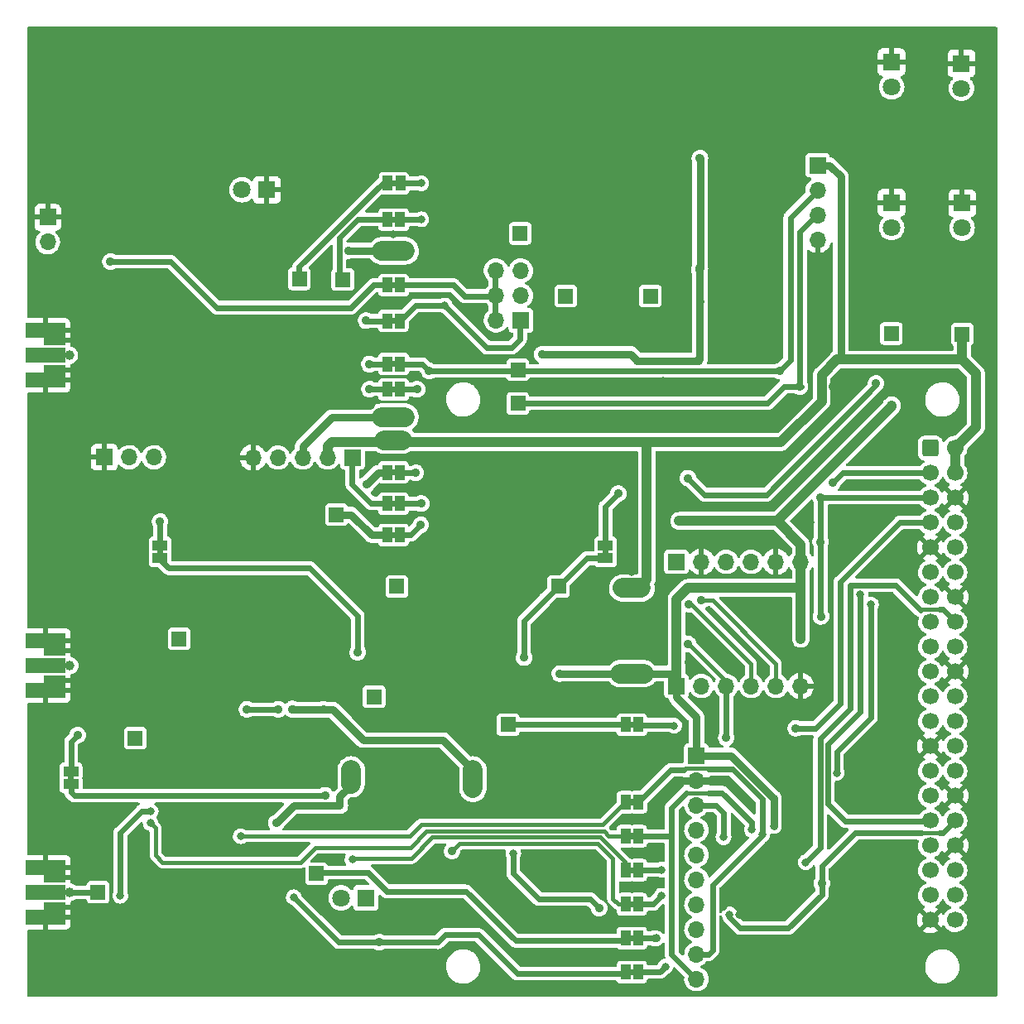
<source format=gbr>
%TF.GenerationSoftware,KiCad,Pcbnew,(5.99.0-10928-g75ce97e260)*%
%TF.CreationDate,2021-11-23T17:21:24+01:00*%
%TF.ProjectId,cdu-lite,6364752d-6c69-4746-952e-6b696361645f,rev?*%
%TF.SameCoordinates,Original*%
%TF.FileFunction,Copper,L2,Bot*%
%TF.FilePolarity,Positive*%
%FSLAX46Y46*%
G04 Gerber Fmt 4.6, Leading zero omitted, Abs format (unit mm)*
G04 Created by KiCad (PCBNEW (5.99.0-10928-g75ce97e260)) date 2021-11-23 17:21:24*
%MOMM*%
%LPD*%
G01*
G04 APERTURE LIST*
G04 Aperture macros list*
%AMRoundRect*
0 Rectangle with rounded corners*
0 $1 Rounding radius*
0 $2 $3 $4 $5 $6 $7 $8 $9 X,Y pos of 4 corners*
0 Add a 4 corners polygon primitive as box body*
4,1,4,$2,$3,$4,$5,$6,$7,$8,$9,$2,$3,0*
0 Add four circle primitives for the rounded corners*
1,1,$1+$1,$2,$3*
1,1,$1+$1,$4,$5*
1,1,$1+$1,$6,$7*
1,1,$1+$1,$8,$9*
0 Add four rect primitives between the rounded corners*
20,1,$1+$1,$2,$3,$4,$5,0*
20,1,$1+$1,$4,$5,$6,$7,0*
20,1,$1+$1,$6,$7,$8,$9,0*
20,1,$1+$1,$8,$9,$2,$3,0*%
G04 Aperture macros list end*
%TA.AperFunction,ComponentPad*%
%ADD10R,1.800000X1.800000*%
%TD*%
%TA.AperFunction,ComponentPad*%
%ADD11C,1.800000*%
%TD*%
%TA.AperFunction,ComponentPad*%
%ADD12R,1.500000X1.500000*%
%TD*%
%TA.AperFunction,ComponentPad*%
%ADD13R,1.700000X1.700000*%
%TD*%
%TA.AperFunction,ComponentPad*%
%ADD14O,1.700000X1.700000*%
%TD*%
%TA.AperFunction,ComponentPad*%
%ADD15RoundRect,0.250000X-0.600000X-0.600000X0.600000X-0.600000X0.600000X0.600000X-0.600000X0.600000X0*%
%TD*%
%TA.AperFunction,ComponentPad*%
%ADD16C,1.700000*%
%TD*%
%TA.AperFunction,SMDPad,CuDef*%
%ADD17R,1.000000X1.500000*%
%TD*%
%TA.AperFunction,SMDPad,CuDef*%
%ADD18R,1.500000X1.000000*%
%TD*%
%TA.AperFunction,SMDPad,CuDef*%
%ADD19R,4.064000X1.524000*%
%TD*%
%TA.AperFunction,ComponentPad*%
%ADD20C,1.000000*%
%TD*%
%TA.AperFunction,SMDPad,CuDef*%
%ADD21R,2.200000X1.050000*%
%TD*%
%TA.AperFunction,ViaPad*%
%ADD22C,0.800000*%
%TD*%
%TA.AperFunction,ViaPad*%
%ADD23C,0.900000*%
%TD*%
%TA.AperFunction,Conductor*%
%ADD24C,0.800000*%
%TD*%
%TA.AperFunction,Conductor*%
%ADD25C,0.600000*%
%TD*%
%TA.AperFunction,Conductor*%
%ADD26C,2.000000*%
%TD*%
%TA.AperFunction,Conductor*%
%ADD27C,1.000000*%
%TD*%
%TA.AperFunction,Conductor*%
%ADD28C,0.400000*%
%TD*%
%TA.AperFunction,Conductor*%
%ADD29C,0.250000*%
%TD*%
G04 APERTURE END LIST*
%TO.C,JP701*%
G36*
X88946800Y-67508400D02*
G01*
X88446800Y-67508400D01*
X88446800Y-66908400D01*
X88946800Y-66908400D01*
X88946800Y-67508400D01*
G37*
%TO.C,JP702*%
G36*
X88921400Y-88590400D02*
G01*
X88421400Y-88590400D01*
X88421400Y-87990400D01*
X88921400Y-87990400D01*
X88921400Y-88590400D01*
G37*
%TO.C,JP605*%
G36*
X88896000Y-103474800D02*
G01*
X88396000Y-103474800D01*
X88396000Y-102874800D01*
X88896000Y-102874800D01*
X88896000Y-103474800D01*
G37*
%TO.C,JP700*%
G36*
X88921400Y-71216800D02*
G01*
X88421400Y-71216800D01*
X88421400Y-70616800D01*
X88921400Y-70616800D01*
X88921400Y-71216800D01*
G37*
%TO.C,JP603*%
G36*
X88896000Y-97074000D02*
G01*
X88396000Y-97074000D01*
X88396000Y-96474000D01*
X88896000Y-96474000D01*
X88896000Y-97074000D01*
G37*
%TO.C,JP502*%
G36*
X113280000Y-148178800D02*
G01*
X112780000Y-148178800D01*
X112780000Y-147578800D01*
X113280000Y-147578800D01*
X113280000Y-148178800D01*
G37*
%TO.C,JP102*%
G36*
X110637600Y-105152000D02*
G01*
X110037600Y-105152000D01*
X110037600Y-104652000D01*
X110637600Y-104652000D01*
X110637600Y-105152000D01*
G37*
%TO.C,JP703*%
G36*
X88921400Y-85999600D02*
G01*
X88421400Y-85999600D01*
X88421400Y-85399600D01*
X88921400Y-85399600D01*
X88921400Y-85999600D01*
G37*
%TO.C,JP501*%
G36*
X113280000Y-144704080D02*
G01*
X112780000Y-144704080D01*
X112780000Y-144104080D01*
X113280000Y-144104080D01*
X113280000Y-144704080D01*
G37*
%TO.C,JP604*%
G36*
X88896000Y-100274400D02*
G01*
X88396000Y-100274400D01*
X88396000Y-99674400D01*
X88896000Y-99674400D01*
X88896000Y-100274400D01*
G37*
%TO.C,JP704*%
G36*
X88896000Y-81580000D02*
G01*
X88396000Y-81580000D01*
X88396000Y-80980000D01*
X88896000Y-80980000D01*
X88896000Y-81580000D01*
G37*
%TO.C,JP705*%
G36*
X88921400Y-77922400D02*
G01*
X88421400Y-77922400D01*
X88421400Y-77322400D01*
X88921400Y-77322400D01*
X88921400Y-77922400D01*
G37*
%TO.C,JP505*%
G36*
X55976800Y-128266000D02*
G01*
X55376800Y-128266000D01*
X55376800Y-127766000D01*
X55976800Y-127766000D01*
X55976800Y-128266000D01*
G37*
%TO.C,JP500*%
G36*
X113280000Y-137754640D02*
G01*
X112780000Y-137754640D01*
X112780000Y-137154640D01*
X113280000Y-137154640D01*
X113280000Y-137754640D01*
G37*
%TO.C,JP101*%
G36*
X113280000Y-122880400D02*
G01*
X112780000Y-122880400D01*
X112780000Y-122280400D01*
X113280000Y-122280400D01*
X113280000Y-122880400D01*
G37*
%TO.C,JP503*%
G36*
X113305400Y-130805200D02*
G01*
X112805400Y-130805200D01*
X112805400Y-130205200D01*
X113305400Y-130205200D01*
X113305400Y-130805200D01*
G37*
%TO.C,JP504*%
G36*
X113280000Y-134279920D02*
G01*
X112780000Y-134279920D01*
X112780000Y-133679920D01*
X113280000Y-133679920D01*
X113280000Y-134279920D01*
G37*
%TO.C,JP600*%
G36*
X65070000Y-105152000D02*
G01*
X64470000Y-105152000D01*
X64470000Y-104652000D01*
X65070000Y-104652000D01*
X65070000Y-105152000D01*
G37*
%TO.C,JP506*%
G36*
X113280000Y-141229360D02*
G01*
X112780000Y-141229360D01*
X112780000Y-140629360D01*
X113280000Y-140629360D01*
X113280000Y-141229360D01*
G37*
%TD*%
D10*
%TO.P,LED418,1,K*%
%TO.N,BIAS_EN_N_LED*%
X85831600Y-140284200D03*
D11*
%TO.P,LED418,2,A*%
%TO.N,Net-(LED408-Pad2)*%
X83291600Y-140284200D03*
%TD*%
D12*
%TO.P,TP400,1,1*%
%TO.N,SCL*%
X101371400Y-86283800D03*
%TD*%
D10*
%TO.P,LED413,1,K*%
%TO.N,GND*%
X139598400Y-54813200D03*
D11*
%TO.P,LED413,2,A*%
%TO.N,Net-(LED403-Pad2)*%
X139598400Y-57353200D03*
%TD*%
D12*
%TO.P,TP15,1,1*%
%TO.N,Net-(C105-Pad2)*%
X89001600Y-108432600D03*
%TD*%
D13*
%TO.P,J401,1,Pin_1*%
%TO.N,VCC*%
X119634000Y-125730000D03*
D14*
%TO.P,J401,2,Pin_2*%
%TO.N,GND*%
X119634000Y-128270000D03*
%TO.P,J401,3,Pin_3*%
%TO.N,SCL*%
X119634000Y-130810000D03*
%TO.P,J401,4,Pin_4*%
%TO.N,SDA*%
X119634000Y-133350000D03*
%TO.P,J401,5,Pin_5*%
%TO.N,N/C*%
X119634000Y-135890000D03*
%TO.P,J401,6,Pin_6*%
X119634000Y-138430000D03*
%TO.P,J401,7,Pin_7*%
%TO.N,ENERGY1*%
X119634000Y-140970000D03*
%TO.P,J401,8,Pin_8*%
%TO.N,VCC_MEAS*%
X119634000Y-143510000D03*
%TO.P,J401,9,Pin_9*%
%TO.N,UBIAS_H*%
X119634000Y-146050000D03*
%TO.P,J401,10,Pin_10*%
%TO.N,UBIAS_L*%
X119634000Y-148590000D03*
%TD*%
D12*
%TO.P,TP505,1,1*%
%TO.N,VCC*%
X139573000Y-82580400D03*
%TD*%
D13*
%TO.P,JP602,1,Pin_1*%
%TO.N,Net-(JP602-Pad1)*%
X84455000Y-95250000D03*
D14*
%TO.P,JP602,2,Pin_2*%
%TO.N,+5V*%
X81915000Y-95250000D03*
%TO.P,JP602,3,Pin_3*%
%TO.N,VCC*%
X79375000Y-95250000D03*
%TO.P,JP602,4,Pin_4*%
%TO.N,Net-(JP602-Pad4)*%
X76835000Y-95250000D03*
%TO.P,JP602,5,Pin_5*%
%TO.N,GND*%
X74295000Y-95250000D03*
%TD*%
D13*
%TO.P,JP601,1,Pin_1*%
%TO.N,GND*%
X59070000Y-95225000D03*
D14*
%TO.P,JP601,2,Pin_2*%
%TO.N,Net-(C600-Pad1)*%
X61610000Y-95225000D03*
%TO.P,JP601,3,Pin_3*%
%TO.N,Net-(JP601-Pad3)*%
X64150000Y-95225000D03*
%TD*%
D10*
%TO.P,LED411,1,K*%
%TO.N,GND*%
X146812000Y-69235400D03*
D11*
%TO.P,LED411,2,A*%
%TO.N,Net-(LED401-Pad2)*%
X146812000Y-71775400D03*
%TD*%
D12*
%TO.P,TP502,1,1*%
%TO.N,Net-(JP501-Pad1)*%
X80772000Y-137820400D03*
%TD*%
%TO.P,TP16,1,1*%
%TO.N,Net-(JP101-Pad1)*%
X100380800Y-122580400D03*
%TD*%
D13*
%TO.P,P400,1,Pin_1*%
%TO.N,+5V*%
X132029200Y-65354200D03*
D14*
%TO.P,P400,2,Pin_2*%
%TO.N,SCL*%
X132029200Y-67894200D03*
%TO.P,P400,3,Pin_3*%
%TO.N,SDA*%
X132029200Y-70434200D03*
%TO.P,P400,4,Pin_4*%
%TO.N,GND*%
X132029200Y-72974200D03*
%TD*%
D12*
%TO.P,TP28,1,1*%
%TO.N,EVT_XOR*%
X101600000Y-72339200D03*
%TD*%
%TO.P,TP27,1,1*%
%TO.N,DISCR1.1_TERM*%
X106273600Y-78740000D03*
%TD*%
D10*
%TO.P,LED412,1,K*%
%TO.N,GND*%
X139598400Y-69189600D03*
D11*
%TO.P,LED412,2,A*%
%TO.N,Net-(LED402-Pad2)*%
X139598400Y-71729600D03*
%TD*%
D10*
%TO.P,LED415,1,K*%
%TO.N,GND*%
X146735800Y-54940200D03*
D11*
%TO.P,LED415,2,A*%
%TO.N,Net-(LED405-Pad2)*%
X146735800Y-57480200D03*
%TD*%
D15*
%TO.P,JP400,1,3V3*%
%TO.N,VCC*%
X143560800Y-94284800D03*
D16*
%TO.P,JP400,2,5V*%
%TO.N,+5V*%
X146100800Y-94284800D03*
%TO.P,JP400,3,SDA/GPIO2*%
%TO.N,SDA*%
X143560800Y-96824800D03*
%TO.P,JP400,4,5V*%
%TO.N,+5V*%
X146100800Y-96824800D03*
%TO.P,JP400,5,SCL/GPIO3*%
%TO.N,SCL*%
X143560800Y-99364800D03*
%TO.P,JP400,6,GND*%
%TO.N,GND*%
X146100800Y-99364800D03*
%TO.P,JP400,7,GCLK0/GPIO4*%
%TO.N,PREAMP1_EN*%
X143560800Y-101904800D03*
%TO.P,JP400,8,GPIO14/TXD*%
%TO.N,GPS_RXD*%
X146100800Y-101904800D03*
%TO.P,JP400,9,GND*%
%TO.N,GND*%
X143560800Y-104444800D03*
%TO.P,JP400,10,GPIO15/RXD*%
%TO.N,GPS_TXD*%
X146100800Y-104444800D03*
%TO.P,JP400,11,GPIO17*%
%TO.N,N/C*%
X143560800Y-106984800D03*
%TO.P,JP400,12,GPIO18/PWM0*%
%TO.N,TIMEPULSE*%
X146100800Y-106984800D03*
%TO.P,JP400,13,GPIO27*%
%TO.N,EVT_XOR*%
X143560800Y-109524800D03*
%TO.P,JP400,14,GND*%
%TO.N,GND*%
X146100800Y-109524800D03*
%TO.P,JP400,15,GPIO22*%
%TO.N,N/C*%
X143560800Y-112064800D03*
%TO.P,JP400,16,GPIO23*%
%TO.N,PREAMP_FAULT*%
X146100800Y-112064800D03*
%TO.P,JP400,17,3V3*%
%TO.N,VCC*%
X143560800Y-114604800D03*
%TO.P,JP400,18,GPIO24*%
%TO.N,N/C*%
X146100800Y-114604800D03*
%TO.P,JP400,19,MOSI0/GPIO10*%
X143560800Y-117144800D03*
%TO.P,JP400,20,GND*%
%TO.N,GND*%
X146100800Y-117144800D03*
%TO.P,JP400,21,MISO0/GPIO9*%
%TO.N,N/C*%
X143560800Y-119684800D03*
%TO.P,JP400,22,GPIO25*%
X146100800Y-119684800D03*
%TO.P,JP400,23,SCLK0/GPIO11*%
X143560800Y-122224800D03*
%TO.P,JP400,24,~CE0~/GPIO8*%
X146100800Y-122224800D03*
%TO.P,JP400,25,GND*%
%TO.N,GND*%
X143560800Y-124764800D03*
%TO.P,JP400,26,~CE1~/GPIO7*%
%TO.N,N/C*%
X146100800Y-124764800D03*
%TO.P,JP400,27,ID_SD/GPIO0*%
X143560800Y-127304800D03*
%TO.P,JP400,28,ID_SC/GPIO1*%
X146100800Y-127304800D03*
%TO.P,JP400,29,GCLK1/GPIO5*%
X143560800Y-129844800D03*
%TO.P,JP400,30,GND*%
%TO.N,GND*%
X146100800Y-129844800D03*
%TO.P,JP400,31,GCLK2/GPIO6*%
%TO.N,HI_GAIN*%
X143560800Y-132384800D03*
%TO.P,JP400,32,PWM0/GPIO12*%
%TO.N,ADC_READY*%
X146100800Y-132384800D03*
%TO.P,JP400,33,PWM1/GPIO13*%
%TO.N,STATUS1*%
X143560800Y-134924800D03*
%TO.P,JP400,34,GND*%
%TO.N,GND*%
X146100800Y-134924800D03*
%TO.P,JP400,35,GPIO19/MISO1*%
%TO.N,N/C*%
X143560800Y-137464800D03*
%TO.P,JP400,36,GPIO16*%
X146100800Y-137464800D03*
%TO.P,JP400,37,GPIO26*%
%TO.N,BIAS_EN_N*%
X143560800Y-140004800D03*
%TO.P,JP400,38,GPIO20/MOSI1*%
%TO.N,N/C*%
X146100800Y-140004800D03*
%TO.P,JP400,39,GND*%
%TO.N,GND*%
X143560800Y-142544800D03*
%TO.P,JP400,40,GPIO21/SCLK1*%
%TO.N,N/C*%
X146100800Y-142544800D03*
%TD*%
D12*
%TO.P,TP18,1,1*%
%TO.N,VPRE1*%
X62230000Y-123952000D03*
%TD*%
%TO.P,TP13,1,1*%
%TO.N,Net-(JP102-Pad1)*%
X105537000Y-108432600D03*
%TD*%
D13*
%TO.P,J700,1,Pin_1*%
%TO.N,GND*%
X53289200Y-70682600D03*
D14*
%TO.P,J700,2,Pin_2*%
%TO.N,Net-(J700-Pad2)*%
X53289200Y-73222600D03*
%TD*%
D13*
%TO.P,J403,1,Pin_1*%
%TO.N,unconnected-(J403-Pad1)*%
X117602000Y-105918000D03*
D14*
%TO.P,J403,2,Pin_2*%
%TO.N,GND*%
X120142000Y-105918000D03*
%TO.P,J403,3,Pin_3*%
%TO.N,SDA*%
X122682000Y-105918000D03*
%TO.P,J403,4,Pin_4*%
%TO.N,SCL*%
X125222000Y-105918000D03*
%TO.P,J403,5,Pin_5*%
%TO.N,GND*%
X127762000Y-105918000D03*
%TO.P,J403,6,Pin_6*%
%TO.N,VCC*%
X130302000Y-105918000D03*
%TD*%
D13*
%TO.P,J310,1,Pin_1*%
%TO.N,TIMEPULSE*%
X101676200Y-81229200D03*
D14*
%TO.P,J310,2,Pin_2*%
%TO.N,TIME_MEAS*%
X99136200Y-81229200D03*
%TO.P,J310,3,Pin_3*%
%TO.N,DISCR1.1_TERM*%
X101676200Y-78689200D03*
%TO.P,J310,4,Pin_4*%
%TO.N,TIME_MEAS*%
X99136200Y-78689200D03*
%TO.P,J310,5,Pin_5*%
%TO.N,EVT_XOR*%
X101676200Y-76149200D03*
%TO.P,J310,6,Pin_6*%
%TO.N,TIME_MEAS*%
X99136200Y-76149200D03*
%TD*%
D12*
%TO.P,TP17,1,1*%
%TO.N,Net-(C601-Pad1)*%
X82804000Y-101092000D03*
%TD*%
%TO.P,TP504,1,1*%
%TO.N,+5V*%
X146812000Y-82651600D03*
%TD*%
%TO.P,TP503,1,1*%
%TO.N,Net-(C520-Pad1)*%
X58420000Y-139720000D03*
%TD*%
%TO.P,TP700,1,1*%
%TO.N,Net-(JP700-Pad2)*%
X83465400Y-77063600D03*
%TD*%
%TO.P,TP14,1,1*%
%TO.N,Net-(C103-Pad2)*%
X86664800Y-119735600D03*
%TD*%
%TO.P,TP11,1,1*%
%TO.N,Net-(C101-Pad2)*%
X66725800Y-113792000D03*
%TD*%
D10*
%TO.P,LED419,1,K*%
%TO.N,GND*%
X75697000Y-67868800D03*
D11*
%TO.P,LED419,2,A*%
%TO.N,Net-(LED409-Pad2)*%
X73157000Y-67868800D03*
%TD*%
D13*
%TO.P,J402,1,Pin_1*%
%TO.N,VCC*%
X117602000Y-118618000D03*
D14*
%TO.P,J402,2,Pin_2*%
%TO.N,VOUTD_not_used*%
X120142000Y-118618000D03*
%TO.P,J402,3,Pin_3*%
%TO.N,BIAS_CTL*%
X122682000Y-118618000D03*
%TO.P,J402,4,Pin_4*%
%TO.N,VOUTB_not_used*%
X125222000Y-118618000D03*
%TO.P,J402,5,Pin_5*%
%TO.N,THR1*%
X127762000Y-118618000D03*
%TO.P,J402,6,Pin_6*%
%TO.N,GND*%
X130302000Y-118618000D03*
%TD*%
D12*
%TO.P,TP26,1,1*%
%TO.N,DISCR1.1*%
X114935000Y-78740000D03*
%TD*%
%TO.P,TP401,1,1*%
%TO.N,SDA*%
X101371400Y-89712800D03*
%TD*%
%TO.P,TP701,1,1*%
%TO.N,Net-(JP701-Pad2)*%
X79020400Y-76987400D03*
%TD*%
D17*
%TO.P,JP701,1,A*%
%TO.N,GPS_RXD*%
X89346800Y-67208400D03*
%TO.P,JP701,2,B*%
%TO.N,Net-(JP701-Pad2)*%
X88046800Y-67208400D03*
%TD*%
%TO.P,JP702,1,A*%
%TO.N,SDA*%
X89321400Y-88290400D03*
%TO.P,JP702,2,B*%
%TO.N,Net-(JP702-Pad2)*%
X88021400Y-88290400D03*
%TD*%
%TO.P,JP605,1,A*%
%TO.N,Net-(C601-Pad1)*%
X87996000Y-103174800D03*
%TO.P,JP605,2,B*%
%TO.N,ENERGY1*%
X89296000Y-103174800D03*
%TD*%
%TO.P,JP700,1,A*%
%TO.N,GPS_TXD*%
X89321400Y-70916800D03*
%TO.P,JP700,2,B*%
%TO.N,Net-(JP700-Pad2)*%
X88021400Y-70916800D03*
%TD*%
%TO.P,JP603,1,A*%
%TO.N,DISCR1.1_TERM*%
X89296000Y-96774000D03*
%TO.P,JP603,2,B*%
%TO.N,Net-(JP601-Pad3)*%
X87996000Y-96774000D03*
%TD*%
%TO.P,JP502,1,A*%
%TO.N,BIAS_EN_N*%
X113680000Y-147878800D03*
%TO.P,JP502,2,B*%
%TO.N,BIAS_EN_N_LED*%
X112380000Y-147878800D03*
%TD*%
D18*
%TO.P,JP102,1,A*%
%TO.N,Net-(JP102-Pad1)*%
X110337600Y-105552000D03*
%TO.P,JP102,2,B*%
%TO.N,COMP1*%
X110337600Y-104252000D03*
%TD*%
D17*
%TO.P,JP703,1,A*%
%TO.N,SCL*%
X89321400Y-85699600D03*
%TO.P,JP703,2,B*%
%TO.N,Net-(JP703-Pad2)*%
X88021400Y-85699600D03*
%TD*%
D19*
%TO.P,X1,1,In*%
%TO.N,Net-(C101-Pad1)*%
X53079200Y-116535200D03*
D20*
X55529200Y-116535200D03*
D21*
%TO.P,X1,2,Ext*%
%TO.N,GND*%
X54009200Y-115005200D03*
D19*
X53079200Y-119075200D03*
D21*
X54009200Y-118065200D03*
D19*
X53079200Y-113995200D03*
%TD*%
D17*
%TO.P,JP501,1,A*%
%TO.N,Net-(JP501-Pad1)*%
X112380000Y-144404080D03*
%TO.P,JP501,2,B*%
%TO.N,PREAMP_FAULT*%
X113680000Y-144404080D03*
%TD*%
%TO.P,JP604,1,A*%
%TO.N,HI_GAIN*%
X89296000Y-99974400D03*
%TO.P,JP604,2,B*%
%TO.N,Net-(JP602-Pad1)*%
X87996000Y-99974400D03*
%TD*%
%TO.P,JP704,1,A*%
%TO.N,TIMEPULSE_LED*%
X87996000Y-81280000D03*
%TO.P,JP704,2,B*%
%TO.N,TIMEPULSE*%
X89296000Y-81280000D03*
%TD*%
D19*
%TO.P,X5,1,In*%
%TO.N,Net-(C520-Pad1)*%
X53086000Y-139720000D03*
D20*
X55536000Y-139720000D03*
D21*
%TO.P,X5,2,Ext*%
%TO.N,GND*%
X54016000Y-138190000D03*
X54016000Y-141250000D03*
D19*
X53086000Y-137180000D03*
X53086000Y-142260000D03*
%TD*%
D17*
%TO.P,JP705,1,A*%
%TO.N,TIME_MEAS*%
X89321400Y-77622400D03*
%TO.P,JP705,2,B*%
%TO.N,Net-(JP705-Pad2)*%
X88021400Y-77622400D03*
%TD*%
D18*
%TO.P,JP505,1,A*%
%TO.N,VPRE1*%
X55676800Y-127366000D03*
%TO.P,JP505,2,B*%
%TO.N,Net-(JP505-Pad2)*%
X55676800Y-128666000D03*
%TD*%
D17*
%TO.P,JP500,1,A*%
%TO.N,PREAMP1_EN*%
X113680000Y-137454640D03*
%TO.P,JP500,2,B*%
%TO.N,Net-(JP500-Pad2)*%
X112380000Y-137454640D03*
%TD*%
%TO.P,JP101,1,A*%
%TO.N,Net-(JP101-Pad1)*%
X112380000Y-122580400D03*
%TO.P,JP101,2,B*%
%TO.N,THR1*%
X113680000Y-122580400D03*
%TD*%
D20*
%TO.P,X7,1,In*%
%TO.N,Net-(L700-Pad2)*%
X55485200Y-84810000D03*
D19*
X53035200Y-84810000D03*
D21*
%TO.P,X7,2,Ext*%
%TO.N,GND*%
X53965200Y-86340000D03*
D19*
X53035200Y-82270000D03*
X53035200Y-87350000D03*
D21*
X53965200Y-83280000D03*
%TD*%
D17*
%TO.P,JP503,1,A*%
%TO.N,Net-(JP503-Pad1)*%
X112405400Y-130505200D03*
%TO.P,JP503,2,B*%
%TO.N,UBIAS_H*%
X113705400Y-130505200D03*
%TD*%
%TO.P,JP504,1,A*%
%TO.N,Net-(JP504-Pad1)*%
X112380000Y-133979920D03*
%TO.P,JP504,2,B*%
%TO.N,UBIAS_L*%
X113680000Y-133979920D03*
%TD*%
D18*
%TO.P,JP600,1,A*%
%TO.N,INP1_BUFFER*%
X64770000Y-105552000D03*
%TO.P,JP600,2,B*%
%TO.N,Net-(C600-Pad2)*%
X64770000Y-104252000D03*
%TD*%
D17*
%TO.P,JP506,1,A*%
%TO.N,BIAS_CTL*%
X113680000Y-140929360D03*
%TO.P,JP506,2,B*%
%TO.N,Net-(JP506-Pad2)*%
X112380000Y-140929360D03*
%TD*%
D22*
%TO.N,GND*%
X88646000Y-75946000D03*
D23*
X107975400Y-91440000D03*
X141020800Y-103479600D03*
D22*
X104140000Y-128016000D03*
X55880000Y-89916000D03*
D23*
X133858000Y-106172000D03*
D22*
X116865400Y-83997800D03*
X88646000Y-98298000D03*
X68580000Y-128016000D03*
D23*
X128016000Y-149148800D03*
D22*
X55880000Y-64516000D03*
D23*
X126492000Y-116840000D03*
D22*
X113030000Y-115316000D03*
D23*
X75514200Y-89027000D03*
D22*
X88646000Y-72390000D03*
X68580000Y-104902000D03*
D23*
X127762000Y-121412000D03*
D22*
X76200000Y-104902000D03*
X125324400Y-91465400D03*
X81280000Y-89916000D03*
X53340000Y-89916000D03*
X83820000Y-104902000D03*
X81280000Y-128016000D03*
D23*
X136702800Y-140055600D03*
D22*
X73660000Y-104902000D03*
X88646000Y-64516000D03*
X125501400Y-74066400D03*
D23*
X92176600Y-61696600D03*
D22*
X116205000Y-87401400D03*
X113030000Y-139192000D03*
X93980000Y-104902000D03*
D23*
X130556000Y-128981200D03*
X118910911Y-112341256D03*
D22*
X78740000Y-64516000D03*
X88646000Y-101600000D03*
X76200000Y-128016000D03*
X88900000Y-128016000D03*
D23*
X102387400Y-69037200D03*
D22*
X78740000Y-89916000D03*
X101600000Y-104902000D03*
X106680000Y-104902000D03*
X78740000Y-104902000D03*
X113030000Y-135636000D03*
X106680000Y-128016000D03*
X60960000Y-89916000D03*
X66040000Y-64516000D03*
D23*
X105130600Y-74676000D03*
D22*
X113030000Y-146177000D03*
D23*
X90627200Y-129082800D03*
X97256600Y-115138200D03*
X137261600Y-98145600D03*
D22*
X127508000Y-141859000D03*
X83820000Y-89916000D03*
D23*
X118313200Y-137160000D03*
D22*
X88646000Y-69088000D03*
D23*
X129667000Y-90093800D03*
D22*
X63500000Y-128016000D03*
D23*
X120904000Y-120777000D03*
X104571800Y-81991200D03*
X116586000Y-108458000D03*
X100838000Y-119532400D03*
X129971800Y-54813200D03*
X122123200Y-69062600D03*
X141300200Y-144754600D03*
D22*
X60960000Y-128016000D03*
X113030000Y-119380000D03*
X58420000Y-89916000D03*
X118186200Y-99339400D03*
X88646000Y-83566000D03*
X81280000Y-64516000D03*
X127000000Y-136906000D03*
X71120000Y-128016000D03*
D23*
X141036500Y-73914000D03*
D22*
X124014457Y-142002357D03*
X63500000Y-89916000D03*
X68580000Y-89916000D03*
D23*
X96164400Y-95199200D03*
X81076800Y-98501200D03*
D22*
X123850400Y-129286000D03*
X60960000Y-104902000D03*
X76200000Y-64516000D03*
X71120000Y-64516000D03*
D23*
X82727800Y-136575800D03*
X125374400Y-87807800D03*
D22*
X149184700Y-95184862D03*
X73660000Y-128016000D03*
D23*
X75514200Y-90678000D03*
D22*
X63500000Y-64516000D03*
X113030000Y-110744000D03*
X122398727Y-141198356D03*
D23*
X77546200Y-116281200D03*
X106172000Y-112369600D03*
X89687400Y-119888000D03*
D22*
X83820000Y-64516000D03*
D23*
X141020800Y-129540000D03*
X139090400Y-94894400D03*
D22*
X131318000Y-101854000D03*
X53340000Y-128016000D03*
X68580000Y-64516000D03*
X86360000Y-104902000D03*
X111201200Y-72898000D03*
X113030000Y-128016000D03*
D23*
X90627200Y-127203200D03*
X107137200Y-119786400D03*
D22*
X101600000Y-128016000D03*
X66040000Y-89916000D03*
X75082400Y-148285200D03*
X98348800Y-66446400D03*
D23*
X127381000Y-144780000D03*
D22*
X66040000Y-128016000D03*
X110007400Y-82016600D03*
D23*
X133731000Y-133223000D03*
X68656200Y-133248400D03*
D22*
X58420000Y-64516000D03*
D23*
X105079800Y-97205800D03*
D22*
X104140000Y-104902000D03*
X78740000Y-128016000D03*
X113030000Y-104902000D03*
X113030000Y-132334000D03*
D23*
X134874000Y-129540000D03*
D22*
X71120000Y-104902000D03*
D23*
X114071400Y-113030000D03*
D22*
X71120000Y-89916000D03*
X81280000Y-104902000D03*
X113030000Y-149860000D03*
D23*
X88976200Y-137642600D03*
D22*
X111988600Y-96443800D03*
D23*
X125374400Y-83489800D03*
X130962400Y-93243400D03*
D22*
X126873000Y-127000000D03*
D23*
X138379200Y-123748800D03*
D22*
X73660000Y-89916000D03*
X139446000Y-113030000D03*
X113030000Y-125730000D03*
X88900000Y-104902000D03*
X99060000Y-128016000D03*
X86360000Y-89916000D03*
X88646000Y-79502000D03*
X58420000Y-128016000D03*
X109220000Y-128016000D03*
D23*
X133594300Y-88036400D03*
D22*
X86360000Y-64516000D03*
D23*
X123444000Y-109982000D03*
D22*
X53340000Y-64516000D03*
D23*
X112191800Y-113030000D03*
D22*
X128016000Y-124206000D03*
X96520000Y-104902000D03*
X53340000Y-104902000D03*
D23*
X73660000Y-131546600D03*
D22*
X73660000Y-64516000D03*
D23*
X84683600Y-143129000D03*
X132207000Y-78232000D03*
D22*
X99822000Y-140843000D03*
X93980000Y-128016000D03*
D23*
X107746800Y-67792600D03*
X121615200Y-136398000D03*
X125374400Y-97459800D03*
X118872000Y-116205000D03*
D22*
X98348800Y-136271000D03*
X113030000Y-106934000D03*
X99060000Y-104902000D03*
X91440000Y-104902000D03*
D23*
X81026000Y-140131800D03*
X138480800Y-100482400D03*
X143154400Y-79451200D03*
X145440400Y-73990200D03*
D22*
X118440200Y-91440000D03*
X118592600Y-75031600D03*
X60960000Y-64516000D03*
X86360000Y-128016000D03*
D23*
X115824000Y-69088000D03*
X71196200Y-68427600D03*
X143332200Y-63754000D03*
D22*
X113030000Y-142621000D03*
X58420000Y-104902000D03*
X55880000Y-104902000D03*
D23*
%TO.N,VPRE1*%
X56337200Y-123647200D03*
%TO.N,Net-(C102-Pad1)*%
X73670200Y-121005600D03*
X76860400Y-121005600D03*
%TO.N,INP1_BUFFER*%
X84988400Y-115163600D03*
D22*
%TO.N,Net-(C504-Pad1)*%
X63813054Y-131453254D03*
X60706000Y-140081000D03*
D23*
%TO.N,+5V*%
X81534000Y-121005600D03*
X112090200Y-108610400D03*
X78293000Y-121005600D03*
X96774000Y-127203200D03*
X96774000Y-129082800D03*
%TO.N,VCC*%
X76657200Y-132638800D03*
X89814400Y-91135200D03*
X119888000Y-85318600D03*
X119989600Y-75920600D03*
X117856000Y-101727000D03*
X113639600Y-85344000D03*
D22*
X127558800Y-132943600D03*
D23*
X89966800Y-74117200D03*
X130302000Y-113792000D03*
X105664000Y-117348002D03*
X84328002Y-127203200D03*
X103835200Y-84709000D03*
X119989600Y-64643000D03*
X84074000Y-74091800D03*
X139598400Y-89916000D03*
X83159600Y-130860800D03*
%TO.N,ENERGY1*%
X91440000Y-102133400D03*
%TO.N,Net-(D500-Pad2)*%
X109677200Y-141325600D03*
D22*
X100900122Y-135723325D03*
%TO.N,SDA*%
X133985000Y-127508000D03*
D23*
X130225800Y-88011000D03*
X133604000Y-97790000D03*
X91059000Y-88290400D03*
D22*
X137490200Y-110286800D03*
D23*
%TO.N,SCL*%
X132367500Y-111506000D03*
X132334000Y-103886000D03*
X128153998Y-86399802D03*
D22*
X122402600Y-134091300D03*
D23*
X92292602Y-86399802D03*
X132334000Y-99314000D03*
%TO.N,PREAMP1_EN*%
X129794000Y-122936000D03*
D22*
X116078000Y-137414000D03*
%TO.N,GPS_RXD*%
X91490800Y-67208400D03*
%TO.N,GPS_TXD*%
X91490800Y-70891400D03*
%TO.N,TIMEPULSE*%
X93903800Y-79705200D03*
%TO.N,PREAMP_FAULT*%
X115519200Y-144424400D03*
X130810000Y-136652000D03*
%TO.N,HI_GAIN*%
X136398000Y-109220000D03*
D23*
X91490800Y-99974400D03*
D22*
%TO.N,ADC_READY*%
X123015100Y-141985177D03*
D23*
X132461000Y-138811000D03*
D22*
%TO.N,BIAS_EN_N*%
X116459000Y-147320000D03*
D23*
%TO.N,DISCR1.1_TERM*%
X90932000Y-96824800D03*
D22*
%TO.N,THR1*%
X117348000Y-122682000D03*
D23*
X120142000Y-109855000D03*
%TO.N,Net-(JP102-Pad1)*%
X102006400Y-115722400D03*
%TO.N,IND_CH1*%
X118770400Y-97358200D03*
X137998200Y-87680800D03*
%TO.N,BIAS_CTL*%
X122682000Y-123923011D03*
D22*
X116078000Y-140070500D03*
D23*
X118751501Y-114300000D03*
%TO.N,COMP1*%
X111633000Y-98958400D03*
D22*
%TO.N,UBIAS_H*%
X126365000Y-133837300D03*
%TO.N,UBIAS_L*%
X125298200Y-133329300D03*
%TO.N,Net-(JP500-Pad2)*%
X84455000Y-136333904D03*
%TO.N,Net-(JP503-Pad1)*%
X73025000Y-133985000D03*
%TO.N,Net-(JP504-Pad1)*%
X63804800Y-132638800D03*
D23*
%TO.N,Net-(JP505-Pad2)*%
X81677250Y-129811300D03*
%TO.N,Net-(JP506-Pad2)*%
X94640400Y-135483600D03*
%TO.N,Net-(C600-Pad2)*%
X64770000Y-101803200D03*
%TO.N,Net-(JP601-Pad3)*%
X85902800Y-97993200D03*
%TO.N,TIMEPULSE_LED*%
X85852000Y-81254600D03*
%TO.N,Net-(JP702-Pad2)*%
X86182200Y-88265000D03*
%TO.N,Net-(JP703-Pad2)*%
X86182200Y-85699600D03*
%TO.N,Net-(JP705-Pad2)*%
X59690000Y-75209400D03*
%TO.N,VOUTB_not_used*%
X118872000Y-110236000D03*
D22*
%TO.N,BIAS_EN_N_LED*%
X78450100Y-140234443D03*
D23*
X87172800Y-144830800D03*
%TD*%
D24*
%TO.N,GND*%
X117856000Y-128270000D02*
X117805200Y-128320800D01*
D25*
X122398727Y-141199427D02*
X122398727Y-141198356D01*
D26*
X112115600Y-113030000D02*
X114071400Y-113030000D01*
X75514200Y-89027000D02*
X75514200Y-90678000D01*
D25*
X122428000Y-141228700D02*
X122398727Y-141199427D01*
D24*
X119634000Y-128270000D02*
X117856000Y-128270000D01*
X119634000Y-128270000D02*
X121818400Y-128270000D01*
D26*
X90627200Y-127127000D02*
X90627200Y-129082800D01*
D25*
%TO.N,VPRE1*%
X55676800Y-124307600D02*
X56337200Y-123647200D01*
X55676800Y-127366000D02*
X55676800Y-124307600D01*
%TO.N,Net-(C102-Pad1)*%
X73670200Y-121005600D02*
X76860400Y-121005600D01*
%TO.N,INP1_BUFFER*%
X80111600Y-106578400D02*
X65684400Y-106578400D01*
X84988400Y-111455200D02*
X80111600Y-106578400D01*
X84988400Y-115163600D02*
X84988400Y-111455200D01*
X65684400Y-106578400D02*
X64770000Y-105664000D01*
%TO.N,Net-(C504-Pad1)*%
X60706000Y-133604000D02*
X62856746Y-131453254D01*
X60706000Y-140081000D02*
X60706000Y-133604000D01*
X62856746Y-131453254D02*
X63813054Y-131453254D01*
%TO.N,Net-(C520-Pad1)*%
X58420000Y-139720000D02*
X55519000Y-139720000D01*
D27*
%TO.N,+5V*%
X148234400Y-92151200D02*
X148234400Y-86664800D01*
X146812000Y-82651600D02*
X146812000Y-85242400D01*
X148234400Y-86664800D02*
X146812000Y-85242400D01*
X114562911Y-93684111D02*
X114554000Y-93693022D01*
X146100800Y-94284800D02*
X148234400Y-92151200D01*
D24*
X96774000Y-127203200D02*
X93726000Y-124155200D01*
X85547200Y-124155200D02*
X82423000Y-121031000D01*
D27*
X128286489Y-93684111D02*
X132444799Y-89525801D01*
X81940400Y-94132400D02*
X82388689Y-93684111D01*
X81940400Y-95300800D02*
X81940400Y-94132400D01*
X114554000Y-93693022D02*
X114554000Y-107696000D01*
D24*
X78420000Y-121031000D02*
X78293000Y-120904000D01*
X93726000Y-124155200D02*
X85547200Y-124155200D01*
D26*
X87680800Y-93472000D02*
X89560400Y-93472000D01*
D27*
X132444799Y-89525801D02*
X132444799Y-86808001D01*
D26*
X112090200Y-108610400D02*
X113969800Y-108610400D01*
D27*
X132444799Y-86808001D02*
X134010400Y-85242400D01*
D24*
X82423000Y-121031000D02*
X78420000Y-121031000D01*
D27*
X114554000Y-107696000D02*
X113792000Y-108458000D01*
D24*
X133248400Y-65354200D02*
X134391400Y-66497200D01*
X134391400Y-84861400D02*
X134010400Y-85242400D01*
D27*
X134010400Y-85242400D02*
X146812000Y-85242400D01*
D24*
X134391400Y-66497200D02*
X134391400Y-84861400D01*
X113868200Y-108458000D02*
X113792000Y-108458000D01*
D26*
X96774000Y-127203200D02*
X96774000Y-129082800D01*
D24*
X113995200Y-108585000D02*
X113868200Y-108458000D01*
D27*
X146100800Y-94284800D02*
X146100800Y-96875600D01*
D24*
X132029200Y-65354200D02*
X133248400Y-65354200D01*
D27*
X82388689Y-93684111D02*
X128286489Y-93684111D01*
D24*
%TO.N,VCC*%
X120015000Y-79298800D02*
X119989600Y-79324200D01*
D27*
X130094001Y-108411999D02*
X129921000Y-108585000D01*
D24*
X105664000Y-117348000D02*
X111861600Y-117348000D01*
X123190000Y-125730000D02*
X127508000Y-130048000D01*
X119634000Y-125730000D02*
X123190000Y-125730000D01*
X119634000Y-121793000D02*
X117602001Y-119761001D01*
X119989600Y-79324200D02*
X119989600Y-85217000D01*
X83159600Y-129946400D02*
X83159600Y-130860800D01*
D25*
X119989600Y-75920600D02*
X119964200Y-75895200D01*
D26*
X84328000Y-127203200D02*
X84328000Y-128625600D01*
D24*
X119862600Y-85344000D02*
X113639600Y-85344000D01*
D27*
X127889000Y-101727000D02*
X117856000Y-101727000D01*
D24*
X120015000Y-75895200D02*
X120015000Y-64668400D01*
X103835200Y-84709000D02*
X103886000Y-84658200D01*
D26*
X114249200Y-117348000D02*
X111861600Y-117348000D01*
D24*
X120015000Y-75895200D02*
X119964200Y-75844400D01*
X119989600Y-85217000D02*
X119888000Y-85318600D01*
D26*
X89814400Y-91135200D02*
X87426800Y-91135200D01*
D24*
X87426800Y-74091800D02*
X87452200Y-74117200D01*
X114249200Y-117348000D02*
X117602001Y-117348000D01*
D27*
X127889000Y-101727000D02*
X130302000Y-104140000D01*
D24*
X89839800Y-74117200D02*
X89966800Y-74117200D01*
X117602001Y-117348000D02*
X117602001Y-118618001D01*
D27*
X139598400Y-89916000D02*
X139598400Y-90017600D01*
D24*
X119888000Y-76022200D02*
X120015000Y-75895200D01*
X119989600Y-79171800D02*
X119989600Y-76022200D01*
D25*
X119964200Y-75895200D02*
X119964200Y-75844400D01*
D24*
X79375000Y-95250000D02*
X79375000Y-94107000D01*
X119634000Y-125730000D02*
X119634000Y-121793000D01*
D25*
X119761000Y-85191600D02*
X119888000Y-85318600D01*
D24*
X127558800Y-130098800D02*
X127558800Y-132943600D01*
X112953800Y-84658200D02*
X113639600Y-85344000D01*
X82346800Y-91135200D02*
X87426800Y-91135200D01*
D27*
X117602000Y-109728000D02*
X117602001Y-118618001D01*
D24*
X84074000Y-74091800D02*
X87426800Y-74091800D01*
D27*
X118745000Y-108585000D02*
X117602000Y-109728000D01*
X130302000Y-108204000D02*
X130302000Y-113792000D01*
X130302000Y-104140000D02*
X130302000Y-108204000D01*
D24*
X84480400Y-128625600D02*
X83159600Y-129946400D01*
D25*
X83159600Y-130352800D02*
X83159600Y-130860800D01*
D24*
X83159600Y-130860800D02*
X78435200Y-130860800D01*
D26*
X89839800Y-74117200D02*
X87452200Y-74117200D01*
D24*
X130094001Y-108411999D02*
X130302000Y-108204000D01*
D27*
X139598400Y-90017600D02*
X127889000Y-101727000D01*
X129921000Y-108585000D02*
X118745000Y-108585000D01*
D25*
X84480400Y-128625600D02*
X84886800Y-128625600D01*
D24*
X78435200Y-130860800D02*
X76657200Y-132638800D01*
X79375000Y-94107000D02*
X82346800Y-91135200D01*
X120015000Y-64668400D02*
X119989600Y-64643000D01*
X89941400Y-74015600D02*
X89839800Y-74117200D01*
X127508000Y-130048000D02*
X127558800Y-130098800D01*
X117602001Y-119761001D02*
X117602001Y-118618001D01*
X103886000Y-84658200D02*
X112953800Y-84658200D01*
X119888000Y-85318600D02*
X119862600Y-85344000D01*
D25*
%TO.N,ENERGY1*%
X90398600Y-103174800D02*
X91440000Y-102133400D01*
X89296000Y-103174800D02*
X90398600Y-103174800D01*
%TO.N,Net-(D500-Pad2)*%
X100900122Y-135723325D02*
X100900122Y-137780922D01*
X103530400Y-140411200D02*
X108762800Y-140411200D01*
X100900122Y-137780922D02*
X103530400Y-140411200D01*
X108762800Y-140411200D02*
X109677200Y-141325600D01*
%TO.N,Net-(JP101-Pad1)*%
X100380800Y-122580400D02*
X112420400Y-122580400D01*
%TO.N,SDA*%
X101371400Y-89712800D02*
X126898400Y-89712800D01*
X137490200Y-110286800D02*
X137490200Y-121843800D01*
X91059000Y-88290400D02*
X89357200Y-88290400D01*
X133985000Y-125349000D02*
X133985000Y-127508000D01*
X130225800Y-88011000D02*
X130225800Y-72161400D01*
X126898400Y-89712800D02*
X128600200Y-88011000D01*
X128600200Y-88011000D02*
X130327400Y-88011000D01*
X143560800Y-96824800D02*
X134569200Y-96824800D01*
X130225800Y-72161400D02*
X131978400Y-70408800D01*
X134569200Y-96824800D02*
X133604000Y-97790000D01*
X137490200Y-121843800D02*
X133985000Y-125349000D01*
%TO.N,SCL*%
X132384800Y-99364800D02*
X132334000Y-99314000D01*
X132029200Y-67894200D02*
X129235200Y-70688200D01*
X143560800Y-99364800D02*
X132384800Y-99364800D01*
X128219200Y-86399802D02*
X128153998Y-86399802D01*
X122428000Y-131572000D02*
X122428000Y-134065900D01*
X91592400Y-85699600D02*
X92292602Y-86399802D01*
X132334000Y-99314000D02*
X132334000Y-111472500D01*
X119634000Y-130810000D02*
X121666000Y-130810000D01*
X128153998Y-86399802D02*
X92292602Y-86399802D01*
X121666000Y-130810000D02*
X122428000Y-131572000D01*
X89321400Y-85699600D02*
X91592400Y-85699600D01*
X122428000Y-134065900D02*
X122402600Y-134091300D01*
X132334000Y-111472500D02*
X132367500Y-111506000D01*
X129235200Y-85318600D02*
X128153998Y-86399802D01*
X129235200Y-70688200D02*
X129235200Y-85318600D01*
%TO.N,PREAMP1_EN*%
X131826000Y-122936000D02*
X129794000Y-122936000D01*
X134366000Y-120396000D02*
X131826000Y-122936000D01*
X134366000Y-107950000D02*
X134366000Y-120396000D01*
X140411200Y-101904800D02*
X134366000Y-107950000D01*
X143611600Y-101904800D02*
X140411200Y-101904800D01*
X113385600Y-137414000D02*
X116078000Y-137414000D01*
%TO.N,GPS_RXD*%
X89346800Y-67208400D02*
X91490800Y-67208400D01*
%TO.N,GPS_TXD*%
X89321400Y-70916800D02*
X91465400Y-70916800D01*
X91465400Y-70916800D02*
X91490800Y-70891400D01*
%TO.N,TIMEPULSE*%
X100711000Y-84023200D02*
X101600000Y-83134200D01*
X89296000Y-81280000D02*
X90870800Y-79705200D01*
X98221800Y-84023200D02*
X100711000Y-84023200D01*
X90870800Y-79705200D02*
X93903800Y-79705200D01*
X93903800Y-79705200D02*
X98221800Y-84023200D01*
X101600000Y-83134200D02*
X101600000Y-81203800D01*
D28*
%TO.N,PREAMP_FAULT*%
X142575111Y-110815289D02*
X144454711Y-110815289D01*
D25*
X135382000Y-108331000D02*
X135382000Y-120904000D01*
X113680000Y-144678400D02*
X113934000Y-144424400D01*
X146100800Y-112064800D02*
X144830800Y-110794800D01*
D28*
X144454711Y-110815289D02*
X144475200Y-110794800D01*
D24*
X115290600Y-144424400D02*
X115519200Y-144424400D01*
D25*
X135382000Y-120904000D02*
X132285988Y-124000012D01*
X132285988Y-135176012D02*
X130810000Y-136652000D01*
D28*
X142544800Y-110845600D02*
X142575111Y-110815289D01*
D25*
X140019699Y-108320499D02*
X135392501Y-108320499D01*
X132285988Y-124000012D02*
X132285988Y-135176012D01*
X135392501Y-108320499D02*
X135382000Y-108331000D01*
X142544800Y-110845600D02*
X140019699Y-108320499D01*
X113934000Y-144424400D02*
X115290600Y-144424400D01*
X144830800Y-110794800D02*
X144475200Y-110794800D01*
%TO.N,HI_GAIN*%
X134848600Y-132435600D02*
X133085499Y-130672499D01*
X136398000Y-121285000D02*
X136398000Y-109220000D01*
X89296000Y-99974400D02*
X91490800Y-99974400D01*
X133085499Y-130672499D02*
X133085499Y-124597501D01*
X143662400Y-132435600D02*
X134848600Y-132435600D01*
X133085499Y-124597501D02*
X136398000Y-121285000D01*
%TO.N,ADC_READY*%
X144830800Y-133654800D02*
X144475200Y-133654800D01*
X132461000Y-139955044D02*
X129033044Y-143383000D01*
X132461000Y-137033000D02*
X132461000Y-138811000D01*
D28*
X144475200Y-133654800D02*
X142646400Y-133654800D01*
D25*
X132461000Y-138811000D02*
X132461000Y-139955044D01*
X146100800Y-132384800D02*
X144830800Y-133654800D01*
X124123012Y-143383000D02*
X123015102Y-142275090D01*
X123015102Y-142275090D02*
X123015102Y-141985177D01*
X129033044Y-143383000D02*
X124123012Y-143383000D01*
X135839200Y-133654800D02*
X132461000Y-137033000D01*
X142646400Y-133654800D02*
X135839200Y-133654800D01*
%TO.N,BIAS_EN_N*%
X115900200Y-147878800D02*
X116459000Y-147320000D01*
X113680000Y-147878800D02*
X115900200Y-147878800D01*
%TO.N,DISCR1.1_TERM*%
X90932000Y-96824800D02*
X89382600Y-96824800D01*
D28*
%TO.N,THR1*%
X120142000Y-109855000D02*
X120142000Y-109728000D01*
D25*
X113728578Y-122593022D02*
X117259022Y-122593022D01*
D28*
X127762000Y-116332000D02*
X121285000Y-109855000D01*
D25*
X117259022Y-122593022D02*
X117348000Y-122682000D01*
D28*
X121285000Y-109855000D02*
X120142000Y-109855000D01*
X127762000Y-118618000D02*
X127762000Y-116332000D01*
D25*
%TO.N,Net-(JP102-Pad1)*%
X104190800Y-109778800D02*
X108407200Y-105562400D01*
X102006400Y-111963200D02*
X104140000Y-109829600D01*
X102006400Y-115722400D02*
X102006400Y-111963200D01*
X104140000Y-109829600D02*
X104089200Y-109829600D01*
X108407200Y-105562400D02*
X110337600Y-105562400D01*
%TO.N,IND_CH1*%
X126809500Y-99060000D02*
X120472200Y-99060000D01*
X137998200Y-87680800D02*
X137998200Y-87871300D01*
X120472200Y-99060000D02*
X118770400Y-97358200D01*
X137998200Y-87871300D02*
X126809500Y-99060000D01*
%TO.N,BIAS_CTL*%
X113680000Y-140929360D02*
X115219140Y-140929360D01*
D28*
X122682000Y-118491000D02*
X122682000Y-118110000D01*
X118872000Y-114300000D02*
X118745000Y-114300000D01*
D29*
X118751501Y-114300000D02*
X118745000Y-114300000D01*
X122682000Y-118618000D02*
X122682000Y-118491000D01*
D28*
X122682000Y-118110000D02*
X118872000Y-114300000D01*
D25*
X115219140Y-140929360D02*
X116078000Y-140070500D01*
X122682000Y-118618000D02*
X122682000Y-123923011D01*
%TO.N,TIME_MEAS*%
X99060000Y-76200000D02*
X99060000Y-78816200D01*
X99060000Y-78740000D02*
X95910400Y-78740000D01*
X94792800Y-77622400D02*
X95910400Y-78740000D01*
X99034600Y-78841600D02*
X99034600Y-81305400D01*
X89321400Y-77622400D02*
X94792800Y-77622400D01*
%TO.N,COMP1*%
X110337600Y-100253800D02*
X111633000Y-98958400D01*
X110337600Y-104252000D02*
X110337600Y-100253800D01*
%TO.N,UBIAS_H*%
X123314900Y-127127000D02*
X120904000Y-127127000D01*
X120904000Y-146050000D02*
X121285000Y-145669000D01*
X121285000Y-145669000D02*
X121285000Y-138938000D01*
D28*
X120797489Y-127020489D02*
X120904000Y-127127000D01*
D25*
X121285000Y-138938000D02*
X126365000Y-133858000D01*
X113705400Y-130505200D02*
X117020100Y-127190500D01*
X126365000Y-133837300D02*
X126365000Y-130177100D01*
D28*
X118364000Y-127190500D02*
X118534011Y-127020489D01*
D25*
X117020100Y-127190500D02*
X118364000Y-127190500D01*
X119634000Y-146050000D02*
X120904000Y-146050000D01*
X126365000Y-130177100D02*
X123314900Y-127127000D01*
D28*
X118534011Y-127020489D02*
X120797489Y-127020489D01*
D25*
X126365000Y-133858000D02*
X126365000Y-133837300D01*
%TO.N,UBIAS_L*%
X125298200Y-133329300D02*
X125298200Y-132562600D01*
X117094000Y-146050000D02*
X117094000Y-131064000D01*
D28*
X118618000Y-129540000D02*
X120904000Y-129540000D01*
D25*
X117094000Y-131064000D02*
X118618000Y-129540000D01*
X125298200Y-132562600D02*
X122275600Y-129540000D01*
X122275600Y-129540000D02*
X120904000Y-129540000D01*
X119634000Y-148590000D02*
X117094000Y-146050000D01*
X113685080Y-133985000D02*
X117094000Y-133985000D01*
D28*
%TO.N,Net-(JP500-Pad2)*%
X84517900Y-136271000D02*
X90398600Y-136271000D01*
X90449400Y-136271000D02*
X90398600Y-136271000D01*
X84517900Y-136271000D02*
X84455000Y-136333900D01*
X92618489Y-134101911D02*
X90449400Y-136271000D01*
X112318800Y-136616964D02*
X109803747Y-134101911D01*
X84517904Y-136271000D02*
X84455000Y-136333904D01*
X109803747Y-134101911D02*
X92618489Y-134101911D01*
X112318800Y-137769600D02*
X112318800Y-136616964D01*
D25*
%TO.N,Net-(JP501-Pad1)*%
X86065222Y-137718800D02*
X87970222Y-139623800D01*
X101117400Y-144678400D02*
X112369600Y-144678400D01*
X87970222Y-139623800D02*
X96062800Y-139623800D01*
X96062800Y-139623800D02*
X101117400Y-144678400D01*
X81178400Y-137718800D02*
X86065222Y-137718800D01*
D28*
%TO.N,Net-(JP503-Pad1)*%
X73025000Y-133985000D02*
X90297000Y-133985000D01*
X90297000Y-133985000D02*
X91490800Y-132791200D01*
X110083600Y-132791200D02*
X112369600Y-130505200D01*
X91490800Y-132791200D02*
X110083600Y-132791200D01*
%TO.N,Net-(JP504-Pad1)*%
X112268000Y-134264400D02*
X111988600Y-133985000D01*
X64312800Y-133146800D02*
X63804800Y-132638800D01*
X79121000Y-136652000D02*
X65024000Y-136652000D01*
X111988600Y-133985000D02*
X110667800Y-133985000D01*
X90424000Y-135128000D02*
X80645000Y-135128000D01*
X64312800Y-135940800D02*
X64312800Y-133146800D01*
X110185200Y-133502400D02*
X92049600Y-133502400D01*
X92049600Y-133502400D02*
X90424000Y-135128000D01*
X80645000Y-135128000D02*
X79121000Y-136652000D01*
X65024000Y-136652000D02*
X64312800Y-135940800D01*
X110667800Y-133985000D02*
X110185200Y-133502400D01*
D25*
%TO.N,Net-(JP505-Pad2)*%
X55676800Y-128727200D02*
X55676800Y-129489200D01*
X81643750Y-129844800D02*
X81677250Y-129811300D01*
X56032400Y-129844800D02*
X81643750Y-129844800D01*
X55676800Y-129489200D02*
X56032400Y-129844800D01*
D28*
%TO.N,Net-(JP506-Pad2)*%
X109555422Y-134701422D02*
X111099600Y-136245600D01*
X111099600Y-136245600D02*
X111099600Y-140385800D01*
X94640400Y-135483600D02*
X95422578Y-134701422D01*
X95422578Y-134701422D02*
X109555422Y-134701422D01*
X111658400Y-140944600D02*
X112166400Y-140944600D01*
X111099600Y-140385800D02*
X111658400Y-140944600D01*
D25*
%TO.N,Net-(C600-Pad2)*%
X64770000Y-104252000D02*
X64770000Y-101803200D01*
D24*
%TO.N,Net-(C601-Pad1)*%
X87985600Y-103174800D02*
X86410800Y-103174800D01*
X86410800Y-103174800D02*
X84328000Y-101092000D01*
X84328000Y-101092000D02*
X82804000Y-101092000D01*
%TO.N,Net-(JP601-Pad3)*%
X87985600Y-96824800D02*
X87071200Y-96824800D01*
X87071200Y-96824800D02*
X85902800Y-97993200D01*
D25*
%TO.N,Net-(JP602-Pad1)*%
X86360000Y-99923600D02*
X84429600Y-97993200D01*
X84429600Y-97993200D02*
X84429600Y-95199200D01*
X88036400Y-99923600D02*
X86360000Y-99923600D01*
%TO.N,TIMEPULSE_LED*%
X87996000Y-81280000D02*
X85877400Y-81280000D01*
X85877400Y-81280000D02*
X85852000Y-81254600D01*
%TO.N,Net-(JP700-Pad2)*%
X83124499Y-76749099D02*
X83124499Y-72755301D01*
X83124499Y-72755301D02*
X84988400Y-70891400D01*
X84988400Y-70891400D02*
X88036400Y-70891400D01*
%TO.N,Net-(JP701-Pad2)*%
X78994000Y-75755121D02*
X87591521Y-67157600D01*
X78994000Y-77038200D02*
X78994000Y-75755121D01*
X87591521Y-67157600D02*
X88061800Y-67157600D01*
%TO.N,Net-(JP702-Pad2)*%
X86182200Y-88265000D02*
X87985600Y-88265000D01*
%TO.N,Net-(JP703-Pad2)*%
X88021400Y-85699600D02*
X86182200Y-85699600D01*
%TO.N,Net-(JP705-Pad2)*%
X86614000Y-77622400D02*
X87960200Y-77622400D01*
X84297689Y-79938711D02*
X86614000Y-77622400D01*
X59690000Y-75209400D02*
X65836800Y-75209400D01*
X65836800Y-75209400D02*
X70566111Y-79938711D01*
X70566111Y-79938711D02*
X84297689Y-79938711D01*
D28*
%TO.N,VOUTB_not_used*%
X125222000Y-118364000D02*
X125222000Y-116332000D01*
X125222000Y-116332000D02*
X119126000Y-110236000D01*
X119126000Y-110236000D02*
X118872000Y-110236000D01*
D25*
%TO.N,BIAS_EN_N_LED*%
X93167200Y-144830800D02*
X87172800Y-144830800D01*
X83046457Y-144830800D02*
X87172800Y-144830800D01*
X93929200Y-144068800D02*
X93167200Y-144830800D01*
X101295200Y-148031200D02*
X97332800Y-144068800D01*
X112318800Y-148031200D02*
X101295200Y-148031200D01*
X78450100Y-140234443D02*
X83046457Y-144830800D01*
X97332800Y-144068800D02*
X93929200Y-144068800D01*
%TD*%
%TA.AperFunction,Conductor*%
%TO.N,GND*%
G36*
X150342121Y-51220002D02*
G01*
X150388614Y-51273658D01*
X150400000Y-51326000D01*
X150400000Y-150274000D01*
X150379998Y-150342121D01*
X150326342Y-150388614D01*
X150274000Y-150400000D01*
X51326000Y-150400000D01*
X51257879Y-150379998D01*
X51211386Y-150326342D01*
X51200000Y-150274000D01*
X51200000Y-147274046D01*
X94025102Y-147274046D01*
X94025326Y-147278713D01*
X94025326Y-147278718D01*
X94031155Y-147400077D01*
X94037585Y-147533942D01*
X94088347Y-147789137D01*
X94176271Y-148034026D01*
X94178488Y-148038152D01*
X94242698Y-148157652D01*
X94299426Y-148263229D01*
X94455107Y-148471712D01*
X94458416Y-148474992D01*
X94458421Y-148474998D01*
X94631926Y-148646994D01*
X94639894Y-148654893D01*
X94643656Y-148657651D01*
X94643659Y-148657654D01*
X94775204Y-148754106D01*
X94849727Y-148808748D01*
X94853862Y-148810924D01*
X94853866Y-148810926D01*
X94943938Y-148858315D01*
X95079996Y-148929899D01*
X95226467Y-148981049D01*
X95286092Y-149001871D01*
X95325643Y-149015683D01*
X95330236Y-149016555D01*
X95576683Y-149063344D01*
X95576686Y-149063344D01*
X95581272Y-149064215D01*
X95711269Y-149069323D01*
X95836598Y-149074248D01*
X95836604Y-149074248D01*
X95841266Y-149074431D01*
X95920264Y-149065779D01*
X96095261Y-149046614D01*
X96095266Y-149046613D01*
X96099914Y-149046104D01*
X96208754Y-149017449D01*
X96347012Y-148981049D01*
X96347014Y-148981048D01*
X96351535Y-148979858D01*
X96405074Y-148956856D01*
X96586306Y-148878993D01*
X96586308Y-148878992D01*
X96590600Y-148877148D01*
X96594571Y-148874691D01*
X96594578Y-148874687D01*
X96807884Y-148742688D01*
X96807888Y-148742685D01*
X96811857Y-148740229D01*
X96896193Y-148668833D01*
X97006880Y-148575130D01*
X97006881Y-148575129D01*
X97010446Y-148572111D01*
X97070163Y-148504017D01*
X97178923Y-148380001D01*
X97178927Y-148379996D01*
X97182005Y-148376486D01*
X97188127Y-148366968D01*
X97320235Y-148161583D01*
X97320238Y-148161578D01*
X97322763Y-148157652D01*
X97429630Y-147920416D01*
X97470871Y-147774189D01*
X97498988Y-147674494D01*
X97498989Y-147674491D01*
X97500258Y-147669990D01*
X97506847Y-147618196D01*
X97532696Y-147415007D01*
X97532696Y-147415001D01*
X97533094Y-147411876D01*
X97535500Y-147320000D01*
X97531243Y-147262720D01*
X97516563Y-147065173D01*
X97516562Y-147065169D01*
X97516217Y-147060521D01*
X97458793Y-146806741D01*
X97364488Y-146564238D01*
X97235375Y-146338337D01*
X97074290Y-146134001D01*
X96974834Y-146040442D01*
X96888173Y-145958919D01*
X96888170Y-145958917D01*
X96884772Y-145955720D01*
X96739304Y-145854805D01*
X96674820Y-145810071D01*
X96674819Y-145810070D01*
X96670984Y-145807410D01*
X96649364Y-145796748D01*
X96441810Y-145694394D01*
X96441807Y-145694393D01*
X96437622Y-145692329D01*
X96421353Y-145687121D01*
X96194271Y-145614432D01*
X96189813Y-145613005D01*
X95933002Y-145571180D01*
X95819191Y-145569690D01*
X95677506Y-145567835D01*
X95677503Y-145567835D01*
X95672829Y-145567774D01*
X95415011Y-145602862D01*
X95165211Y-145675672D01*
X94928917Y-145784605D01*
X94925012Y-145787165D01*
X94925007Y-145787168D01*
X94715232Y-145924702D01*
X94715227Y-145924706D01*
X94711319Y-145927268D01*
X94679441Y-145955720D01*
X94593937Y-146032036D01*
X94517199Y-146100527D01*
X94350820Y-146300576D01*
X94330132Y-146334669D01*
X94220996Y-146514520D01*
X94215838Y-146523020D01*
X94115218Y-146762972D01*
X94051170Y-147015161D01*
X94025102Y-147274046D01*
X51200000Y-147274046D01*
X51200000Y-143661000D01*
X51220002Y-143592879D01*
X51273658Y-143546386D01*
X51326000Y-143535000D01*
X52813885Y-143535000D01*
X52829124Y-143530525D01*
X52830329Y-143529135D01*
X52832000Y-143521452D01*
X52832000Y-142527548D01*
X53340000Y-142527548D01*
X53340000Y-143516885D01*
X53344475Y-143532124D01*
X53345865Y-143533329D01*
X53353548Y-143535000D01*
X55115743Y-143535000D01*
X55120250Y-143534839D01*
X55184269Y-143530260D01*
X55197491Y-143527874D01*
X55322458Y-143491181D01*
X55338692Y-143483767D01*
X55446360Y-143414574D01*
X55459847Y-143402888D01*
X55543662Y-143306160D01*
X55553307Y-143291152D01*
X55606477Y-143174725D01*
X55611502Y-143157612D01*
X55630361Y-143026446D01*
X55631000Y-143017505D01*
X55631000Y-142532115D01*
X55626525Y-142516876D01*
X55625135Y-142515671D01*
X55617452Y-142514000D01*
X53358115Y-142514000D01*
X53342876Y-142518475D01*
X53341671Y-142519865D01*
X53340000Y-142527548D01*
X52832000Y-142527548D01*
X52832000Y-142132000D01*
X52852002Y-142063879D01*
X52905658Y-142017386D01*
X52958000Y-142006000D01*
X53743885Y-142006000D01*
X53759124Y-142001525D01*
X53760329Y-142000135D01*
X53762000Y-141992452D01*
X53762000Y-141517548D01*
X54270000Y-141517548D01*
X54270000Y-141987885D01*
X54274475Y-142003124D01*
X54275865Y-142004329D01*
X54283548Y-142006000D01*
X55612885Y-142006000D01*
X55628124Y-142001525D01*
X55629329Y-142000135D01*
X55631000Y-141992452D01*
X55631000Y-141522115D01*
X55626525Y-141506876D01*
X55625135Y-141505671D01*
X55617452Y-141504000D01*
X54288115Y-141504000D01*
X54272876Y-141508475D01*
X54271671Y-141509865D01*
X54270000Y-141517548D01*
X53762000Y-141517548D01*
X53762000Y-141122000D01*
X53782002Y-141053879D01*
X53835658Y-141007386D01*
X53888000Y-140996000D01*
X55610885Y-140996000D01*
X55626124Y-140991525D01*
X55627329Y-140990135D01*
X55629000Y-140982452D01*
X55629000Y-140725000D01*
X55629635Y-140725000D01*
X55646551Y-140658668D01*
X55698503Y-140610279D01*
X55728729Y-140599693D01*
X55760710Y-140592895D01*
X55815815Y-140581182D01*
X55835378Y-140572472D01*
X55982720Y-140506871D01*
X55982722Y-140506870D01*
X55988750Y-140504186D01*
X56000506Y-140495645D01*
X56070813Y-140444564D01*
X56144874Y-140420500D01*
X57149046Y-140420500D01*
X57217167Y-140440502D01*
X57263660Y-140494158D01*
X57273495Y-140526789D01*
X57281685Y-140578497D01*
X57284347Y-140595306D01*
X57341944Y-140708347D01*
X57431653Y-140798056D01*
X57544694Y-140855653D01*
X57670000Y-140875500D01*
X59170000Y-140875500D01*
X59295306Y-140855653D01*
X59408347Y-140798056D01*
X59498056Y-140708347D01*
X59555653Y-140595306D01*
X59575500Y-140470000D01*
X59575500Y-138970000D01*
X59555653Y-138844694D01*
X59498056Y-138731653D01*
X59408347Y-138641944D01*
X59295306Y-138584347D01*
X59170000Y-138564500D01*
X57670000Y-138564500D01*
X57544694Y-138584347D01*
X57431653Y-138641944D01*
X57341944Y-138731653D01*
X57284347Y-138844694D01*
X57282796Y-138854484D01*
X57282796Y-138854485D01*
X57278769Y-138879910D01*
X57275217Y-138902341D01*
X57273495Y-138913211D01*
X57243083Y-138977364D01*
X57182814Y-139014891D01*
X57149046Y-139019500D01*
X56144874Y-139019500D01*
X56070813Y-138995436D01*
X55994092Y-138939695D01*
X55994091Y-138939694D01*
X55988750Y-138935814D01*
X55982722Y-138933130D01*
X55982720Y-138933129D01*
X55821846Y-138861503D01*
X55821844Y-138861502D01*
X55815815Y-138858818D01*
X55728657Y-138840292D01*
X55666184Y-138806564D01*
X55631862Y-138744414D01*
X55629686Y-138715000D01*
X55629000Y-138715000D01*
X55629000Y-138462115D01*
X55624525Y-138446876D01*
X55623135Y-138445671D01*
X55615452Y-138444000D01*
X53888000Y-138444000D01*
X53819879Y-138423998D01*
X53773386Y-138370342D01*
X53762000Y-138318000D01*
X53762000Y-137452115D01*
X53760659Y-137447548D01*
X54270000Y-137447548D01*
X54270000Y-137917885D01*
X54274475Y-137933124D01*
X54275865Y-137934329D01*
X54283548Y-137936000D01*
X55612885Y-137936000D01*
X55628124Y-137931525D01*
X55629329Y-137930135D01*
X55631000Y-137922452D01*
X55631000Y-137452115D01*
X55626525Y-137436876D01*
X55625135Y-137435671D01*
X55617452Y-137434000D01*
X54288115Y-137434000D01*
X54272876Y-137438475D01*
X54271671Y-137439865D01*
X54270000Y-137447548D01*
X53760659Y-137447548D01*
X53757525Y-137436876D01*
X53756135Y-137435671D01*
X53748452Y-137434000D01*
X52958000Y-137434000D01*
X52889879Y-137413998D01*
X52843386Y-137360342D01*
X52832000Y-137308000D01*
X52832000Y-135923115D01*
X52830659Y-135918548D01*
X53340000Y-135918548D01*
X53340000Y-136907885D01*
X53344475Y-136923124D01*
X53345865Y-136924329D01*
X53353548Y-136926000D01*
X55612885Y-136926000D01*
X55628124Y-136921525D01*
X55629329Y-136920135D01*
X55631000Y-136912452D01*
X55631000Y-136420257D01*
X55630839Y-136415750D01*
X55626260Y-136351731D01*
X55623874Y-136338509D01*
X55587181Y-136213542D01*
X55579767Y-136197308D01*
X55510574Y-136089640D01*
X55498888Y-136076153D01*
X55402160Y-135992338D01*
X55387152Y-135982693D01*
X55270725Y-135929523D01*
X55253612Y-135924498D01*
X55122446Y-135905639D01*
X55113505Y-135905000D01*
X53358115Y-135905000D01*
X53342876Y-135909475D01*
X53341671Y-135910865D01*
X53340000Y-135918548D01*
X52830659Y-135918548D01*
X52827525Y-135907876D01*
X52826135Y-135906671D01*
X52818452Y-135905000D01*
X51326000Y-135905000D01*
X51257879Y-135884998D01*
X51211386Y-135831342D01*
X51200000Y-135779000D01*
X51200000Y-126866000D01*
X54521300Y-126866000D01*
X54521300Y-127866000D01*
X54531105Y-127927905D01*
X54541147Y-127991306D01*
X54538151Y-127991781D01*
X54538151Y-128040219D01*
X54541147Y-128040694D01*
X54521300Y-128166000D01*
X54521300Y-129166000D01*
X54541147Y-129291306D01*
X54598744Y-129404347D01*
X54688453Y-129494056D01*
X54801494Y-129551653D01*
X54811286Y-129553204D01*
X54890610Y-129565768D01*
X54954763Y-129596181D01*
X54991654Y-129657487D01*
X54991664Y-129657483D01*
X54991685Y-129657540D01*
X54991687Y-129657544D01*
X54994350Y-129664589D01*
X54995178Y-129667961D01*
X54999106Y-129682322D01*
X55000104Y-129685628D01*
X55001410Y-129693112D01*
X55004463Y-129700067D01*
X55004464Y-129700070D01*
X55026780Y-129750906D01*
X55029273Y-129757014D01*
X55044477Y-129797249D01*
X55051583Y-129816055D01*
X55055881Y-129822309D01*
X55057448Y-129825306D01*
X55064748Y-129838421D01*
X55066493Y-129841372D01*
X55069547Y-129848328D01*
X55107983Y-129898420D01*
X55111834Y-129903720D01*
X55147597Y-129955756D01*
X55153265Y-129960806D01*
X55153266Y-129960807D01*
X55191693Y-129995044D01*
X55196969Y-130000026D01*
X55518310Y-130321367D01*
X55524163Y-130327632D01*
X55560328Y-130369089D01*
X55607643Y-130402343D01*
X55611970Y-130405384D01*
X55617263Y-130409315D01*
X55660444Y-130443172D01*
X55666932Y-130448259D01*
X55673848Y-130451382D01*
X55676764Y-130453148D01*
X55689818Y-130460594D01*
X55692804Y-130462195D01*
X55699015Y-130466560D01*
X55757846Y-130489497D01*
X55763902Y-130492043D01*
X55814503Y-130514891D01*
X55814509Y-130514893D01*
X55821426Y-130518016D01*
X55828893Y-130519400D01*
X55832138Y-130520417D01*
X55846595Y-130524535D01*
X55849873Y-130525377D01*
X55856949Y-130528135D01*
X55919533Y-130536375D01*
X55926036Y-130537405D01*
X55988102Y-130548908D01*
X55995682Y-130548471D01*
X55995683Y-130548471D01*
X56047050Y-130545509D01*
X56054303Y-130545300D01*
X62582121Y-130545300D01*
X62650242Y-130565302D01*
X62696735Y-130618958D01*
X62706839Y-130689232D01*
X62677345Y-130753812D01*
X62632768Y-130786673D01*
X62626515Y-130789418D01*
X62595034Y-130803237D01*
X62588945Y-130805722D01*
X62562019Y-130815897D01*
X62536993Y-130825353D01*
X62536991Y-130825354D01*
X62529891Y-130828037D01*
X62523637Y-130832335D01*
X62520640Y-130833902D01*
X62507517Y-130841207D01*
X62504574Y-130842947D01*
X62497618Y-130846001D01*
X62491596Y-130850622D01*
X62491594Y-130850623D01*
X62447551Y-130884419D01*
X62442225Y-130888288D01*
X62390190Y-130924051D01*
X62385140Y-130929719D01*
X62385139Y-130929720D01*
X62350894Y-130968156D01*
X62345912Y-130973432D01*
X60229434Y-133089909D01*
X60223169Y-133095762D01*
X60181711Y-133131928D01*
X60149182Y-133178211D01*
X60145416Y-133183570D01*
X60141485Y-133188863D01*
X60107225Y-133232558D01*
X60102541Y-133238532D01*
X60099418Y-133245448D01*
X60097652Y-133248364D01*
X60090206Y-133261418D01*
X60088605Y-133264403D01*
X60084240Y-133270615D01*
X60081482Y-133277690D01*
X60061314Y-133329418D01*
X60058757Y-133335501D01*
X60036633Y-133384500D01*
X60032783Y-133393026D01*
X60031399Y-133400492D01*
X60030380Y-133403745D01*
X60026286Y-133418115D01*
X60025424Y-133421474D01*
X60022665Y-133428549D01*
X60021674Y-133436078D01*
X60021673Y-133436081D01*
X60017080Y-133470968D01*
X60014606Y-133489765D01*
X60014427Y-133491121D01*
X60013396Y-133497630D01*
X60001892Y-133559702D01*
X60002329Y-133567282D01*
X60002329Y-133567283D01*
X60005291Y-133618650D01*
X60005500Y-133625903D01*
X60005500Y-139653183D01*
X59988958Y-139709376D01*
X59991453Y-139710614D01*
X59988322Y-139716922D01*
X59984504Y-139722846D01*
X59923085Y-139891593D01*
X59900579Y-140069753D01*
X59901266Y-140076760D01*
X59901266Y-140076763D01*
X59910696Y-140172940D01*
X59918102Y-140248473D01*
X59974785Y-140418869D01*
X59978434Y-140424894D01*
X60054287Y-140550141D01*
X60067811Y-140572472D01*
X60072702Y-140577537D01*
X60072703Y-140577538D01*
X60101271Y-140607121D01*
X60192555Y-140701648D01*
X60198452Y-140705507D01*
X60217149Y-140717742D01*
X60342818Y-140799978D01*
X60511132Y-140862573D01*
X60518113Y-140863504D01*
X60518115Y-140863505D01*
X60682150Y-140885392D01*
X60682154Y-140885392D01*
X60689131Y-140886323D01*
X60696142Y-140885685D01*
X60696146Y-140885685D01*
X60860947Y-140870687D01*
X60867968Y-140870048D01*
X60914001Y-140855091D01*
X61032057Y-140816733D01*
X61032060Y-140816732D01*
X61038756Y-140814556D01*
X61193005Y-140722605D01*
X61308498Y-140612622D01*
X61317945Y-140603626D01*
X61317947Y-140603624D01*
X61323049Y-140598765D01*
X61422425Y-140449192D01*
X61471306Y-140320512D01*
X61483694Y-140287902D01*
X61483695Y-140287900D01*
X61486194Y-140281320D01*
X61493792Y-140227259D01*
X61510635Y-140107414D01*
X61510635Y-140107409D01*
X61511186Y-140103491D01*
X61511500Y-140081000D01*
X61491483Y-139902543D01*
X61485364Y-139884970D01*
X61447782Y-139777052D01*
X61432426Y-139732955D01*
X61427670Y-139725343D01*
X61425647Y-139722106D01*
X61406500Y-139655335D01*
X61406500Y-133946347D01*
X61426502Y-133878226D01*
X61443405Y-133857252D01*
X62786331Y-132514326D01*
X62848643Y-132480300D01*
X62919458Y-132485365D01*
X62976294Y-132527912D01*
X63001105Y-132594432D01*
X63000432Y-132619217D01*
X62999379Y-132627553D01*
X63000066Y-132634560D01*
X63000066Y-132634563D01*
X63009594Y-132731739D01*
X63016902Y-132806273D01*
X63073585Y-132976669D01*
X63077234Y-132982694D01*
X63157565Y-133115335D01*
X63166611Y-133130272D01*
X63171502Y-133135337D01*
X63171503Y-133135338D01*
X63223192Y-133188863D01*
X63291355Y-133259448D01*
X63441618Y-133357778D01*
X63448222Y-133360234D01*
X63603330Y-133417918D01*
X63603332Y-133417918D01*
X63609932Y-133420373D01*
X63616815Y-133421291D01*
X63678039Y-133457158D01*
X63710171Y-133520467D01*
X63712300Y-133543529D01*
X63712300Y-135894563D01*
X63711222Y-135911009D01*
X63707300Y-135940800D01*
X63708378Y-135948988D01*
X63712300Y-135978779D01*
X63719195Y-136031150D01*
X63723944Y-136067219D01*
X63727932Y-136097515D01*
X63788422Y-136243550D01*
X63827016Y-136293846D01*
X63852859Y-136327525D01*
X63860957Y-136338079D01*
X63884647Y-136368953D01*
X63891197Y-136373979D01*
X63891198Y-136373980D01*
X63908491Y-136387249D01*
X63920882Y-136398117D01*
X64566683Y-137043918D01*
X64577550Y-137056308D01*
X64595847Y-137080153D01*
X64602393Y-137085176D01*
X64626237Y-137103472D01*
X64625052Y-137105016D01*
X64625053Y-137105017D01*
X64626238Y-137103473D01*
X64712631Y-137169765D01*
X64721250Y-137176379D01*
X64824513Y-137219151D01*
X64867285Y-137236868D01*
X64875469Y-137237945D01*
X64875471Y-137237946D01*
X64986021Y-137252500D01*
X65015811Y-137256422D01*
X65015812Y-137256422D01*
X65024000Y-137257500D01*
X65032188Y-137256422D01*
X65053791Y-137253578D01*
X65070237Y-137252500D01*
X79074763Y-137252500D01*
X79091210Y-137253578D01*
X79121000Y-137257500D01*
X79129188Y-137256422D01*
X79269527Y-137237946D01*
X79277715Y-137236868D01*
X79294187Y-137230045D01*
X79416124Y-137179537D01*
X79416125Y-137179536D01*
X79423750Y-137176378D01*
X79428514Y-137172723D01*
X79496498Y-137156231D01*
X79563589Y-137179453D01*
X79607475Y-137235261D01*
X79616500Y-137282088D01*
X79616500Y-138570400D01*
X79636347Y-138695706D01*
X79693944Y-138808747D01*
X79783653Y-138898456D01*
X79896694Y-138956053D01*
X80022000Y-138975900D01*
X81522000Y-138975900D01*
X81647306Y-138956053D01*
X81760347Y-138898456D01*
X81850056Y-138808747D01*
X81907653Y-138695706D01*
X81927500Y-138570400D01*
X81927500Y-138545300D01*
X81947502Y-138477179D01*
X82001158Y-138430686D01*
X82053500Y-138419300D01*
X85722875Y-138419300D01*
X85790996Y-138439302D01*
X85811970Y-138456205D01*
X86119370Y-138763605D01*
X86153396Y-138825917D01*
X86148331Y-138896732D01*
X86105784Y-138953568D01*
X86039264Y-138978379D01*
X86030275Y-138978700D01*
X84931600Y-138978700D01*
X84806294Y-138998547D01*
X84693253Y-139056144D01*
X84603544Y-139145853D01*
X84545947Y-139258894D01*
X84544396Y-139268686D01*
X84528229Y-139370761D01*
X84526100Y-139384200D01*
X84526100Y-139389154D01*
X84525994Y-139390502D01*
X84500711Y-139456844D01*
X84443575Y-139498986D01*
X84372725Y-139503548D01*
X84310656Y-139469081D01*
X84297173Y-139452898D01*
X84294831Y-139449553D01*
X84294827Y-139449548D01*
X84291671Y-139445041D01*
X84130759Y-139284129D01*
X84126251Y-139280972D01*
X84126248Y-139280970D01*
X83948859Y-139156761D01*
X83948857Y-139156760D01*
X83944350Y-139153604D01*
X83939368Y-139151281D01*
X83939363Y-139151278D01*
X83743089Y-139059754D01*
X83743088Y-139059753D01*
X83738107Y-139057431D01*
X83732799Y-139056009D01*
X83732797Y-139056008D01*
X83646915Y-139032996D01*
X83518298Y-138998533D01*
X83291600Y-138978700D01*
X83064902Y-138998533D01*
X82936285Y-139032996D01*
X82850403Y-139056008D01*
X82850401Y-139056009D01*
X82845093Y-139057431D01*
X82840112Y-139059753D01*
X82840111Y-139059754D01*
X82643837Y-139151278D01*
X82643832Y-139151281D01*
X82638850Y-139153604D01*
X82634343Y-139156760D01*
X82634341Y-139156761D01*
X82456952Y-139280970D01*
X82456949Y-139280972D01*
X82452441Y-139284129D01*
X82291529Y-139445041D01*
X82288372Y-139449549D01*
X82288370Y-139449552D01*
X82164161Y-139626941D01*
X82161004Y-139631450D01*
X82158681Y-139636432D01*
X82158678Y-139636437D01*
X82079475Y-139806289D01*
X82064831Y-139837693D01*
X82063409Y-139843001D01*
X82063408Y-139843003D01*
X82052163Y-139884970D01*
X82005933Y-140057502D01*
X81986100Y-140284200D01*
X82005933Y-140510898D01*
X82025927Y-140585515D01*
X82058840Y-140708347D01*
X82064831Y-140730707D01*
X82067153Y-140735688D01*
X82067154Y-140735689D01*
X82158678Y-140931963D01*
X82158681Y-140931968D01*
X82161004Y-140936950D01*
X82164160Y-140941457D01*
X82164161Y-140941459D01*
X82288370Y-141118847D01*
X82291529Y-141123359D01*
X82452441Y-141284271D01*
X82456949Y-141287428D01*
X82456952Y-141287430D01*
X82634341Y-141411639D01*
X82638850Y-141414796D01*
X82643832Y-141417119D01*
X82643837Y-141417122D01*
X82840111Y-141508646D01*
X82845093Y-141510969D01*
X82850401Y-141512391D01*
X82850403Y-141512392D01*
X82886690Y-141522115D01*
X83064902Y-141569867D01*
X83291600Y-141589700D01*
X83518298Y-141569867D01*
X83696510Y-141522115D01*
X83732797Y-141512392D01*
X83732799Y-141512391D01*
X83738107Y-141510969D01*
X83743089Y-141508646D01*
X83939363Y-141417122D01*
X83939368Y-141417119D01*
X83944350Y-141414796D01*
X83948859Y-141411639D01*
X84126248Y-141287430D01*
X84126251Y-141287428D01*
X84130759Y-141284271D01*
X84291671Y-141123359D01*
X84294830Y-141118848D01*
X84294831Y-141118847D01*
X84297173Y-141115502D01*
X84352633Y-141071177D01*
X84423252Y-141063872D01*
X84486611Y-141095907D01*
X84522593Y-141157110D01*
X84525994Y-141177898D01*
X84526100Y-141179246D01*
X84526100Y-141184200D01*
X84526874Y-141189084D01*
X84526874Y-141189089D01*
X84538713Y-141263832D01*
X84545947Y-141309506D01*
X84603544Y-141422547D01*
X84693253Y-141512256D01*
X84806294Y-141569853D01*
X84931600Y-141589700D01*
X86731600Y-141589700D01*
X86856906Y-141569853D01*
X86969947Y-141512256D01*
X87059656Y-141422547D01*
X87117253Y-141309506D01*
X87137100Y-141184200D01*
X87137100Y-140085525D01*
X87157102Y-140017404D01*
X87210758Y-139970911D01*
X87281032Y-139960807D01*
X87345612Y-139990301D01*
X87352195Y-139996430D01*
X87456132Y-140100367D01*
X87461985Y-140106632D01*
X87498150Y-140148089D01*
X87549792Y-140184384D01*
X87555085Y-140188315D01*
X87583923Y-140210926D01*
X87604754Y-140227259D01*
X87611670Y-140230382D01*
X87614586Y-140232148D01*
X87627640Y-140239594D01*
X87630625Y-140241195D01*
X87636837Y-140245560D01*
X87674248Y-140260146D01*
X87695640Y-140268486D01*
X87701723Y-140271043D01*
X87752326Y-140293892D01*
X87752330Y-140293893D01*
X87759248Y-140297017D01*
X87766714Y-140298401D01*
X87769967Y-140299420D01*
X87784337Y-140303514D01*
X87787696Y-140304376D01*
X87794771Y-140307135D01*
X87802300Y-140308126D01*
X87802303Y-140308127D01*
X87841965Y-140313348D01*
X87857348Y-140315374D01*
X87863852Y-140316404D01*
X87925924Y-140327908D01*
X87933504Y-140327471D01*
X87933505Y-140327471D01*
X87984872Y-140324509D01*
X87992125Y-140324300D01*
X95720453Y-140324300D01*
X95788574Y-140344302D01*
X95809548Y-140361205D01*
X100603310Y-145154967D01*
X100609163Y-145161232D01*
X100645328Y-145202689D01*
X100696970Y-145238984D01*
X100702263Y-145242915D01*
X100736291Y-145269595D01*
X100751932Y-145281859D01*
X100758848Y-145284982D01*
X100761764Y-145286748D01*
X100774818Y-145294194D01*
X100777803Y-145295795D01*
X100784015Y-145300160D01*
X100817490Y-145313211D01*
X100842818Y-145323086D01*
X100848901Y-145325643D01*
X100899504Y-145348492D01*
X100899508Y-145348493D01*
X100906426Y-145351617D01*
X100913892Y-145353001D01*
X100917145Y-145354020D01*
X100931515Y-145358114D01*
X100934874Y-145358976D01*
X100941949Y-145361735D01*
X100949478Y-145362726D01*
X100949481Y-145362727D01*
X100989143Y-145367948D01*
X101004526Y-145369974D01*
X101011030Y-145371004D01*
X101073102Y-145382508D01*
X101080682Y-145382071D01*
X101080683Y-145382071D01*
X101132050Y-145379109D01*
X101139303Y-145378900D01*
X111486227Y-145378900D01*
X111554348Y-145398902D01*
X111575322Y-145415805D01*
X111641653Y-145482136D01*
X111754694Y-145539733D01*
X111764486Y-145541284D01*
X111777127Y-145543286D01*
X111880000Y-145559580D01*
X112880000Y-145559580D01*
X113005306Y-145539733D01*
X113005781Y-145542729D01*
X113054219Y-145542729D01*
X113054694Y-145539733D01*
X113180000Y-145559580D01*
X114180000Y-145559580D01*
X114282873Y-145543286D01*
X114295514Y-145541284D01*
X114305306Y-145539733D01*
X114418347Y-145482136D01*
X114508056Y-145392427D01*
X114565653Y-145279386D01*
X114573287Y-145231188D01*
X114603700Y-145167036D01*
X114663968Y-145129509D01*
X114697736Y-145124900D01*
X114862783Y-145124900D01*
X114918976Y-145141442D01*
X114920214Y-145138947D01*
X114926522Y-145142078D01*
X114932446Y-145145896D01*
X115101193Y-145207315D01*
X115134995Y-145211585D01*
X115236469Y-145224404D01*
X115236474Y-145224404D01*
X115240398Y-145224900D01*
X115457817Y-145224900D01*
X115474481Y-145226007D01*
X115495350Y-145228792D01*
X115495354Y-145228792D01*
X115502331Y-145229723D01*
X115509342Y-145229085D01*
X115509346Y-145229085D01*
X115549625Y-145225419D01*
X115556803Y-145225093D01*
X115560253Y-145224900D01*
X115563776Y-145224900D01*
X115576317Y-145223493D01*
X115598833Y-145220968D01*
X115601458Y-145220702D01*
X115649949Y-145216289D01*
X115681168Y-145213448D01*
X115687556Y-145211372D01*
X115688011Y-145211269D01*
X115690573Y-145210715D01*
X115690976Y-145210632D01*
X115697657Y-145209883D01*
X115704312Y-145207565D01*
X115704314Y-145207565D01*
X115773291Y-145183544D01*
X115775794Y-145182702D01*
X115845253Y-145160134D01*
X115845254Y-145160134D01*
X115851956Y-145157956D01*
X115857738Y-145154509D01*
X115858097Y-145154337D01*
X115860502Y-145153216D01*
X115860903Y-145153034D01*
X115867245Y-145150826D01*
X115935186Y-145108372D01*
X115937364Y-145107043D01*
X116000154Y-145069612D01*
X116006205Y-145066005D01*
X116011065Y-145061377D01*
X116011403Y-145061109D01*
X116013498Y-145059483D01*
X116013837Y-145059225D01*
X116019535Y-145055665D01*
X116025062Y-145050177D01*
X116076358Y-144999236D01*
X116078252Y-144997395D01*
X116131145Y-144947026D01*
X116131147Y-144947023D01*
X116136249Y-144942165D01*
X116139965Y-144936573D01*
X116140255Y-144936212D01*
X116141933Y-144934170D01*
X116142191Y-144933863D01*
X116146957Y-144929129D01*
X116161115Y-144906820D01*
X116214505Y-144860022D01*
X116284720Y-144849517D01*
X116349468Y-144878642D01*
X116388192Y-144938148D01*
X116393500Y-144974335D01*
X116393500Y-146023466D01*
X116393208Y-146032036D01*
X116389466Y-146086923D01*
X116390771Y-146094400D01*
X116390771Y-146094403D01*
X116400322Y-146149129D01*
X116401285Y-146155652D01*
X116402841Y-146168505D01*
X116408865Y-146218285D01*
X116411551Y-146225392D01*
X116412380Y-146228768D01*
X116416306Y-146243122D01*
X116417304Y-146246428D01*
X116418610Y-146253912D01*
X116421663Y-146260867D01*
X116421664Y-146260870D01*
X116443980Y-146311706D01*
X116446472Y-146317813D01*
X116460926Y-146356063D01*
X116466295Y-146426856D01*
X116432538Y-146489314D01*
X116370373Y-146523606D01*
X116356231Y-146525912D01*
X116286031Y-146533290D01*
X116279363Y-146535560D01*
X116122702Y-146588892D01*
X116122699Y-146588893D01*
X116116035Y-146591162D01*
X115963085Y-146685257D01*
X115958054Y-146690183D01*
X115958051Y-146690186D01*
X115904005Y-146743112D01*
X115834782Y-146810900D01*
X115830963Y-146816825D01*
X115830962Y-146816827D01*
X115777822Y-146899285D01*
X115737504Y-146961846D01*
X115735095Y-146968466D01*
X115735093Y-146968469D01*
X115696130Y-147075519D01*
X115666824Y-147121519D01*
X115646948Y-147141395D01*
X115584636Y-147175421D01*
X115557853Y-147178300D01*
X114700954Y-147178300D01*
X114632833Y-147158298D01*
X114586340Y-147104642D01*
X114576505Y-147072011D01*
X114567204Y-147013285D01*
X114567204Y-147013284D01*
X114565653Y-147003494D01*
X114508056Y-146890453D01*
X114418347Y-146800744D01*
X114305306Y-146743147D01*
X114286391Y-146740151D01*
X114282873Y-146739594D01*
X114180000Y-146723300D01*
X113180000Y-146723300D01*
X113054694Y-146743147D01*
X113054219Y-146740151D01*
X113005781Y-146740151D01*
X113005306Y-146743147D01*
X112880000Y-146723300D01*
X111880000Y-146723300D01*
X111777127Y-146739594D01*
X111773610Y-146740151D01*
X111754694Y-146743147D01*
X111641653Y-146800744D01*
X111551944Y-146890453D01*
X111494347Y-147003494D01*
X111474500Y-147128800D01*
X111474500Y-147204700D01*
X111454498Y-147272821D01*
X111400842Y-147319314D01*
X111348500Y-147330700D01*
X101637547Y-147330700D01*
X101569426Y-147310698D01*
X101548452Y-147293795D01*
X97846890Y-143592233D01*
X97841036Y-143585967D01*
X97809868Y-143550238D01*
X97804872Y-143544511D01*
X97753226Y-143508213D01*
X97747937Y-143504285D01*
X97704242Y-143470025D01*
X97704241Y-143470025D01*
X97698268Y-143465341D01*
X97691352Y-143462218D01*
X97688436Y-143460452D01*
X97675382Y-143453006D01*
X97672397Y-143451405D01*
X97666185Y-143447040D01*
X97614448Y-143426869D01*
X97607382Y-143424114D01*
X97601299Y-143421557D01*
X97550696Y-143398708D01*
X97550692Y-143398707D01*
X97543774Y-143395583D01*
X97536308Y-143394199D01*
X97533055Y-143393180D01*
X97518685Y-143389086D01*
X97515326Y-143388224D01*
X97508251Y-143385465D01*
X97500722Y-143384474D01*
X97500719Y-143384473D01*
X97461057Y-143379252D01*
X97445674Y-143377226D01*
X97439170Y-143376196D01*
X97377098Y-143364692D01*
X97369518Y-143365129D01*
X97369517Y-143365129D01*
X97318150Y-143368091D01*
X97310897Y-143368300D01*
X93955734Y-143368300D01*
X93947164Y-143368008D01*
X93947135Y-143368006D01*
X93892277Y-143364266D01*
X93884800Y-143365571D01*
X93884797Y-143365571D01*
X93830071Y-143375122D01*
X93823548Y-143376085D01*
X93768458Y-143382752D01*
X93768457Y-143382752D01*
X93760915Y-143383665D01*
X93753808Y-143386351D01*
X93750432Y-143387180D01*
X93736066Y-143391110D01*
X93732773Y-143392104D01*
X93725288Y-143393410D01*
X93718338Y-143396461D01*
X93718331Y-143396463D01*
X93667475Y-143418788D01*
X93661367Y-143421281D01*
X93602345Y-143443583D01*
X93596084Y-143447886D01*
X93593045Y-143449475D01*
X93579977Y-143456749D01*
X93577030Y-143458492D01*
X93570072Y-143461546D01*
X93564045Y-143466171D01*
X93564041Y-143466173D01*
X93519999Y-143499967D01*
X93514664Y-143503843D01*
X93468904Y-143535294D01*
X93468901Y-143535297D01*
X93462644Y-143539597D01*
X93441436Y-143563400D01*
X93423356Y-143583693D01*
X93418374Y-143588969D01*
X92913948Y-144093395D01*
X92851636Y-144127421D01*
X92824853Y-144130300D01*
X87693922Y-144130300D01*
X87623100Y-144108512D01*
X87580076Y-144079273D01*
X87574433Y-144075438D01*
X87568103Y-144072906D01*
X87568099Y-144072904D01*
X87409198Y-144009348D01*
X87409193Y-144009347D01*
X87402861Y-144006814D01*
X87309437Y-143991348D01*
X87227293Y-143977749D01*
X87227289Y-143977749D01*
X87220555Y-143976634D01*
X87213738Y-143976991D01*
X87213734Y-143976991D01*
X87060723Y-143985010D01*
X87036022Y-143986305D01*
X87029449Y-143988116D01*
X87029446Y-143988116D01*
X86885791Y-144027685D01*
X86857869Y-144035376D01*
X86758943Y-144087534D01*
X86705413Y-144115757D01*
X86646648Y-144130300D01*
X83388803Y-144130300D01*
X83320682Y-144110298D01*
X83299708Y-144093395D01*
X81274323Y-142068009D01*
X79241714Y-140035400D01*
X79211818Y-139987742D01*
X79193323Y-139934633D01*
X79176526Y-139886398D01*
X79096606Y-139758498D01*
X79085098Y-139740082D01*
X79081365Y-139734108D01*
X78995282Y-139647422D01*
X78959792Y-139611683D01*
X78959788Y-139611680D01*
X78954829Y-139606686D01*
X78923083Y-139586539D01*
X78809162Y-139514242D01*
X78809158Y-139514240D01*
X78803208Y-139510464D01*
X78634037Y-139450225D01*
X78455723Y-139428963D01*
X78448720Y-139429699D01*
X78448719Y-139429699D01*
X78404910Y-139434303D01*
X78277131Y-139447733D01*
X78270463Y-139450003D01*
X78113802Y-139503335D01*
X78113799Y-139503336D01*
X78107135Y-139505605D01*
X77954185Y-139599700D01*
X77949154Y-139604626D01*
X77949151Y-139604629D01*
X77899570Y-139653183D01*
X77825882Y-139725343D01*
X77822063Y-139731268D01*
X77822062Y-139731270D01*
X77761001Y-139826018D01*
X77728604Y-139876289D01*
X77726195Y-139882909D01*
X77726193Y-139882912D01*
X77707702Y-139933716D01*
X77667185Y-140045036D01*
X77644679Y-140223196D01*
X77645366Y-140230203D01*
X77645366Y-140230206D01*
X77654592Y-140324300D01*
X77662202Y-140401916D01*
X77718885Y-140572312D01*
X77726881Y-140585515D01*
X77797340Y-140701855D01*
X77811911Y-140725915D01*
X77816802Y-140730980D01*
X77816803Y-140730981D01*
X77865901Y-140781823D01*
X77936655Y-140855091D01*
X78086918Y-140953421D01*
X78093522Y-140955877D01*
X78206852Y-140998024D01*
X78252027Y-141027027D01*
X82532367Y-145307367D01*
X82538220Y-145313632D01*
X82574385Y-145355089D01*
X82626027Y-145391384D01*
X82631320Y-145395315D01*
X82657453Y-145415805D01*
X82680989Y-145434259D01*
X82687905Y-145437382D01*
X82690821Y-145439148D01*
X82703875Y-145446594D01*
X82706861Y-145448195D01*
X82713072Y-145452560D01*
X82771903Y-145475497D01*
X82777959Y-145478043D01*
X82828560Y-145500891D01*
X82828566Y-145500893D01*
X82835483Y-145504016D01*
X82842950Y-145505400D01*
X82846195Y-145506417D01*
X82860652Y-145510535D01*
X82863930Y-145511377D01*
X82871006Y-145514135D01*
X82933590Y-145522375D01*
X82940093Y-145523405D01*
X83002159Y-145534908D01*
X83009739Y-145534471D01*
X83009740Y-145534471D01*
X83061107Y-145531509D01*
X83068360Y-145531300D01*
X86647780Y-145531300D01*
X86707321Y-145546256D01*
X86834469Y-145614432D01*
X86852324Y-145624006D01*
X86858888Y-145625864D01*
X86858892Y-145625865D01*
X86933925Y-145647097D01*
X87030129Y-145674320D01*
X87036940Y-145674725D01*
X87036942Y-145674725D01*
X87157833Y-145681907D01*
X87214591Y-145685279D01*
X87397103Y-145656372D01*
X87411513Y-145650725D01*
X87562796Y-145591437D01*
X87562795Y-145591437D01*
X87569150Y-145588947D01*
X87623452Y-145552595D01*
X87693543Y-145531300D01*
X93140666Y-145531300D01*
X93149236Y-145531592D01*
X93204123Y-145535334D01*
X93211600Y-145534029D01*
X93211603Y-145534029D01*
X93266329Y-145524478D01*
X93272852Y-145523515D01*
X93327942Y-145516848D01*
X93327943Y-145516848D01*
X93335485Y-145515935D01*
X93342592Y-145513249D01*
X93345968Y-145512420D01*
X93360322Y-145508494D01*
X93363628Y-145507496D01*
X93371112Y-145506190D01*
X93378067Y-145503137D01*
X93378070Y-145503136D01*
X93428906Y-145480820D01*
X93435014Y-145478327D01*
X93486953Y-145458701D01*
X93486956Y-145458700D01*
X93494055Y-145456017D01*
X93500309Y-145451719D01*
X93503306Y-145450152D01*
X93516421Y-145442852D01*
X93519372Y-145441107D01*
X93526328Y-145438053D01*
X93576420Y-145399617D01*
X93581729Y-145395760D01*
X93582377Y-145395315D01*
X93633756Y-145360003D01*
X93665580Y-145324285D01*
X93673044Y-145315907D01*
X93678026Y-145310631D01*
X94182452Y-144806205D01*
X94244764Y-144772179D01*
X94271547Y-144769300D01*
X96990453Y-144769300D01*
X97058574Y-144789302D01*
X97079548Y-144806205D01*
X100781110Y-148507767D01*
X100786963Y-148514032D01*
X100823128Y-148555489D01*
X100874770Y-148591784D01*
X100880063Y-148595715D01*
X100923758Y-148629975D01*
X100929732Y-148634659D01*
X100936648Y-148637782D01*
X100939564Y-148639548D01*
X100952618Y-148646994D01*
X100955603Y-148648595D01*
X100961815Y-148652960D01*
X100988149Y-148663227D01*
X101020618Y-148675886D01*
X101026701Y-148678443D01*
X101077304Y-148701292D01*
X101077308Y-148701293D01*
X101084226Y-148704417D01*
X101091692Y-148705801D01*
X101094945Y-148706820D01*
X101109315Y-148710914D01*
X101112674Y-148711776D01*
X101119749Y-148714535D01*
X101127278Y-148715526D01*
X101127281Y-148715527D01*
X101166943Y-148720748D01*
X101182326Y-148722774D01*
X101188830Y-148723804D01*
X101250902Y-148735308D01*
X101258482Y-148734871D01*
X101258483Y-148734871D01*
X101309850Y-148731909D01*
X101317103Y-148731700D01*
X111405717Y-148731700D01*
X111473838Y-148751702D01*
X111517984Y-148800497D01*
X111522188Y-148808748D01*
X111551944Y-148867147D01*
X111641653Y-148956856D01*
X111754694Y-149014453D01*
X111764486Y-149016004D01*
X111777127Y-149018006D01*
X111880000Y-149034300D01*
X112880000Y-149034300D01*
X113005306Y-149014453D01*
X113005781Y-149017449D01*
X113054219Y-149017449D01*
X113054694Y-149014453D01*
X113180000Y-149034300D01*
X114180000Y-149034300D01*
X114282873Y-149018006D01*
X114295514Y-149016004D01*
X114305306Y-149014453D01*
X114418347Y-148956856D01*
X114508056Y-148867147D01*
X114565653Y-148754106D01*
X114567462Y-148742688D01*
X114572988Y-148707798D01*
X114576505Y-148685588D01*
X114606917Y-148621436D01*
X114667186Y-148583909D01*
X114700954Y-148579300D01*
X115873666Y-148579300D01*
X115882236Y-148579592D01*
X115937123Y-148583334D01*
X115944600Y-148582029D01*
X115944603Y-148582029D01*
X115999329Y-148572478D01*
X116005852Y-148571515D01*
X116060942Y-148564848D01*
X116060943Y-148564848D01*
X116068485Y-148563935D01*
X116075592Y-148561249D01*
X116078968Y-148560420D01*
X116093322Y-148556494D01*
X116096628Y-148555496D01*
X116104112Y-148554190D01*
X116111067Y-148551137D01*
X116111070Y-148551136D01*
X116161906Y-148528820D01*
X116168014Y-148526327D01*
X116219953Y-148506701D01*
X116219956Y-148506700D01*
X116227055Y-148504017D01*
X116233309Y-148499719D01*
X116236306Y-148498152D01*
X116249421Y-148490852D01*
X116252372Y-148489107D01*
X116259328Y-148486053D01*
X116309420Y-148447617D01*
X116314729Y-148443760D01*
X116319908Y-148440201D01*
X116339372Y-148426823D01*
X116360497Y-148412305D01*
X116360498Y-148412304D01*
X116366756Y-148408003D01*
X116406028Y-148363925D01*
X116411008Y-148358649D01*
X116658297Y-148111359D01*
X116708456Y-148080621D01*
X116731735Y-148073058D01*
X116785057Y-148055733D01*
X116785060Y-148055732D01*
X116791756Y-148053556D01*
X116946005Y-147961605D01*
X117016284Y-147894679D01*
X117070945Y-147842626D01*
X117070947Y-147842624D01*
X117076049Y-147837765D01*
X117175425Y-147688192D01*
X117232278Y-147538527D01*
X117236694Y-147526902D01*
X117236695Y-147526900D01*
X117239194Y-147520320D01*
X117245237Y-147477322D01*
X117274525Y-147412648D01*
X117334129Y-147374075D01*
X117405126Y-147373850D01*
X117459106Y-147405763D01*
X118357999Y-148304656D01*
X118392025Y-148366968D01*
X118392286Y-148419303D01*
X118386820Y-148445696D01*
X118380977Y-148668833D01*
X118414741Y-148889479D01*
X118487044Y-149100658D01*
X118595600Y-149295696D01*
X118599155Y-149300039D01*
X118733427Y-149464087D01*
X118733431Y-149464091D01*
X118736980Y-149468427D01*
X118906712Y-149613393D01*
X118911553Y-149616222D01*
X118911556Y-149616224D01*
X119094587Y-149723178D01*
X119094590Y-149723179D01*
X119099434Y-149726010D01*
X119104704Y-149727939D01*
X119104705Y-149727939D01*
X119303789Y-149800794D01*
X119303793Y-149800795D01*
X119309053Y-149802720D01*
X119314569Y-149803683D01*
X119314574Y-149803684D01*
X119491592Y-149834578D01*
X119528942Y-149841097D01*
X119534548Y-149841068D01*
X119534552Y-149841068D01*
X119636343Y-149840535D01*
X119752153Y-149839928D01*
X119757671Y-149838905D01*
X119757674Y-149838905D01*
X119966110Y-149800274D01*
X119966111Y-149800274D01*
X119971629Y-149799251D01*
X119976873Y-149797269D01*
X119976878Y-149797268D01*
X120175186Y-149722333D01*
X120175189Y-149722332D01*
X120180433Y-149720350D01*
X120371964Y-149605721D01*
X120376184Y-149602039D01*
X120376189Y-149602036D01*
X120535940Y-149462676D01*
X120540170Y-149458986D01*
X120667511Y-149300039D01*
X120676227Y-149289160D01*
X120676230Y-149289155D01*
X120679733Y-149284783D01*
X120786241Y-149088619D01*
X120856328Y-148876695D01*
X120887779Y-148655708D01*
X120889350Y-148595715D01*
X120889405Y-148593632D01*
X120889405Y-148593630D01*
X120889500Y-148590000D01*
X120888957Y-148583909D01*
X120881013Y-148494907D01*
X120869658Y-148367670D01*
X120810758Y-148152368D01*
X120714662Y-147950899D01*
X120584407Y-147769630D01*
X120500370Y-147688192D01*
X120428140Y-147618196D01*
X120428137Y-147618194D01*
X120424112Y-147614293D01*
X120238842Y-147489797D01*
X120233703Y-147487541D01*
X120115701Y-147435741D01*
X120061366Y-147390045D01*
X120040361Y-147322227D01*
X120053739Y-147274046D01*
X143025102Y-147274046D01*
X143025326Y-147278713D01*
X143025326Y-147278718D01*
X143031155Y-147400077D01*
X143037585Y-147533942D01*
X143088347Y-147789137D01*
X143176271Y-148034026D01*
X143178488Y-148038152D01*
X143242698Y-148157652D01*
X143299426Y-148263229D01*
X143455107Y-148471712D01*
X143458416Y-148474992D01*
X143458421Y-148474998D01*
X143631926Y-148646994D01*
X143639894Y-148654893D01*
X143643656Y-148657651D01*
X143643659Y-148657654D01*
X143775204Y-148754106D01*
X143849727Y-148808748D01*
X143853862Y-148810924D01*
X143853866Y-148810926D01*
X143943938Y-148858315D01*
X144079996Y-148929899D01*
X144226467Y-148981049D01*
X144286092Y-149001871D01*
X144325643Y-149015683D01*
X144330236Y-149016555D01*
X144576683Y-149063344D01*
X144576686Y-149063344D01*
X144581272Y-149064215D01*
X144711269Y-149069323D01*
X144836598Y-149074248D01*
X144836604Y-149074248D01*
X144841266Y-149074431D01*
X144920264Y-149065779D01*
X145095261Y-149046614D01*
X145095266Y-149046613D01*
X145099914Y-149046104D01*
X145208754Y-149017449D01*
X145347012Y-148981049D01*
X145347014Y-148981048D01*
X145351535Y-148979858D01*
X145405074Y-148956856D01*
X145586306Y-148878993D01*
X145586308Y-148878992D01*
X145590600Y-148877148D01*
X145594571Y-148874691D01*
X145594578Y-148874687D01*
X145807884Y-148742688D01*
X145807888Y-148742685D01*
X145811857Y-148740229D01*
X145896193Y-148668833D01*
X146006880Y-148575130D01*
X146006881Y-148575129D01*
X146010446Y-148572111D01*
X146070163Y-148504017D01*
X146178923Y-148380001D01*
X146178927Y-148379996D01*
X146182005Y-148376486D01*
X146188127Y-148366968D01*
X146320235Y-148161583D01*
X146320238Y-148161578D01*
X146322763Y-148157652D01*
X146429630Y-147920416D01*
X146470871Y-147774189D01*
X146498988Y-147674494D01*
X146498989Y-147674491D01*
X146500258Y-147669990D01*
X146506847Y-147618196D01*
X146532696Y-147415007D01*
X146532696Y-147415001D01*
X146533094Y-147411876D01*
X146535500Y-147320000D01*
X146531243Y-147262720D01*
X146516563Y-147065173D01*
X146516562Y-147065169D01*
X146516217Y-147060521D01*
X146458793Y-146806741D01*
X146364488Y-146564238D01*
X146235375Y-146338337D01*
X146074290Y-146134001D01*
X145974834Y-146040442D01*
X145888173Y-145958919D01*
X145888170Y-145958917D01*
X145884772Y-145955720D01*
X145739304Y-145854805D01*
X145674820Y-145810071D01*
X145674819Y-145810070D01*
X145670984Y-145807410D01*
X145649364Y-145796748D01*
X145441810Y-145694394D01*
X145441807Y-145694393D01*
X145437622Y-145692329D01*
X145421353Y-145687121D01*
X145194271Y-145614432D01*
X145189813Y-145613005D01*
X144933002Y-145571180D01*
X144819191Y-145569690D01*
X144677506Y-145567835D01*
X144677503Y-145567835D01*
X144672829Y-145567774D01*
X144415011Y-145602862D01*
X144165211Y-145675672D01*
X143928917Y-145784605D01*
X143925012Y-145787165D01*
X143925007Y-145787168D01*
X143715232Y-145924702D01*
X143715227Y-145924706D01*
X143711319Y-145927268D01*
X143679441Y-145955720D01*
X143593937Y-146032036D01*
X143517199Y-146100527D01*
X143350820Y-146300576D01*
X143330132Y-146334669D01*
X143220996Y-146514520D01*
X143215838Y-146523020D01*
X143115218Y-146762972D01*
X143051170Y-147015161D01*
X143025102Y-147274046D01*
X120053739Y-147274046D01*
X120059356Y-147253818D01*
X120112319Y-147206539D01*
X120121802Y-147202505D01*
X120180433Y-147180350D01*
X120371964Y-147065721D01*
X120376184Y-147062039D01*
X120376189Y-147062036D01*
X120535940Y-146922676D01*
X120540170Y-146918986D01*
X120543678Y-146914607D01*
X120543684Y-146914601D01*
X120637323Y-146797720D01*
X120695525Y-146757062D01*
X120735657Y-146750500D01*
X120877466Y-146750500D01*
X120886036Y-146750792D01*
X120940923Y-146754534D01*
X120948400Y-146753229D01*
X120948403Y-146753229D01*
X121003129Y-146743678D01*
X121009652Y-146742715D01*
X121064742Y-146736048D01*
X121064743Y-146736048D01*
X121072285Y-146735135D01*
X121079392Y-146732449D01*
X121082768Y-146731620D01*
X121097122Y-146727694D01*
X121100428Y-146726696D01*
X121107912Y-146725390D01*
X121114867Y-146722337D01*
X121114870Y-146722336D01*
X121165706Y-146700020D01*
X121171814Y-146697527D01*
X121223753Y-146677901D01*
X121223756Y-146677900D01*
X121230855Y-146675217D01*
X121237109Y-146670919D01*
X121240106Y-146669352D01*
X121253221Y-146662052D01*
X121256172Y-146660307D01*
X121263128Y-146657253D01*
X121313220Y-146618817D01*
X121318529Y-146614960D01*
X121364297Y-146583505D01*
X121364298Y-146583504D01*
X121370556Y-146579203D01*
X121409844Y-146535107D01*
X121414826Y-146529831D01*
X121761567Y-146183090D01*
X121767833Y-146177236D01*
X121803562Y-146146068D01*
X121809289Y-146141072D01*
X121845587Y-146089426D01*
X121849515Y-146084137D01*
X121883775Y-146040442D01*
X121883775Y-146040441D01*
X121888459Y-146034468D01*
X121891582Y-146027552D01*
X121893348Y-146024636D01*
X121900794Y-146011582D01*
X121902395Y-146008596D01*
X121906760Y-146002385D01*
X121929697Y-145943554D01*
X121932243Y-145937498D01*
X121955091Y-145886897D01*
X121955093Y-145886891D01*
X121958216Y-145879974D01*
X121959600Y-145872507D01*
X121960617Y-145869262D01*
X121964735Y-145854805D01*
X121965577Y-145851527D01*
X121968335Y-145844451D01*
X121976575Y-145781867D01*
X121977606Y-145775358D01*
X121980482Y-145759843D01*
X121989108Y-145713298D01*
X121986939Y-145675672D01*
X121985709Y-145654350D01*
X121985500Y-145647097D01*
X121985500Y-142204014D01*
X122005502Y-142135893D01*
X122059158Y-142089400D01*
X122129432Y-142079296D01*
X122194012Y-142108790D01*
X122231058Y-142164242D01*
X122236939Y-142181921D01*
X122283885Y-142323046D01*
X122309224Y-142364885D01*
X122326536Y-142415019D01*
X122329967Y-142443375D01*
X122332650Y-142450476D01*
X122333476Y-142453837D01*
X122337408Y-142468212D01*
X122338406Y-142471518D01*
X122339712Y-142479002D01*
X122342765Y-142485957D01*
X122342766Y-142485960D01*
X122365082Y-142536796D01*
X122367575Y-142542904D01*
X122383796Y-142585830D01*
X122389885Y-142601945D01*
X122394183Y-142608199D01*
X122395750Y-142611196D01*
X122403050Y-142624311D01*
X122404795Y-142627262D01*
X122407849Y-142634218D01*
X122446285Y-142684310D01*
X122450136Y-142689610D01*
X122485899Y-142741646D01*
X122491567Y-142746696D01*
X122491568Y-142746697D01*
X122529995Y-142780934D01*
X122535271Y-142785916D01*
X123608922Y-143859567D01*
X123614775Y-143865832D01*
X123650940Y-143907289D01*
X123698514Y-143940725D01*
X123702582Y-143943584D01*
X123707875Y-143947515D01*
X123733782Y-143967828D01*
X123757544Y-143986459D01*
X123764460Y-143989582D01*
X123767376Y-143991348D01*
X123780430Y-143998794D01*
X123783416Y-144000395D01*
X123789627Y-144004760D01*
X123848458Y-144027697D01*
X123854514Y-144030243D01*
X123905115Y-144053091D01*
X123905121Y-144053093D01*
X123912038Y-144056216D01*
X123919505Y-144057600D01*
X123922750Y-144058617D01*
X123937207Y-144062735D01*
X123940485Y-144063577D01*
X123947561Y-144066335D01*
X124010145Y-144074575D01*
X124016648Y-144075605D01*
X124078714Y-144087108D01*
X124086294Y-144086671D01*
X124086295Y-144086671D01*
X124137662Y-144083709D01*
X124144915Y-144083500D01*
X129006510Y-144083500D01*
X129015080Y-144083792D01*
X129069967Y-144087534D01*
X129077444Y-144086229D01*
X129077447Y-144086229D01*
X129132173Y-144076678D01*
X129138696Y-144075715D01*
X129193786Y-144069048D01*
X129193787Y-144069048D01*
X129201329Y-144068135D01*
X129208436Y-144065449D01*
X129211812Y-144064620D01*
X129226166Y-144060694D01*
X129229472Y-144059696D01*
X129236956Y-144058390D01*
X129243911Y-144055337D01*
X129243914Y-144055336D01*
X129294750Y-144033020D01*
X129300858Y-144030527D01*
X129352797Y-144010901D01*
X129352800Y-144010900D01*
X129359899Y-144008217D01*
X129366153Y-144003919D01*
X129369150Y-144002352D01*
X129382265Y-143995052D01*
X129385216Y-143993307D01*
X129392172Y-143990253D01*
X129442264Y-143951817D01*
X129447573Y-143947960D01*
X129448221Y-143947515D01*
X129488225Y-143920021D01*
X129493341Y-143916505D01*
X129493342Y-143916504D01*
X129499600Y-143912203D01*
X129538888Y-143868107D01*
X129543870Y-143862831D01*
X129738812Y-143667889D01*
X142802541Y-143667889D01*
X142808613Y-143676000D01*
X142926922Y-143750936D01*
X142936367Y-143755853D01*
X143139206Y-143840494D01*
X143149345Y-143843750D01*
X143363548Y-143893005D01*
X143374084Y-143894505D01*
X143593523Y-143906966D01*
X143604166Y-143906669D01*
X143822575Y-143881977D01*
X143832994Y-143879896D01*
X144044133Y-143818754D01*
X144054059Y-143814943D01*
X144251868Y-143719105D01*
X144261013Y-143713676D01*
X144310108Y-143678592D01*
X144318512Y-143667868D01*
X144311532Y-143654742D01*
X143573612Y-142916822D01*
X143559668Y-142909208D01*
X143557835Y-142909339D01*
X143551220Y-142913590D01*
X142809301Y-143655509D01*
X142802541Y-143667889D01*
X129738812Y-143667889D01*
X130765047Y-142641654D01*
X142201688Y-142641654D01*
X142202486Y-142652268D01*
X142237438Y-142869271D01*
X142240012Y-142879593D01*
X142311030Y-143087610D01*
X142315297Y-143097333D01*
X142420354Y-143290422D01*
X142424816Y-143297188D01*
X142436123Y-143305219D01*
X142447659Y-143298731D01*
X143188778Y-142557612D01*
X143196392Y-142543668D01*
X143196261Y-142541835D01*
X143192010Y-142535220D01*
X142447449Y-141790659D01*
X142435069Y-141783899D01*
X142428313Y-141788957D01*
X142326140Y-141968447D01*
X142321677Y-141978107D01*
X142246682Y-142184716D01*
X142243911Y-142194984D01*
X142204799Y-142411276D01*
X142203798Y-142421870D01*
X142201688Y-142641654D01*
X130765047Y-142641654D01*
X132937567Y-140469134D01*
X132943833Y-140463280D01*
X132979562Y-140432112D01*
X132985289Y-140427116D01*
X133021587Y-140375470D01*
X133025515Y-140370181D01*
X133059775Y-140326486D01*
X133059775Y-140326485D01*
X133064459Y-140320512D01*
X133067582Y-140313596D01*
X133069348Y-140310680D01*
X133076794Y-140297626D01*
X133078395Y-140294641D01*
X133082760Y-140288429D01*
X133098398Y-140248318D01*
X133105686Y-140229626D01*
X133108243Y-140223543D01*
X133131092Y-140172940D01*
X133131093Y-140172936D01*
X133134217Y-140166018D01*
X133135601Y-140158552D01*
X133136620Y-140155299D01*
X133140714Y-140140929D01*
X133141576Y-140137570D01*
X133144335Y-140130495D01*
X133145379Y-140122571D01*
X133152573Y-140067923D01*
X133153605Y-140061409D01*
X133156640Y-140045036D01*
X133165108Y-139999342D01*
X133164588Y-139990313D01*
X133161709Y-139940394D01*
X133161500Y-139933141D01*
X133161500Y-139331213D01*
X133179953Y-139265566D01*
X133231524Y-139181080D01*
X133231525Y-139181078D01*
X133235080Y-139175254D01*
X133295240Y-139000535D01*
X133316479Y-138816972D01*
X133316500Y-138811000D01*
X133315832Y-138804845D01*
X133298896Y-138648955D01*
X133296543Y-138627294D01*
X133237604Y-138452159D01*
X133179497Y-138355453D01*
X133161500Y-138290558D01*
X133161500Y-137375347D01*
X133181502Y-137307226D01*
X133198405Y-137286252D01*
X136092452Y-134392205D01*
X136154764Y-134358179D01*
X136181547Y-134355300D01*
X142255495Y-134355300D01*
X142323616Y-134375302D01*
X142370109Y-134428958D01*
X142380213Y-134499232D01*
X142372405Y-134528290D01*
X142358885Y-134561921D01*
X142357746Y-134567422D01*
X142317012Y-134764118D01*
X142313620Y-134780496D01*
X142313473Y-134786105D01*
X142313473Y-134786106D01*
X142313387Y-134789392D01*
X142307777Y-135003633D01*
X142341541Y-135224279D01*
X142413844Y-135435458D01*
X142522400Y-135630496D01*
X142525955Y-135634839D01*
X142660227Y-135798887D01*
X142660231Y-135798891D01*
X142663780Y-135803227D01*
X142833512Y-135948193D01*
X142838353Y-135951022D01*
X142838356Y-135951024D01*
X143021387Y-136057978D01*
X143021390Y-136057979D01*
X143026234Y-136060810D01*
X143031499Y-136062737D01*
X143031508Y-136062741D01*
X143065748Y-136075271D01*
X143122845Y-136117466D01*
X143148066Y-136183832D01*
X143133403Y-136253298D01*
X143080235Y-136305562D01*
X143071173Y-136310239D01*
X142909771Y-136393545D01*
X142888069Y-136404746D01*
X142867855Y-136420257D01*
X142715433Y-136537214D01*
X142715429Y-136537218D01*
X142710982Y-136540630D01*
X142560757Y-136705726D01*
X142442141Y-136894815D01*
X142440049Y-136900019D01*
X142440047Y-136900023D01*
X142365616Y-137085176D01*
X142358885Y-137101921D01*
X142351014Y-137139928D01*
X142316208Y-137308000D01*
X142313620Y-137320496D01*
X142313473Y-137326105D01*
X142313473Y-137326106D01*
X142313376Y-137329797D01*
X142307777Y-137543633D01*
X142341541Y-137764279D01*
X142413844Y-137975458D01*
X142522400Y-138170496D01*
X142543688Y-138196505D01*
X142660227Y-138338887D01*
X142660231Y-138338891D01*
X142663780Y-138343227D01*
X142833512Y-138488193D01*
X142838353Y-138491022D01*
X142838356Y-138491024D01*
X143021387Y-138597978D01*
X143021390Y-138597979D01*
X143026234Y-138600810D01*
X143031499Y-138602737D01*
X143031508Y-138602741D01*
X143065748Y-138615271D01*
X143122845Y-138657466D01*
X143148066Y-138723832D01*
X143133403Y-138793298D01*
X143080235Y-138845562D01*
X142910577Y-138933129D01*
X142888069Y-138944746D01*
X142824194Y-138993759D01*
X142715433Y-139077214D01*
X142715429Y-139077218D01*
X142710982Y-139080630D01*
X142560757Y-139245726D01*
X142442141Y-139434815D01*
X142440049Y-139440019D01*
X142440047Y-139440023D01*
X142388625Y-139567941D01*
X142358885Y-139641921D01*
X142356107Y-139655335D01*
X142315524Y-139851304D01*
X142313620Y-139860496D01*
X142313473Y-139866105D01*
X142313473Y-139866106D01*
X142313376Y-139869797D01*
X142307777Y-140083633D01*
X142341541Y-140304279D01*
X142413844Y-140515458D01*
X142522400Y-140710496D01*
X142561911Y-140758769D01*
X142660227Y-140878887D01*
X142660231Y-140878891D01*
X142663780Y-140883227D01*
X142668043Y-140886868D01*
X142668044Y-140886869D01*
X142676432Y-140894033D01*
X142833512Y-141028193D01*
X142838353Y-141031022D01*
X142838356Y-141031024D01*
X142878324Y-141054379D01*
X142961704Y-141103102D01*
X143010427Y-141154739D01*
X143023498Y-141224522D01*
X142996767Y-141290294D01*
X142954161Y-141324747D01*
X142950199Y-141326714D01*
X142811172Y-141411077D01*
X142801666Y-141421493D01*
X142805347Y-141430137D01*
X143547988Y-142172778D01*
X143561932Y-142180392D01*
X143563765Y-142180261D01*
X143570380Y-142176010D01*
X144312646Y-141433744D01*
X144319376Y-141421419D01*
X144310849Y-141410062D01*
X144283320Y-141389580D01*
X144274286Y-141383978D01*
X144162421Y-141327103D01*
X144110763Y-141278399D01*
X144093637Y-141209499D01*
X144116480Y-141142278D01*
X144154820Y-141106670D01*
X144264783Y-141040858D01*
X144298764Y-141020521D01*
X144302984Y-141016839D01*
X144302989Y-141016836D01*
X144462740Y-140877476D01*
X144466970Y-140873786D01*
X144496223Y-140837272D01*
X144603027Y-140703960D01*
X144603030Y-140703955D01*
X144606533Y-140699583D01*
X144713041Y-140503419D01*
X144714804Y-140498088D01*
X144715589Y-140496274D01*
X144761000Y-140441699D01*
X144828707Y-140420338D01*
X144897214Y-140438974D01*
X144944771Y-140491689D01*
X144950433Y-140505496D01*
X144952026Y-140510149D01*
X144952027Y-140510152D01*
X144953844Y-140515458D01*
X145062400Y-140710496D01*
X145101911Y-140758769D01*
X145200227Y-140878887D01*
X145200231Y-140878891D01*
X145203780Y-140883227D01*
X145208043Y-140886868D01*
X145208044Y-140886869D01*
X145216432Y-140894033D01*
X145373512Y-141028193D01*
X145378353Y-141031022D01*
X145378356Y-141031024D01*
X145561387Y-141137978D01*
X145561390Y-141137979D01*
X145566234Y-141140810D01*
X145571499Y-141142737D01*
X145571508Y-141142741D01*
X145605748Y-141155271D01*
X145662845Y-141197466D01*
X145688066Y-141263832D01*
X145673403Y-141333298D01*
X145620235Y-141385562D01*
X145534994Y-141429558D01*
X145433382Y-141482004D01*
X145428069Y-141484746D01*
X145366498Y-141531991D01*
X145255433Y-141617214D01*
X145255429Y-141617218D01*
X145250982Y-141620630D01*
X145100757Y-141785726D01*
X145097779Y-141790474D01*
X145097774Y-141790480D01*
X144997404Y-141950483D01*
X144944261Y-141997561D01*
X144874102Y-142008433D01*
X144809202Y-141979649D01*
X144775785Y-141935277D01*
X144753947Y-141886798D01*
X144748767Y-141877492D01*
X144693924Y-141796031D01*
X144683917Y-141787727D01*
X144669856Y-141794954D01*
X143932822Y-142531988D01*
X143925208Y-142545932D01*
X143925339Y-142547765D01*
X143929590Y-142554380D01*
X144671086Y-143295876D01*
X144682878Y-143302315D01*
X144694872Y-143293045D01*
X144735740Y-143234787D01*
X144741093Y-143225591D01*
X144777603Y-143148527D01*
X144824845Y-143095530D01*
X144893240Y-143076486D01*
X144961073Y-143097443D01*
X145001563Y-143141193D01*
X145062400Y-143250496D01*
X145080761Y-143272928D01*
X145200227Y-143418887D01*
X145200231Y-143418891D01*
X145203780Y-143423227D01*
X145208043Y-143426868D01*
X145208044Y-143426869D01*
X145248645Y-143461546D01*
X145373512Y-143568193D01*
X145378353Y-143571022D01*
X145378356Y-143571024D01*
X145561387Y-143677978D01*
X145561390Y-143677979D01*
X145566234Y-143680810D01*
X145571504Y-143682739D01*
X145571505Y-143682739D01*
X145770589Y-143755594D01*
X145770593Y-143755595D01*
X145775853Y-143757520D01*
X145781369Y-143758483D01*
X145781374Y-143758484D01*
X145958392Y-143789378D01*
X145995742Y-143795897D01*
X146001348Y-143795868D01*
X146001352Y-143795868D01*
X146103143Y-143795335D01*
X146218953Y-143794728D01*
X146224471Y-143793705D01*
X146224474Y-143793705D01*
X146432910Y-143755074D01*
X146432911Y-143755074D01*
X146438429Y-143754051D01*
X146443673Y-143752069D01*
X146443678Y-143752068D01*
X146641986Y-143677133D01*
X146641989Y-143677132D01*
X146647233Y-143675150D01*
X146659401Y-143667868D01*
X146722869Y-143629883D01*
X146838764Y-143560521D01*
X146842984Y-143556839D01*
X146842989Y-143556836D01*
X147002740Y-143417476D01*
X147006970Y-143413786D01*
X147030454Y-143384473D01*
X147143027Y-143243960D01*
X147143030Y-143243955D01*
X147146533Y-143239583D01*
X147253041Y-143043419D01*
X147323128Y-142831495D01*
X147354579Y-142610508D01*
X147355315Y-142582414D01*
X147356205Y-142548432D01*
X147356205Y-142548430D01*
X147356300Y-142544800D01*
X147355363Y-142534293D01*
X147344718Y-142415020D01*
X147336458Y-142322470D01*
X147334788Y-142316363D01*
X147294506Y-142169120D01*
X147277558Y-142107168D01*
X147267575Y-142086237D01*
X147214429Y-141974815D01*
X147181462Y-141905699D01*
X147051207Y-141724430D01*
X146957781Y-141633894D01*
X146894940Y-141572996D01*
X146894937Y-141572994D01*
X146890912Y-141569093D01*
X146705642Y-141444597D01*
X146700503Y-141442341D01*
X146582501Y-141390541D01*
X146528166Y-141344845D01*
X146507161Y-141277027D01*
X146526156Y-141208618D01*
X146579119Y-141161339D01*
X146588602Y-141157305D01*
X146647233Y-141135150D01*
X146838764Y-141020521D01*
X146842984Y-141016839D01*
X146842989Y-141016836D01*
X147002740Y-140877476D01*
X147006970Y-140873786D01*
X147036223Y-140837272D01*
X147143027Y-140703960D01*
X147143030Y-140703955D01*
X147146533Y-140699583D01*
X147253041Y-140503419D01*
X147323128Y-140291495D01*
X147354579Y-140070508D01*
X147356300Y-140004800D01*
X147355363Y-139994293D01*
X147344831Y-139876289D01*
X147336458Y-139782470D01*
X147333095Y-139770175D01*
X147301678Y-139655335D01*
X147277558Y-139567168D01*
X147272455Y-139556468D01*
X147219306Y-139445041D01*
X147181462Y-139365699D01*
X147051207Y-139184430D01*
X146950918Y-139087243D01*
X146894940Y-139032996D01*
X146894937Y-139032994D01*
X146890912Y-139029093D01*
X146705642Y-138904597D01*
X146696136Y-138900424D01*
X146582501Y-138850541D01*
X146528166Y-138804845D01*
X146507161Y-138737027D01*
X146526156Y-138668618D01*
X146579119Y-138621339D01*
X146588602Y-138617305D01*
X146647233Y-138595150D01*
X146655349Y-138590293D01*
X146730526Y-138545300D01*
X146838764Y-138480521D01*
X146842984Y-138476839D01*
X146842989Y-138476836D01*
X147002740Y-138337476D01*
X147006970Y-138333786D01*
X147044640Y-138286766D01*
X147143027Y-138163960D01*
X147143030Y-138163955D01*
X147146533Y-138159583D01*
X147253041Y-137963419D01*
X147323128Y-137751495D01*
X147354579Y-137530508D01*
X147356300Y-137464800D01*
X147355363Y-137454293D01*
X147346978Y-137360342D01*
X147336458Y-137242470D01*
X147334926Y-137236868D01*
X147301679Y-137115341D01*
X147277558Y-137027168D01*
X147274573Y-137020908D01*
X147205693Y-136876500D01*
X147181462Y-136825699D01*
X147051207Y-136644430D01*
X146950177Y-136546525D01*
X146894940Y-136492996D01*
X146894937Y-136492994D01*
X146890912Y-136489093D01*
X146770472Y-136408161D01*
X146710290Y-136367720D01*
X146710287Y-136367719D01*
X146705642Y-136364597D01*
X146702097Y-136363041D01*
X146652422Y-136313084D01*
X146637528Y-136243667D01*
X146662528Y-136177218D01*
X146708243Y-136139620D01*
X146791878Y-136099100D01*
X146801013Y-136093676D01*
X146850108Y-136058592D01*
X146858512Y-136047868D01*
X146851532Y-136034742D01*
X146113612Y-135296822D01*
X146099668Y-135289208D01*
X146097835Y-135289339D01*
X146091220Y-135293590D01*
X145349301Y-136035509D01*
X145342541Y-136047889D01*
X145348613Y-136056000D01*
X145466922Y-136130936D01*
X145476364Y-136135852D01*
X145488081Y-136140741D01*
X145543244Y-136185434D01*
X145565488Y-136252856D01*
X145547750Y-136321601D01*
X145497347Y-136368989D01*
X145449771Y-136393545D01*
X145428069Y-136404746D01*
X145407855Y-136420257D01*
X145255433Y-136537214D01*
X145255429Y-136537218D01*
X145250982Y-136540630D01*
X145100757Y-136705726D01*
X144982141Y-136894815D01*
X144948470Y-136978575D01*
X144904503Y-137034319D01*
X144837378Y-137057444D01*
X144768407Y-137040607D01*
X144717837Y-136985823D01*
X144714380Y-136978575D01*
X144641462Y-136825699D01*
X144511207Y-136644430D01*
X144410177Y-136546525D01*
X144354940Y-136492996D01*
X144354937Y-136492994D01*
X144350912Y-136489093D01*
X144165642Y-136364597D01*
X144160503Y-136362341D01*
X144042501Y-136310541D01*
X143988166Y-136264845D01*
X143967161Y-136197027D01*
X143986156Y-136128618D01*
X144039119Y-136081339D01*
X144048602Y-136077305D01*
X144107233Y-136055150D01*
X144119401Y-136047868D01*
X144212184Y-135992338D01*
X144298764Y-135940521D01*
X144302984Y-135936839D01*
X144302989Y-135936836D01*
X144462740Y-135797476D01*
X144466970Y-135793786D01*
X144478948Y-135778835D01*
X144603027Y-135623960D01*
X144603030Y-135623955D01*
X144606533Y-135619583D01*
X144658827Y-135523269D01*
X144708909Y-135472948D01*
X144778247Y-135457691D01*
X144844827Y-135482343D01*
X144880236Y-135523172D01*
X144960348Y-135670413D01*
X144964816Y-135677188D01*
X144976123Y-135685219D01*
X144987659Y-135678731D01*
X145740458Y-134925932D01*
X146465208Y-134925932D01*
X146465339Y-134927765D01*
X146469590Y-134934380D01*
X147211086Y-135675876D01*
X147222878Y-135682315D01*
X147234872Y-135673045D01*
X147275740Y-135614787D01*
X147281095Y-135605587D01*
X147375199Y-135406956D01*
X147378923Y-135396997D01*
X147438217Y-135185343D01*
X147440212Y-135174887D01*
X147463242Y-134953916D01*
X147463577Y-134948000D01*
X147463772Y-134927763D01*
X147463550Y-134921851D01*
X147444765Y-134700469D01*
X147442973Y-134689981D01*
X147387752Y-134477227D01*
X147384220Y-134467199D01*
X147293947Y-134266798D01*
X147288767Y-134257492D01*
X147233924Y-134176031D01*
X147223917Y-134167727D01*
X147209856Y-134174954D01*
X146472822Y-134911988D01*
X146465208Y-134925932D01*
X145740458Y-134925932D01*
X146852646Y-133813744D01*
X146859376Y-133801419D01*
X146850849Y-133790062D01*
X146823320Y-133769580D01*
X146814286Y-133763978D01*
X146702421Y-133707103D01*
X146650763Y-133658399D01*
X146633637Y-133589499D01*
X146656480Y-133522278D01*
X146694820Y-133486670D01*
X146761464Y-133446784D01*
X146838764Y-133400521D01*
X146842984Y-133396839D01*
X146842989Y-133396836D01*
X147000015Y-133259853D01*
X147006970Y-133253786D01*
X147042243Y-133209758D01*
X147143027Y-133083960D01*
X147143030Y-133083955D01*
X147146533Y-133079583D01*
X147253041Y-132883419D01*
X147323128Y-132671495D01*
X147354579Y-132450508D01*
X147356300Y-132384800D01*
X147355363Y-132374293D01*
X147345489Y-132263661D01*
X147336458Y-132162470D01*
X147277558Y-131947168D01*
X147269159Y-131929558D01*
X147217873Y-131822036D01*
X147181462Y-131745699D01*
X147051207Y-131564430D01*
X146953380Y-131469629D01*
X146894940Y-131412996D01*
X146894937Y-131412994D01*
X146890912Y-131409093D01*
X146770472Y-131328161D01*
X146710290Y-131287720D01*
X146710287Y-131287719D01*
X146705642Y-131284597D01*
X146702097Y-131283041D01*
X146652422Y-131233084D01*
X146637528Y-131163667D01*
X146662528Y-131097218D01*
X146708243Y-131059620D01*
X146791878Y-131019100D01*
X146801013Y-131013676D01*
X146850108Y-130978592D01*
X146858512Y-130967868D01*
X146851532Y-130954742D01*
X146113612Y-130216822D01*
X146099668Y-130209208D01*
X146097835Y-130209339D01*
X146091220Y-130213590D01*
X145349301Y-130955509D01*
X145342541Y-130967889D01*
X145348613Y-130976000D01*
X145466922Y-131050936D01*
X145476364Y-131055852D01*
X145488081Y-131060741D01*
X145543244Y-131105434D01*
X145565488Y-131172856D01*
X145547750Y-131241601D01*
X145497347Y-131288989D01*
X145428069Y-131324746D01*
X145360030Y-131376954D01*
X145255433Y-131457214D01*
X145255430Y-131457217D01*
X145250982Y-131460630D01*
X145100757Y-131625726D01*
X144982141Y-131814815D01*
X144974673Y-131833393D01*
X144948470Y-131898575D01*
X144904503Y-131954319D01*
X144837378Y-131977444D01*
X144768407Y-131960607D01*
X144717837Y-131905823D01*
X144703845Y-131876488D01*
X144641462Y-131745699D01*
X144511207Y-131564430D01*
X144413380Y-131469629D01*
X144354940Y-131412996D01*
X144354937Y-131412994D01*
X144350912Y-131409093D01*
X144165642Y-131284597D01*
X144159261Y-131281796D01*
X144042501Y-131230541D01*
X143988166Y-131184845D01*
X143967161Y-131117027D01*
X143986156Y-131048618D01*
X144039119Y-131001339D01*
X144048602Y-130997305D01*
X144107233Y-130975150D01*
X144114415Y-130970852D01*
X144199801Y-130919749D01*
X144298764Y-130860521D01*
X144302984Y-130856839D01*
X144302989Y-130856836D01*
X144462740Y-130717476D01*
X144466970Y-130713786D01*
X144483977Y-130692558D01*
X144603027Y-130543960D01*
X144603030Y-130543955D01*
X144606533Y-130539583D01*
X144658827Y-130443269D01*
X144708909Y-130392948D01*
X144778247Y-130377691D01*
X144844827Y-130402343D01*
X144880236Y-130443172D01*
X144960348Y-130590413D01*
X144964816Y-130597188D01*
X144976123Y-130605219D01*
X144987659Y-130598731D01*
X145728778Y-129857612D01*
X145735156Y-129845932D01*
X146465208Y-129845932D01*
X146465339Y-129847765D01*
X146469590Y-129854380D01*
X147211086Y-130595876D01*
X147222878Y-130602315D01*
X147234872Y-130593045D01*
X147275740Y-130534787D01*
X147281095Y-130525587D01*
X147375199Y-130326956D01*
X147378923Y-130316997D01*
X147438217Y-130105343D01*
X147440212Y-130094887D01*
X147463242Y-129873916D01*
X147463577Y-129868000D01*
X147463772Y-129847763D01*
X147463550Y-129841851D01*
X147444765Y-129620469D01*
X147442973Y-129609981D01*
X147387752Y-129397227D01*
X147384220Y-129387199D01*
X147293947Y-129186798D01*
X147288767Y-129177492D01*
X147233924Y-129096031D01*
X147223917Y-129087727D01*
X147209856Y-129094954D01*
X146472822Y-129831988D01*
X146465208Y-129845932D01*
X145735156Y-129845932D01*
X145736392Y-129843668D01*
X145736261Y-129841835D01*
X145732010Y-129835220D01*
X144987449Y-129090659D01*
X144975069Y-129083899D01*
X144968313Y-129088957D01*
X144879536Y-129244914D01*
X144828453Y-129294220D01*
X144758823Y-129308081D01*
X144692752Y-129282097D01*
X144656308Y-129236824D01*
X144643879Y-129210765D01*
X144643876Y-129210759D01*
X144641462Y-129205699D01*
X144511207Y-129024430D01*
X144410402Y-128926743D01*
X144354940Y-128872996D01*
X144354937Y-128872994D01*
X144350912Y-128869093D01*
X144165642Y-128744597D01*
X144160503Y-128742341D01*
X144042501Y-128690541D01*
X143988166Y-128644845D01*
X143967161Y-128577027D01*
X143986156Y-128508618D01*
X144039119Y-128461339D01*
X144048602Y-128457305D01*
X144107233Y-128435150D01*
X144298764Y-128320521D01*
X144302984Y-128316839D01*
X144302989Y-128316836D01*
X144462740Y-128177476D01*
X144466970Y-128173786D01*
X144478948Y-128158835D01*
X144603027Y-128003960D01*
X144603030Y-128003955D01*
X144606533Y-127999583D01*
X144713041Y-127803419D01*
X144714804Y-127798088D01*
X144715589Y-127796274D01*
X144761000Y-127741699D01*
X144828707Y-127720338D01*
X144897214Y-127738974D01*
X144944771Y-127791689D01*
X144950433Y-127805496D01*
X144952026Y-127810149D01*
X144952027Y-127810152D01*
X144953844Y-127815458D01*
X145062400Y-128010496D01*
X145086728Y-128040219D01*
X145200227Y-128178887D01*
X145200231Y-128178891D01*
X145203780Y-128183227D01*
X145373512Y-128328193D01*
X145378353Y-128331022D01*
X145378356Y-128331024D01*
X145436207Y-128364829D01*
X145501704Y-128403102D01*
X145550427Y-128454739D01*
X145563498Y-128524522D01*
X145536767Y-128590294D01*
X145494161Y-128624747D01*
X145490199Y-128626714D01*
X145351172Y-128711077D01*
X145341666Y-128721493D01*
X145345347Y-128730137D01*
X146087988Y-129472778D01*
X146101932Y-129480392D01*
X146103765Y-129480261D01*
X146110380Y-129476010D01*
X146852646Y-128733744D01*
X146859376Y-128721419D01*
X146850849Y-128710062D01*
X146823320Y-128689580D01*
X146814286Y-128683978D01*
X146702421Y-128627103D01*
X146650763Y-128578399D01*
X146633637Y-128509499D01*
X146656480Y-128442278D01*
X146694820Y-128406670D01*
X146764731Y-128364829D01*
X146838764Y-128320521D01*
X146842984Y-128316839D01*
X146842989Y-128316836D01*
X147002740Y-128177476D01*
X147006970Y-128173786D01*
X147018948Y-128158835D01*
X147143027Y-128003960D01*
X147143030Y-128003955D01*
X147146533Y-127999583D01*
X147253041Y-127803419D01*
X147323128Y-127591495D01*
X147354579Y-127370508D01*
X147356300Y-127304800D01*
X147336458Y-127082470D01*
X147277558Y-126867168D01*
X147274669Y-126861110D01*
X147221903Y-126750486D01*
X147181462Y-126665699D01*
X147051207Y-126484430D01*
X146967166Y-126402988D01*
X146894940Y-126332996D01*
X146894937Y-126332994D01*
X146890912Y-126329093D01*
X146705642Y-126204597D01*
X146700503Y-126202341D01*
X146582501Y-126150541D01*
X146528166Y-126104845D01*
X146507161Y-126037027D01*
X146526156Y-125968618D01*
X146579119Y-125921339D01*
X146588602Y-125917305D01*
X146647233Y-125895150D01*
X146659401Y-125887868D01*
X146765994Y-125824073D01*
X146838764Y-125780521D01*
X146842984Y-125776839D01*
X146842989Y-125776836D01*
X147002740Y-125637476D01*
X147006970Y-125633786D01*
X147093949Y-125525219D01*
X147143027Y-125463960D01*
X147143030Y-125463955D01*
X147146533Y-125459583D01*
X147253041Y-125263419D01*
X147323128Y-125051495D01*
X147354579Y-124830508D01*
X147355917Y-124779418D01*
X147356205Y-124768432D01*
X147356205Y-124768430D01*
X147356300Y-124764800D01*
X147336458Y-124542470D01*
X147327204Y-124508641D01*
X147301582Y-124414984D01*
X147277558Y-124327168D01*
X147265817Y-124302551D01*
X147210404Y-124186377D01*
X147181462Y-124125699D01*
X147051207Y-123944430D01*
X146984503Y-123879789D01*
X146894940Y-123792996D01*
X146894937Y-123792994D01*
X146890912Y-123789093D01*
X146705642Y-123664597D01*
X146700503Y-123662341D01*
X146582501Y-123610541D01*
X146528166Y-123564845D01*
X146507161Y-123497027D01*
X146526156Y-123428618D01*
X146579119Y-123381339D01*
X146588602Y-123377305D01*
X146647233Y-123355150D01*
X146838764Y-123240521D01*
X146842984Y-123236839D01*
X146842989Y-123236836D01*
X147002740Y-123097476D01*
X147006970Y-123093786D01*
X147039788Y-123052823D01*
X147143027Y-122923960D01*
X147143030Y-122923955D01*
X147146533Y-122919583D01*
X147253041Y-122723419D01*
X147323128Y-122511495D01*
X147354579Y-122290508D01*
X147356300Y-122224800D01*
X147355311Y-122213712D01*
X147341126Y-122054774D01*
X147336458Y-122002470D01*
X147277558Y-121787168D01*
X147267575Y-121766237D01*
X147212162Y-121650063D01*
X147181462Y-121585699D01*
X147051207Y-121404430D01*
X146973378Y-121329008D01*
X146894940Y-121252996D01*
X146894937Y-121252994D01*
X146890912Y-121249093D01*
X146705642Y-121124597D01*
X146700503Y-121122341D01*
X146582501Y-121070541D01*
X146528166Y-121024845D01*
X146507161Y-120957027D01*
X146526156Y-120888618D01*
X146579119Y-120841339D01*
X146588602Y-120837305D01*
X146647233Y-120815150D01*
X146838764Y-120700521D01*
X146842984Y-120696839D01*
X146842989Y-120696836D01*
X147002740Y-120557476D01*
X147006970Y-120553786D01*
X147059382Y-120488365D01*
X147143027Y-120383960D01*
X147143030Y-120383955D01*
X147146533Y-120379583D01*
X147253041Y-120183419D01*
X147323128Y-119971495D01*
X147354579Y-119750508D01*
X147355781Y-119704617D01*
X147356205Y-119688432D01*
X147356205Y-119688430D01*
X147356300Y-119684800D01*
X147353743Y-119656143D01*
X147343922Y-119546106D01*
X147336458Y-119462470D01*
X147277558Y-119247168D01*
X147262916Y-119216469D01*
X147229510Y-119146433D01*
X147181462Y-119045699D01*
X147051207Y-118864430D01*
X146984503Y-118799789D01*
X146894940Y-118712996D01*
X146894937Y-118712994D01*
X146890912Y-118709093D01*
X146755351Y-118618000D01*
X146710290Y-118587720D01*
X146710287Y-118587719D01*
X146705642Y-118584597D01*
X146702097Y-118583041D01*
X146652422Y-118533084D01*
X146637528Y-118463667D01*
X146662528Y-118397218D01*
X146708243Y-118359620D01*
X146791878Y-118319100D01*
X146801013Y-118313676D01*
X146850108Y-118278592D01*
X146858512Y-118267868D01*
X146851532Y-118254742D01*
X146113612Y-117516822D01*
X146099668Y-117509208D01*
X146097835Y-117509339D01*
X146091220Y-117513590D01*
X145349301Y-118255509D01*
X145342541Y-118267889D01*
X145348613Y-118276000D01*
X145466922Y-118350936D01*
X145476364Y-118355852D01*
X145488081Y-118360741D01*
X145543244Y-118405434D01*
X145565488Y-118472856D01*
X145547750Y-118541601D01*
X145497347Y-118588989D01*
X145434866Y-118621238D01*
X145428069Y-118624746D01*
X145385326Y-118657544D01*
X145255433Y-118757214D01*
X145255429Y-118757218D01*
X145250982Y-118760630D01*
X145100757Y-118925726D01*
X144982141Y-119114815D01*
X144957729Y-119175543D01*
X144948470Y-119198575D01*
X144904503Y-119254319D01*
X144837378Y-119277444D01*
X144768407Y-119260607D01*
X144717837Y-119205823D01*
X144714380Y-119198575D01*
X144641462Y-119045699D01*
X144511207Y-118864430D01*
X144444503Y-118799789D01*
X144354940Y-118712996D01*
X144354937Y-118712994D01*
X144350912Y-118709093D01*
X144165642Y-118584597D01*
X144157163Y-118580875D01*
X144042501Y-118530541D01*
X143988166Y-118484845D01*
X143967161Y-118417027D01*
X143986156Y-118348618D01*
X144039119Y-118301339D01*
X144048602Y-118297305D01*
X144107233Y-118275150D01*
X144119401Y-118267868D01*
X144195776Y-118222158D01*
X144298764Y-118160521D01*
X144302984Y-118156839D01*
X144302989Y-118156836D01*
X144462740Y-118017476D01*
X144466970Y-118013786D01*
X144494920Y-117978899D01*
X144603027Y-117843960D01*
X144603030Y-117843955D01*
X144606533Y-117839583D01*
X144658827Y-117743269D01*
X144708909Y-117692948D01*
X144778247Y-117677691D01*
X144844827Y-117702343D01*
X144880236Y-117743172D01*
X144960348Y-117890413D01*
X144964816Y-117897188D01*
X144976123Y-117905219D01*
X144987659Y-117898731D01*
X145728778Y-117157612D01*
X145735156Y-117145932D01*
X146465208Y-117145932D01*
X146465339Y-117147765D01*
X146469590Y-117154380D01*
X147211086Y-117895876D01*
X147222878Y-117902315D01*
X147234872Y-117893045D01*
X147275740Y-117834787D01*
X147281095Y-117825587D01*
X147375199Y-117626956D01*
X147378923Y-117616997D01*
X147438217Y-117405343D01*
X147440212Y-117394887D01*
X147463242Y-117173916D01*
X147463577Y-117168000D01*
X147463772Y-117147763D01*
X147463550Y-117141851D01*
X147444765Y-116920469D01*
X147442973Y-116909981D01*
X147387752Y-116697227D01*
X147384220Y-116687199D01*
X147293947Y-116486798D01*
X147288767Y-116477492D01*
X147233924Y-116396031D01*
X147223917Y-116387727D01*
X147209856Y-116394954D01*
X146472822Y-117131988D01*
X146465208Y-117145932D01*
X145735156Y-117145932D01*
X145736392Y-117143668D01*
X145736261Y-117141835D01*
X145732010Y-117135220D01*
X144987449Y-116390659D01*
X144975069Y-116383899D01*
X144968313Y-116388957D01*
X144879536Y-116544914D01*
X144828453Y-116594220D01*
X144758823Y-116608081D01*
X144692752Y-116582097D01*
X144656308Y-116536824D01*
X144643879Y-116510765D01*
X144643876Y-116510759D01*
X144641462Y-116505699D01*
X144511207Y-116324430D01*
X144422590Y-116238554D01*
X144354940Y-116172996D01*
X144354937Y-116172994D01*
X144350912Y-116169093D01*
X144165642Y-116044597D01*
X144148067Y-116036882D01*
X144042501Y-115990541D01*
X143988166Y-115944845D01*
X143967161Y-115877027D01*
X143986156Y-115808618D01*
X144039119Y-115761339D01*
X144048602Y-115757305D01*
X144107233Y-115735150D01*
X144134372Y-115718908D01*
X144209377Y-115674018D01*
X144298764Y-115620521D01*
X144302984Y-115616839D01*
X144302989Y-115616836D01*
X144462740Y-115477476D01*
X144466970Y-115473786D01*
X144493623Y-115440518D01*
X144603027Y-115303960D01*
X144603030Y-115303955D01*
X144606533Y-115299583D01*
X144713041Y-115103419D01*
X144714804Y-115098088D01*
X144715589Y-115096274D01*
X144761000Y-115041699D01*
X144828707Y-115020338D01*
X144897214Y-115038974D01*
X144944771Y-115091689D01*
X144950433Y-115105496D01*
X144952026Y-115110149D01*
X144952027Y-115110152D01*
X144953844Y-115115458D01*
X145062400Y-115310496D01*
X145065955Y-115314839D01*
X145200227Y-115478887D01*
X145200231Y-115478891D01*
X145203780Y-115483227D01*
X145373512Y-115628193D01*
X145378353Y-115631022D01*
X145378356Y-115631024D01*
X145420229Y-115655492D01*
X145501704Y-115703102D01*
X145550427Y-115754739D01*
X145563498Y-115824522D01*
X145536767Y-115890294D01*
X145494161Y-115924747D01*
X145490199Y-115926714D01*
X145351172Y-116011077D01*
X145341666Y-116021493D01*
X145345347Y-116030137D01*
X146087988Y-116772778D01*
X146101932Y-116780392D01*
X146103765Y-116780261D01*
X146110380Y-116776010D01*
X146852646Y-116033744D01*
X146859376Y-116021419D01*
X146850849Y-116010062D01*
X146823320Y-115989580D01*
X146814286Y-115983978D01*
X146702421Y-115927103D01*
X146650763Y-115878399D01*
X146633637Y-115809499D01*
X146656480Y-115742278D01*
X146694820Y-115706670D01*
X146815139Y-115634660D01*
X146838764Y-115620521D01*
X146842984Y-115616839D01*
X146842989Y-115616836D01*
X147002740Y-115477476D01*
X147006970Y-115473786D01*
X147033623Y-115440518D01*
X147143027Y-115303960D01*
X147143030Y-115303955D01*
X147146533Y-115299583D01*
X147253041Y-115103419D01*
X147323128Y-114891495D01*
X147354579Y-114670508D01*
X147356300Y-114604800D01*
X147353747Y-114576186D01*
X147336957Y-114388065D01*
X147336458Y-114382470D01*
X147277558Y-114167168D01*
X147274283Y-114160300D01*
X147183876Y-113970761D01*
X147181462Y-113965699D01*
X147051207Y-113784430D01*
X146984503Y-113719789D01*
X146894940Y-113632996D01*
X146894937Y-113632994D01*
X146890912Y-113629093D01*
X146705642Y-113504597D01*
X146700503Y-113502341D01*
X146582501Y-113450541D01*
X146528166Y-113404845D01*
X146507161Y-113337027D01*
X146526156Y-113268618D01*
X146579119Y-113221339D01*
X146588602Y-113217305D01*
X146647233Y-113195150D01*
X146694384Y-113166931D01*
X146716476Y-113153709D01*
X146838764Y-113080521D01*
X146842984Y-113076839D01*
X146842989Y-113076836D01*
X147002740Y-112937476D01*
X147006970Y-112933786D01*
X147040965Y-112891353D01*
X147143027Y-112763960D01*
X147143030Y-112763955D01*
X147146533Y-112759583D01*
X147253041Y-112563419D01*
X147323128Y-112351495D01*
X147354579Y-112130508D01*
X147356300Y-112064800D01*
X147353454Y-112032903D01*
X147342613Y-111911434D01*
X147336458Y-111842470D01*
X147324169Y-111797547D01*
X147288901Y-111668632D01*
X147277558Y-111627168D01*
X147274663Y-111621097D01*
X147208189Y-111481734D01*
X147181462Y-111425699D01*
X147051207Y-111244430D01*
X146915642Y-111113058D01*
X146894940Y-111092996D01*
X146894937Y-111092994D01*
X146890912Y-111089093D01*
X146705642Y-110964597D01*
X146702097Y-110963041D01*
X146652422Y-110913084D01*
X146637528Y-110843667D01*
X146662528Y-110777218D01*
X146708243Y-110739620D01*
X146791878Y-110699100D01*
X146801013Y-110693676D01*
X146850108Y-110658592D01*
X146858512Y-110647868D01*
X146851532Y-110634742D01*
X145742722Y-109525932D01*
X146465208Y-109525932D01*
X146465339Y-109527765D01*
X146469590Y-109534380D01*
X147211086Y-110275876D01*
X147222878Y-110282315D01*
X147234872Y-110273045D01*
X147275740Y-110214787D01*
X147281095Y-110205587D01*
X147375199Y-110006956D01*
X147378923Y-109996997D01*
X147438217Y-109785343D01*
X147440212Y-109774887D01*
X147463242Y-109553916D01*
X147463577Y-109548000D01*
X147463772Y-109527763D01*
X147463550Y-109521851D01*
X147444765Y-109300469D01*
X147442973Y-109289981D01*
X147387752Y-109077227D01*
X147384220Y-109067199D01*
X147293947Y-108866798D01*
X147288767Y-108857492D01*
X147233924Y-108776031D01*
X147223917Y-108767727D01*
X147209856Y-108774954D01*
X146472822Y-109511988D01*
X146465208Y-109525932D01*
X145742722Y-109525932D01*
X144987449Y-108770659D01*
X144975069Y-108763899D01*
X144968313Y-108768957D01*
X144879536Y-108924914D01*
X144828453Y-108974220D01*
X144758823Y-108988081D01*
X144692752Y-108962097D01*
X144656308Y-108916824D01*
X144643879Y-108890765D01*
X144643876Y-108890759D01*
X144641462Y-108885699D01*
X144511207Y-108704430D01*
X144417245Y-108613374D01*
X144354940Y-108552996D01*
X144354937Y-108552994D01*
X144350912Y-108549093D01*
X144165642Y-108424597D01*
X144160503Y-108422341D01*
X144042501Y-108370541D01*
X143988166Y-108324845D01*
X143967161Y-108257027D01*
X143986156Y-108188618D01*
X144039119Y-108141339D01*
X144048602Y-108137305D01*
X144107233Y-108115150D01*
X144298764Y-108000521D01*
X144302984Y-107996839D01*
X144302989Y-107996836D01*
X144462740Y-107857476D01*
X144466970Y-107853786D01*
X144516597Y-107791842D01*
X144603027Y-107683960D01*
X144603030Y-107683955D01*
X144606533Y-107679583D01*
X144713041Y-107483419D01*
X144714804Y-107478088D01*
X144715589Y-107476274D01*
X144761000Y-107421699D01*
X144828707Y-107400338D01*
X144897214Y-107418974D01*
X144944771Y-107471689D01*
X144950433Y-107485496D01*
X144952026Y-107490149D01*
X144952027Y-107490152D01*
X144953844Y-107495458D01*
X145062400Y-107690496D01*
X145080125Y-107712151D01*
X145200227Y-107858887D01*
X145200231Y-107858891D01*
X145203780Y-107863227D01*
X145208043Y-107866868D01*
X145208044Y-107866869D01*
X145244225Y-107897771D01*
X145373512Y-108008193D01*
X145378353Y-108011022D01*
X145378356Y-108011024D01*
X145383653Y-108014119D01*
X145501704Y-108083102D01*
X145550427Y-108134739D01*
X145563498Y-108204522D01*
X145536767Y-108270294D01*
X145494161Y-108304747D01*
X145490199Y-108306714D01*
X145351172Y-108391077D01*
X145341666Y-108401493D01*
X145345347Y-108410137D01*
X146087988Y-109152778D01*
X146101932Y-109160392D01*
X146103765Y-109160261D01*
X146110380Y-109156010D01*
X146852646Y-108413744D01*
X146859376Y-108401419D01*
X146850849Y-108390062D01*
X146823320Y-108369580D01*
X146814286Y-108363978D01*
X146702421Y-108307103D01*
X146650763Y-108258399D01*
X146633637Y-108189499D01*
X146656480Y-108122278D01*
X146694820Y-108086670D01*
X146769977Y-108041689D01*
X146838764Y-108000521D01*
X146842984Y-107996839D01*
X146842989Y-107996836D01*
X147002740Y-107857476D01*
X147006970Y-107853786D01*
X147056597Y-107791842D01*
X147143027Y-107683960D01*
X147143030Y-107683955D01*
X147146533Y-107679583D01*
X147253041Y-107483419D01*
X147323128Y-107271495D01*
X147354579Y-107050508D01*
X147355736Y-107006347D01*
X147356205Y-106988432D01*
X147356205Y-106988430D01*
X147356300Y-106984800D01*
X147351742Y-106933721D01*
X147343922Y-106846106D01*
X147336458Y-106762470D01*
X147277558Y-106547168D01*
X147273319Y-106538279D01*
X147225322Y-106437653D01*
X147181462Y-106345699D01*
X147051207Y-106164430D01*
X146980146Y-106095567D01*
X146894940Y-106012996D01*
X146894937Y-106012994D01*
X146890912Y-106009093D01*
X146705642Y-105884597D01*
X146689910Y-105877691D01*
X146582501Y-105830541D01*
X146528166Y-105784845D01*
X146507161Y-105717027D01*
X146526156Y-105648618D01*
X146579119Y-105601339D01*
X146588602Y-105597305D01*
X146647233Y-105575150D01*
X146659401Y-105567868D01*
X146701358Y-105542757D01*
X146838764Y-105460521D01*
X146842984Y-105456839D01*
X146842989Y-105456836D01*
X147002740Y-105317476D01*
X147006970Y-105313786D01*
X147034920Y-105278899D01*
X147143027Y-105143960D01*
X147143030Y-105143955D01*
X147146533Y-105139583D01*
X147253041Y-104943419D01*
X147323128Y-104731495D01*
X147354579Y-104510508D01*
X147355480Y-104476095D01*
X147356205Y-104448432D01*
X147356205Y-104448430D01*
X147356300Y-104444800D01*
X147336458Y-104222470D01*
X147277558Y-104007168D01*
X147271899Y-103995302D01*
X147224277Y-103895463D01*
X147181462Y-103805699D01*
X147051207Y-103624430D01*
X146950831Y-103527159D01*
X146894940Y-103472996D01*
X146894937Y-103472994D01*
X146890912Y-103469093D01*
X146705642Y-103344597D01*
X146700503Y-103342341D01*
X146582501Y-103290541D01*
X146528166Y-103244845D01*
X146507161Y-103177027D01*
X146526156Y-103108618D01*
X146579119Y-103061339D01*
X146588602Y-103057305D01*
X146647233Y-103035150D01*
X146838764Y-102920521D01*
X146842984Y-102916839D01*
X146842989Y-102916836D01*
X147002740Y-102777476D01*
X147006970Y-102773786D01*
X147101832Y-102655379D01*
X147143027Y-102603960D01*
X147143030Y-102603955D01*
X147146533Y-102599583D01*
X147253041Y-102403419D01*
X147323128Y-102191495D01*
X147354579Y-101970508D01*
X147356300Y-101904800D01*
X147355214Y-101892624D01*
X147345254Y-101781029D01*
X147336458Y-101682470D01*
X147322747Y-101632349D01*
X147295886Y-101534165D01*
X147277558Y-101467168D01*
X147271107Y-101453642D01*
X147212162Y-101330063D01*
X147181462Y-101265699D01*
X147051207Y-101084430D01*
X146954933Y-100991134D01*
X146894940Y-100932996D01*
X146894937Y-100932994D01*
X146890912Y-100929093D01*
X146785916Y-100858539D01*
X146710290Y-100807720D01*
X146710287Y-100807719D01*
X146705642Y-100804597D01*
X146702097Y-100803041D01*
X146652422Y-100753084D01*
X146637528Y-100683667D01*
X146662528Y-100617218D01*
X146708243Y-100579620D01*
X146791878Y-100539100D01*
X146801013Y-100533676D01*
X146850108Y-100498592D01*
X146858512Y-100487868D01*
X146851532Y-100474742D01*
X146113612Y-99736822D01*
X146099668Y-99729208D01*
X146097835Y-99729339D01*
X146091220Y-99733590D01*
X145349301Y-100475509D01*
X145342541Y-100487889D01*
X145348613Y-100496000D01*
X145466922Y-100570936D01*
X145476364Y-100575852D01*
X145488081Y-100580741D01*
X145543244Y-100625434D01*
X145565488Y-100692856D01*
X145547750Y-100761601D01*
X145497347Y-100808989D01*
X145434771Y-100841287D01*
X145428069Y-100844746D01*
X145410094Y-100858539D01*
X145255433Y-100977214D01*
X145255429Y-100977218D01*
X145250982Y-100980630D01*
X145100757Y-101145726D01*
X144982141Y-101334815D01*
X144963468Y-101381266D01*
X144948470Y-101418575D01*
X144904503Y-101474319D01*
X144837378Y-101497444D01*
X144768407Y-101480607D01*
X144717837Y-101425823D01*
X144715524Y-101420973D01*
X144641462Y-101265699D01*
X144511207Y-101084430D01*
X144414933Y-100991134D01*
X144354940Y-100932996D01*
X144354937Y-100932994D01*
X144350912Y-100929093D01*
X144165642Y-100804597D01*
X144155106Y-100799972D01*
X144042501Y-100750541D01*
X143988166Y-100704845D01*
X143967161Y-100637027D01*
X143986156Y-100568618D01*
X144039119Y-100521339D01*
X144048602Y-100517305D01*
X144107233Y-100495150D01*
X144114913Y-100490554D01*
X144197529Y-100441109D01*
X144298764Y-100380521D01*
X144302984Y-100376839D01*
X144302989Y-100376836D01*
X144462740Y-100237476D01*
X144466970Y-100233786D01*
X144528360Y-100157159D01*
X144603027Y-100063960D01*
X144603030Y-100063955D01*
X144606533Y-100059583D01*
X144658827Y-99963269D01*
X144708909Y-99912948D01*
X144778247Y-99897691D01*
X144844827Y-99922343D01*
X144880236Y-99963172D01*
X144960348Y-100110413D01*
X144964816Y-100117188D01*
X144976123Y-100125219D01*
X144987659Y-100118731D01*
X145728778Y-99377612D01*
X145735156Y-99365932D01*
X146465208Y-99365932D01*
X146465339Y-99367765D01*
X146469590Y-99374380D01*
X147211086Y-100115876D01*
X147222878Y-100122315D01*
X147234872Y-100113045D01*
X147275740Y-100054787D01*
X147281095Y-100045587D01*
X147375199Y-99846956D01*
X147378923Y-99836997D01*
X147438217Y-99625343D01*
X147440212Y-99614887D01*
X147463242Y-99393916D01*
X147463577Y-99388000D01*
X147463772Y-99367763D01*
X147463550Y-99361851D01*
X147444765Y-99140469D01*
X147442973Y-99129981D01*
X147387752Y-98917227D01*
X147384220Y-98907199D01*
X147293947Y-98706798D01*
X147288767Y-98697492D01*
X147233924Y-98616031D01*
X147223917Y-98607727D01*
X147209856Y-98614954D01*
X146472822Y-99351988D01*
X146465208Y-99365932D01*
X145735156Y-99365932D01*
X145736392Y-99363668D01*
X145736261Y-99361835D01*
X145732010Y-99355220D01*
X144987449Y-98610659D01*
X144975069Y-98603899D01*
X144968313Y-98608957D01*
X144879536Y-98764914D01*
X144828453Y-98814220D01*
X144758823Y-98828081D01*
X144692752Y-98802097D01*
X144656308Y-98756824D01*
X144643879Y-98730765D01*
X144643876Y-98730759D01*
X144641462Y-98725699D01*
X144511207Y-98544430D01*
X144408966Y-98445351D01*
X144354940Y-98392996D01*
X144354937Y-98392994D01*
X144350912Y-98389093D01*
X144165642Y-98264597D01*
X144150461Y-98257933D01*
X144042501Y-98210541D01*
X143988166Y-98164845D01*
X143967161Y-98097027D01*
X143986156Y-98028618D01*
X144039119Y-97981339D01*
X144048602Y-97977305D01*
X144107233Y-97955150D01*
X144298764Y-97840521D01*
X144302984Y-97836839D01*
X144302989Y-97836836D01*
X144462740Y-97697476D01*
X144466970Y-97693786D01*
X144487372Y-97668320D01*
X144603027Y-97523960D01*
X144603030Y-97523955D01*
X144606533Y-97519583D01*
X144713041Y-97323419D01*
X144714804Y-97318088D01*
X144715589Y-97316274D01*
X144761000Y-97261699D01*
X144828707Y-97240338D01*
X144897214Y-97258974D01*
X144944771Y-97311689D01*
X144950433Y-97325496D01*
X144951409Y-97328345D01*
X144953844Y-97335458D01*
X145062400Y-97530496D01*
X145065955Y-97534839D01*
X145200227Y-97698887D01*
X145200231Y-97698891D01*
X145203780Y-97703227D01*
X145373512Y-97848193D01*
X145378353Y-97851022D01*
X145378356Y-97851024D01*
X145394186Y-97860274D01*
X145501704Y-97923102D01*
X145550427Y-97974739D01*
X145563498Y-98044522D01*
X145536767Y-98110294D01*
X145494161Y-98144747D01*
X145490199Y-98146714D01*
X145351172Y-98231077D01*
X145341666Y-98241493D01*
X145345347Y-98250137D01*
X146087988Y-98992778D01*
X146101932Y-99000392D01*
X146103765Y-99000261D01*
X146110380Y-98996010D01*
X146852646Y-98253744D01*
X146859376Y-98241419D01*
X146850849Y-98230062D01*
X146823320Y-98209580D01*
X146814286Y-98203978D01*
X146702421Y-98147103D01*
X146650763Y-98098399D01*
X146633637Y-98029499D01*
X146656480Y-97962278D01*
X146694820Y-97926670D01*
X146819490Y-97852056D01*
X146838764Y-97840521D01*
X146842984Y-97836839D01*
X146842989Y-97836836D01*
X147002740Y-97697476D01*
X147006970Y-97693786D01*
X147027372Y-97668320D01*
X147143027Y-97523960D01*
X147143030Y-97523955D01*
X147146533Y-97519583D01*
X147253041Y-97323419D01*
X147323128Y-97111495D01*
X147354579Y-96890508D01*
X147355877Y-96840965D01*
X147356205Y-96828432D01*
X147356205Y-96828430D01*
X147356300Y-96824800D01*
X147336458Y-96602470D01*
X147332543Y-96588157D01*
X147301878Y-96476068D01*
X147277558Y-96387168D01*
X147266002Y-96362939D01*
X147212162Y-96250063D01*
X147181462Y-96185699D01*
X147051207Y-96004430D01*
X147039616Y-95993198D01*
X147004616Y-95931429D01*
X147001300Y-95902713D01*
X147001300Y-95205112D01*
X147021302Y-95136991D01*
X147028966Y-95126332D01*
X147143023Y-94983966D01*
X147143030Y-94983955D01*
X147146533Y-94979583D01*
X147253041Y-94783419D01*
X147323128Y-94571495D01*
X147354579Y-94350508D01*
X147354674Y-94346880D01*
X147354708Y-94346476D01*
X147380342Y-94280269D01*
X147391171Y-94267928D01*
X148813844Y-92845256D01*
X148828876Y-92832417D01*
X148840298Y-92824118D01*
X148886152Y-92773192D01*
X148890693Y-92768407D01*
X148904789Y-92754311D01*
X148917345Y-92738806D01*
X148921629Y-92733791D01*
X148962544Y-92688350D01*
X148966965Y-92683440D01*
X148970265Y-92677725D01*
X148970269Y-92677719D01*
X148973901Y-92671428D01*
X148985094Y-92655142D01*
X148993816Y-92644371D01*
X148996809Y-92638496D01*
X148996814Y-92638489D01*
X149024587Y-92583980D01*
X149027735Y-92578182D01*
X149058311Y-92525223D01*
X149058312Y-92525222D01*
X149061615Y-92519500D01*
X149063657Y-92513216D01*
X149063659Y-92513211D01*
X149065899Y-92506317D01*
X149073464Y-92488053D01*
X149076759Y-92481587D01*
X149076761Y-92481582D01*
X149079757Y-92475702D01*
X149097296Y-92410247D01*
X149099169Y-92403923D01*
X149112372Y-92363287D01*
X149120113Y-92339464D01*
X149120803Y-92332898D01*
X149120804Y-92332893D01*
X149121561Y-92325684D01*
X149125165Y-92306235D01*
X149126020Y-92303047D01*
X149128752Y-92292851D01*
X149131860Y-92233543D01*
X149132298Y-92225190D01*
X149132815Y-92218614D01*
X149134556Y-92202045D01*
X149134900Y-92198773D01*
X149134900Y-92178831D01*
X149135073Y-92172237D01*
X149138314Y-92110402D01*
X149138314Y-92110398D01*
X149138659Y-92103810D01*
X149136451Y-92089869D01*
X149134900Y-92070159D01*
X149134900Y-86745841D01*
X149136451Y-86726131D01*
X149137627Y-86718707D01*
X149137627Y-86718705D01*
X149138659Y-86712190D01*
X149135923Y-86659973D01*
X149135073Y-86643763D01*
X149134900Y-86637169D01*
X149134900Y-86617227D01*
X149132929Y-86598475D01*
X149132815Y-86597386D01*
X149132298Y-86590810D01*
X149129098Y-86529748D01*
X149129098Y-86529746D01*
X149128752Y-86523149D01*
X149125164Y-86509760D01*
X149121561Y-86490316D01*
X149120804Y-86483107D01*
X149120803Y-86483102D01*
X149120113Y-86476536D01*
X149099169Y-86412077D01*
X149097296Y-86405753D01*
X149081466Y-86346677D01*
X149079757Y-86340298D01*
X149076761Y-86334418D01*
X149076759Y-86334413D01*
X149073464Y-86327947D01*
X149065899Y-86309683D01*
X149063659Y-86302789D01*
X149063657Y-86302784D01*
X149061615Y-86296500D01*
X149056577Y-86287773D01*
X149039555Y-86258290D01*
X149027733Y-86237815D01*
X149024587Y-86232020D01*
X148996814Y-86177511D01*
X148996809Y-86177504D01*
X148993816Y-86171629D01*
X148985094Y-86160858D01*
X148973901Y-86144572D01*
X148970269Y-86138281D01*
X148970265Y-86138275D01*
X148966965Y-86132560D01*
X148921629Y-86082209D01*
X148917345Y-86077194D01*
X148906865Y-86064253D01*
X148904789Y-86061689D01*
X148890693Y-86047593D01*
X148886152Y-86042808D01*
X148844720Y-85996793D01*
X148844719Y-85996792D01*
X148840298Y-85991882D01*
X148828876Y-85983583D01*
X148813844Y-85970744D01*
X148287875Y-85444775D01*
X147749405Y-84906306D01*
X147715380Y-84843994D01*
X147712500Y-84817211D01*
X147712500Y-83851629D01*
X147732502Y-83783508D01*
X147781298Y-83739362D01*
X147800347Y-83729656D01*
X147890056Y-83639947D01*
X147947653Y-83526906D01*
X147949698Y-83513998D01*
X147966725Y-83406490D01*
X147967500Y-83401600D01*
X147967500Y-81901600D01*
X147947653Y-81776294D01*
X147890056Y-81663253D01*
X147800347Y-81573544D01*
X147687306Y-81515947D01*
X147562000Y-81496100D01*
X146062000Y-81496100D01*
X145936694Y-81515947D01*
X145823653Y-81573544D01*
X145733944Y-81663253D01*
X145676347Y-81776294D01*
X145656500Y-81901600D01*
X145656500Y-83401600D01*
X145657275Y-83406490D01*
X145674303Y-83513998D01*
X145676347Y-83526906D01*
X145733944Y-83639947D01*
X145823653Y-83729656D01*
X145842702Y-83739362D01*
X145894317Y-83788108D01*
X145911500Y-83851629D01*
X145911500Y-84215900D01*
X145891498Y-84284021D01*
X145837842Y-84330514D01*
X145785500Y-84341900D01*
X135317900Y-84341900D01*
X135249779Y-84321898D01*
X135203286Y-84268242D01*
X135191900Y-84215900D01*
X135191900Y-81830400D01*
X138417500Y-81830400D01*
X138417500Y-83330400D01*
X138437347Y-83455706D01*
X138494944Y-83568747D01*
X138584653Y-83658456D01*
X138697694Y-83716053D01*
X138823000Y-83735900D01*
X140323000Y-83735900D01*
X140448306Y-83716053D01*
X140561347Y-83658456D01*
X140651056Y-83568747D01*
X140708653Y-83455706D01*
X140728500Y-83330400D01*
X140728500Y-81830400D01*
X140708653Y-81705094D01*
X140651056Y-81592053D01*
X140561347Y-81502344D01*
X140448306Y-81444747D01*
X140323000Y-81424900D01*
X138823000Y-81424900D01*
X138697694Y-81444747D01*
X138584653Y-81502344D01*
X138494944Y-81592053D01*
X138437347Y-81705094D01*
X138417500Y-81830400D01*
X135191900Y-81830400D01*
X135191900Y-69457148D01*
X138185400Y-69457148D01*
X138185400Y-70087343D01*
X138185561Y-70091850D01*
X138190140Y-70155869D01*
X138192526Y-70169091D01*
X138229219Y-70294058D01*
X138236633Y-70310292D01*
X138305826Y-70417960D01*
X138317512Y-70431447D01*
X138414240Y-70515262D01*
X138429248Y-70524907D01*
X138545675Y-70578077D01*
X138562795Y-70583104D01*
X138613413Y-70590382D01*
X138677994Y-70619875D01*
X138716377Y-70679601D01*
X138716377Y-70750598D01*
X138684576Y-70804194D01*
X138598329Y-70890441D01*
X138595172Y-70894949D01*
X138595170Y-70894952D01*
X138470961Y-71072341D01*
X138467804Y-71076850D01*
X138465481Y-71081832D01*
X138465478Y-71081837D01*
X138373954Y-71278111D01*
X138371631Y-71283093D01*
X138312733Y-71502902D01*
X138292900Y-71729600D01*
X138312733Y-71956298D01*
X138339301Y-72055449D01*
X138359858Y-72132168D01*
X138371631Y-72176107D01*
X138373953Y-72181088D01*
X138373954Y-72181089D01*
X138465478Y-72377363D01*
X138465481Y-72377368D01*
X138467804Y-72382350D01*
X138470960Y-72386857D01*
X138470961Y-72386859D01*
X138503031Y-72432659D01*
X138598329Y-72568759D01*
X138759241Y-72729671D01*
X138763749Y-72732828D01*
X138763752Y-72732830D01*
X138937525Y-72854507D01*
X138945650Y-72860196D01*
X138950632Y-72862519D01*
X138950637Y-72862522D01*
X139146911Y-72954046D01*
X139151893Y-72956369D01*
X139157201Y-72957791D01*
X139157203Y-72957792D01*
X139161305Y-72958891D01*
X139371702Y-73015267D01*
X139598400Y-73035100D01*
X139825098Y-73015267D01*
X140035495Y-72958891D01*
X140039597Y-72957792D01*
X140039599Y-72957791D01*
X140044907Y-72956369D01*
X140049889Y-72954046D01*
X140246163Y-72862522D01*
X140246168Y-72862519D01*
X140251150Y-72860196D01*
X140259275Y-72854507D01*
X140433048Y-72732830D01*
X140433051Y-72732828D01*
X140437559Y-72729671D01*
X140598471Y-72568759D01*
X140693770Y-72432659D01*
X140725839Y-72386859D01*
X140725840Y-72386857D01*
X140728996Y-72382350D01*
X140731319Y-72377368D01*
X140731322Y-72377363D01*
X140822846Y-72181089D01*
X140822847Y-72181088D01*
X140825169Y-72176107D01*
X140836943Y-72132168D01*
X140857499Y-72055449D01*
X140884067Y-71956298D01*
X140903900Y-71729600D01*
X140884067Y-71502902D01*
X140825169Y-71283093D01*
X140822846Y-71278111D01*
X140731322Y-71081837D01*
X140731319Y-71081832D01*
X140728996Y-71076850D01*
X140725839Y-71072341D01*
X140601630Y-70894952D01*
X140601628Y-70894949D01*
X140598471Y-70890441D01*
X140515768Y-70807738D01*
X140481742Y-70745426D01*
X140486807Y-70674611D01*
X140529354Y-70617775D01*
X140571951Y-70599228D01*
X140571408Y-70597378D01*
X140702858Y-70558781D01*
X140719092Y-70551367D01*
X140826760Y-70482174D01*
X140840247Y-70470488D01*
X140924062Y-70373760D01*
X140933707Y-70358752D01*
X140986877Y-70242325D01*
X140991902Y-70225212D01*
X141010761Y-70094046D01*
X141011400Y-70085103D01*
X141011400Y-69502948D01*
X145399000Y-69502948D01*
X145399000Y-70133143D01*
X145399161Y-70137650D01*
X145403740Y-70201669D01*
X145406126Y-70214891D01*
X145442819Y-70339858D01*
X145450233Y-70356092D01*
X145519426Y-70463760D01*
X145531112Y-70477247D01*
X145627840Y-70561062D01*
X145642848Y-70570707D01*
X145759275Y-70623877D01*
X145776395Y-70628904D01*
X145827013Y-70636182D01*
X145891594Y-70665675D01*
X145929977Y-70725401D01*
X145929977Y-70796398D01*
X145898176Y-70849994D01*
X145811929Y-70936241D01*
X145808772Y-70940749D01*
X145808770Y-70940752D01*
X145684561Y-71118141D01*
X145681404Y-71122650D01*
X145679081Y-71127632D01*
X145679078Y-71127637D01*
X145606588Y-71283093D01*
X145585231Y-71328893D01*
X145526333Y-71548702D01*
X145506500Y-71775400D01*
X145526333Y-72002098D01*
X145541893Y-72060169D01*
X145578750Y-72197718D01*
X145585231Y-72221907D01*
X145587553Y-72226888D01*
X145587554Y-72226889D01*
X145679078Y-72423163D01*
X145679081Y-72423168D01*
X145681404Y-72428150D01*
X145684560Y-72432657D01*
X145684561Y-72432659D01*
X145790181Y-72583499D01*
X145811929Y-72614559D01*
X145972841Y-72775471D01*
X145977349Y-72778628D01*
X145977352Y-72778630D01*
X146154741Y-72902839D01*
X146159250Y-72905996D01*
X146164232Y-72908319D01*
X146164237Y-72908322D01*
X146360511Y-72999846D01*
X146365493Y-73002169D01*
X146370801Y-73003591D01*
X146370803Y-73003592D01*
X146414375Y-73015267D01*
X146585302Y-73061067D01*
X146812000Y-73080900D01*
X147038698Y-73061067D01*
X147209625Y-73015267D01*
X147253197Y-73003592D01*
X147253199Y-73003591D01*
X147258507Y-73002169D01*
X147263489Y-72999846D01*
X147459763Y-72908322D01*
X147459768Y-72908319D01*
X147464750Y-72905996D01*
X147469259Y-72902839D01*
X147646648Y-72778630D01*
X147646651Y-72778628D01*
X147651159Y-72775471D01*
X147812071Y-72614559D01*
X147833820Y-72583499D01*
X147939439Y-72432659D01*
X147939440Y-72432657D01*
X147942596Y-72428150D01*
X147944919Y-72423168D01*
X147944922Y-72423163D01*
X148036446Y-72226889D01*
X148036447Y-72226888D01*
X148038769Y-72221907D01*
X148045251Y-72197718D01*
X148082107Y-72060169D01*
X148097667Y-72002098D01*
X148117500Y-71775400D01*
X148097667Y-71548702D01*
X148038769Y-71328893D01*
X148017412Y-71283093D01*
X147944922Y-71127637D01*
X147944919Y-71127632D01*
X147942596Y-71122650D01*
X147939439Y-71118141D01*
X147815230Y-70940752D01*
X147815228Y-70940749D01*
X147812071Y-70936241D01*
X147729368Y-70853538D01*
X147695342Y-70791226D01*
X147700407Y-70720411D01*
X147742954Y-70663575D01*
X147785551Y-70645028D01*
X147785008Y-70643178D01*
X147916458Y-70604581D01*
X147932692Y-70597167D01*
X148040360Y-70527974D01*
X148053847Y-70516288D01*
X148137662Y-70419560D01*
X148147307Y-70404552D01*
X148200477Y-70288125D01*
X148205502Y-70271012D01*
X148224361Y-70139846D01*
X148225000Y-70130903D01*
X148225000Y-69507515D01*
X148220525Y-69492276D01*
X148219135Y-69491071D01*
X148211452Y-69489400D01*
X145417115Y-69489400D01*
X145401876Y-69493875D01*
X145400671Y-69495265D01*
X145399000Y-69502948D01*
X141011400Y-69502948D01*
X141011400Y-69461715D01*
X141006925Y-69446476D01*
X141005535Y-69445271D01*
X140997852Y-69443600D01*
X138203515Y-69443600D01*
X138188276Y-69448075D01*
X138187071Y-69449465D01*
X138185400Y-69457148D01*
X135191900Y-69457148D01*
X135191900Y-68294095D01*
X138185400Y-68294095D01*
X138185400Y-68917485D01*
X138189875Y-68932724D01*
X138191265Y-68933929D01*
X138198948Y-68935600D01*
X139326285Y-68935600D01*
X139341524Y-68931125D01*
X139342729Y-68929735D01*
X139344400Y-68922052D01*
X139344400Y-67794715D01*
X139343059Y-67790148D01*
X139852400Y-67790148D01*
X139852400Y-68917485D01*
X139856875Y-68932724D01*
X139858265Y-68933929D01*
X139865948Y-68935600D01*
X140993285Y-68935600D01*
X141008524Y-68931125D01*
X141009729Y-68929735D01*
X141011400Y-68922052D01*
X141011400Y-68339895D01*
X145399000Y-68339895D01*
X145399000Y-68963285D01*
X145403475Y-68978524D01*
X145404865Y-68979729D01*
X145412548Y-68981400D01*
X146539885Y-68981400D01*
X146555124Y-68976925D01*
X146556329Y-68975535D01*
X146558000Y-68967852D01*
X146558000Y-67840515D01*
X146556659Y-67835948D01*
X147066000Y-67835948D01*
X147066000Y-68963285D01*
X147070475Y-68978524D01*
X147071865Y-68979729D01*
X147079548Y-68981400D01*
X148206885Y-68981400D01*
X148222124Y-68976925D01*
X148223329Y-68975535D01*
X148225000Y-68967852D01*
X148225000Y-68337657D01*
X148224839Y-68333150D01*
X148220260Y-68269131D01*
X148217874Y-68255909D01*
X148181181Y-68130942D01*
X148173767Y-68114708D01*
X148104574Y-68007040D01*
X148092888Y-67993553D01*
X147996160Y-67909738D01*
X147981152Y-67900093D01*
X147864725Y-67846923D01*
X147847612Y-67841898D01*
X147716446Y-67823039D01*
X147707505Y-67822400D01*
X147084115Y-67822400D01*
X147068876Y-67826875D01*
X147067671Y-67828265D01*
X147066000Y-67835948D01*
X146556659Y-67835948D01*
X146553525Y-67825276D01*
X146552135Y-67824071D01*
X146544452Y-67822400D01*
X145914257Y-67822400D01*
X145909750Y-67822561D01*
X145845731Y-67827140D01*
X145832509Y-67829526D01*
X145707542Y-67866219D01*
X145691308Y-67873633D01*
X145583640Y-67942826D01*
X145570153Y-67954512D01*
X145486338Y-68051240D01*
X145476693Y-68066248D01*
X145423523Y-68182675D01*
X145418498Y-68199788D01*
X145399639Y-68330954D01*
X145399000Y-68339895D01*
X141011400Y-68339895D01*
X141011400Y-68291857D01*
X141011239Y-68287350D01*
X141006660Y-68223331D01*
X141004274Y-68210109D01*
X140967581Y-68085142D01*
X140960167Y-68068908D01*
X140890974Y-67961240D01*
X140879288Y-67947753D01*
X140782560Y-67863938D01*
X140767552Y-67854293D01*
X140651125Y-67801123D01*
X140634012Y-67796098D01*
X140502846Y-67777239D01*
X140493905Y-67776600D01*
X139870515Y-67776600D01*
X139855276Y-67781075D01*
X139854071Y-67782465D01*
X139852400Y-67790148D01*
X139343059Y-67790148D01*
X139339925Y-67779476D01*
X139338535Y-67778271D01*
X139330852Y-67776600D01*
X138700657Y-67776600D01*
X138696150Y-67776761D01*
X138632131Y-67781340D01*
X138618909Y-67783726D01*
X138493942Y-67820419D01*
X138477708Y-67827833D01*
X138370040Y-67897026D01*
X138356553Y-67908712D01*
X138272738Y-68005440D01*
X138263093Y-68020448D01*
X138209923Y-68136875D01*
X138204898Y-68153988D01*
X138186039Y-68285154D01*
X138185400Y-68294095D01*
X135191900Y-68294095D01*
X135191900Y-66500173D01*
X135191907Y-66498853D01*
X135192283Y-66462926D01*
X135192777Y-66415799D01*
X135183720Y-66373910D01*
X135181660Y-66361332D01*
X135177668Y-66325742D01*
X135176883Y-66318743D01*
X135165990Y-66287464D01*
X135161829Y-66272658D01*
X135156317Y-66247166D01*
X135154828Y-66240278D01*
X135149516Y-66228885D01*
X135136712Y-66201428D01*
X135131921Y-66189631D01*
X135117826Y-66149155D01*
X135110453Y-66137355D01*
X135100274Y-66121066D01*
X135092933Y-66107546D01*
X135081911Y-66083908D01*
X135078935Y-66077526D01*
X135052669Y-66043664D01*
X135045375Y-66033209D01*
X135026395Y-66002835D01*
X135022665Y-65996865D01*
X134994729Y-65968733D01*
X134993659Y-65967591D01*
X134992937Y-65966659D01*
X134954398Y-65928120D01*
X134896129Y-65869443D01*
X134895268Y-65868897D01*
X134894357Y-65868079D01*
X133816574Y-64790296D01*
X133815645Y-64789358D01*
X133815463Y-64789172D01*
X133757500Y-64729982D01*
X133751580Y-64726167D01*
X133751574Y-64726162D01*
X133721476Y-64706765D01*
X133711122Y-64699325D01*
X133683140Y-64676987D01*
X133683134Y-64676983D01*
X133677632Y-64672591D01*
X133647814Y-64658176D01*
X133634401Y-64650649D01*
X133612479Y-64636522D01*
X133612476Y-64636521D01*
X133606554Y-64632704D01*
X133566283Y-64618046D01*
X133554539Y-64613085D01*
X133522304Y-64597502D01*
X133522299Y-64597500D01*
X133515956Y-64594434D01*
X133509091Y-64592849D01*
X133509085Y-64592847D01*
X133483681Y-64586982D01*
X133468936Y-64582615D01*
X133437807Y-64571285D01*
X133395287Y-64565914D01*
X133382734Y-64563677D01*
X133373565Y-64561560D01*
X133311690Y-64526746D01*
X133277462Y-64458501D01*
X133266404Y-64388686D01*
X133264853Y-64378894D01*
X133207256Y-64265853D01*
X133117547Y-64176144D01*
X133004506Y-64118547D01*
X132879200Y-64098700D01*
X131179200Y-64098700D01*
X131053894Y-64118547D01*
X130940853Y-64176144D01*
X130851144Y-64265853D01*
X130793547Y-64378894D01*
X130773700Y-64504200D01*
X130773700Y-66204200D01*
X130793547Y-66329506D01*
X130851144Y-66442547D01*
X130940853Y-66532256D01*
X131053894Y-66589853D01*
X131179200Y-66609700D01*
X131277789Y-66609700D01*
X131345910Y-66629702D01*
X131392403Y-66683358D01*
X131402507Y-66753632D01*
X131373013Y-66818212D01*
X131354493Y-66835662D01*
X131183833Y-66966614D01*
X131183829Y-66966618D01*
X131179382Y-66970030D01*
X131029157Y-67135126D01*
X130910541Y-67324215D01*
X130908449Y-67329419D01*
X130908447Y-67329423D01*
X130871114Y-67422293D01*
X130827285Y-67531321D01*
X130826146Y-67536822D01*
X130785928Y-67731026D01*
X130782020Y-67749896D01*
X130781873Y-67755505D01*
X130781873Y-67755506D01*
X130781197Y-67781340D01*
X130776177Y-67973033D01*
X130777025Y-67978573D01*
X130777025Y-67978576D01*
X130778769Y-67989973D01*
X130790887Y-68069158D01*
X130781420Y-68139518D01*
X130755432Y-68177311D01*
X128758633Y-70174110D01*
X128752368Y-70179963D01*
X128710911Y-70216128D01*
X128674616Y-70267770D01*
X128670685Y-70273063D01*
X128641495Y-70310292D01*
X128631741Y-70322732D01*
X128628618Y-70329648D01*
X128626852Y-70332564D01*
X128619406Y-70345618D01*
X128617805Y-70348603D01*
X128613440Y-70354815D01*
X128606054Y-70373760D01*
X128590514Y-70413618D01*
X128587957Y-70419701D01*
X128565291Y-70469900D01*
X128561983Y-70477226D01*
X128560599Y-70484692D01*
X128559580Y-70487945D01*
X128555486Y-70502315D01*
X128554624Y-70505674D01*
X128551865Y-70512749D01*
X128550874Y-70520278D01*
X128550873Y-70520281D01*
X128543627Y-70575321D01*
X128542596Y-70581830D01*
X128531092Y-70643902D01*
X128531529Y-70651482D01*
X128531529Y-70651483D01*
X128534491Y-70702850D01*
X128534700Y-70710103D01*
X128534700Y-84976253D01*
X128514698Y-85044374D01*
X128497795Y-85065348D01*
X128027810Y-85535333D01*
X127972175Y-85567714D01*
X127890159Y-85590305D01*
X127839067Y-85604378D01*
X127709760Y-85672554D01*
X127686611Y-85684759D01*
X127627846Y-85699302D01*
X120846415Y-85699302D01*
X120778294Y-85679300D01*
X120731801Y-85625644D01*
X120721697Y-85555370D01*
X120732975Y-85518462D01*
X120746301Y-85490896D01*
X120749366Y-85484556D01*
X120750950Y-85477694D01*
X120750952Y-85477689D01*
X120756818Y-85452281D01*
X120761186Y-85437532D01*
X120768255Y-85418110D01*
X120772515Y-85406407D01*
X120777885Y-85363899D01*
X120780120Y-85351348D01*
X120788178Y-85316443D01*
X120789762Y-85309582D01*
X120789786Y-85302545D01*
X120789787Y-85302540D01*
X120789900Y-85269955D01*
X120789953Y-85268366D01*
X120790100Y-85267202D01*
X120790100Y-85212622D01*
X120790388Y-85130006D01*
X120790165Y-85129011D01*
X120790100Y-85127803D01*
X120790100Y-79514295D01*
X120793329Y-79485951D01*
X120810121Y-79413217D01*
X120815162Y-79391382D01*
X120815259Y-79363813D01*
X120815581Y-79271250D01*
X120815789Y-79211806D01*
X120813121Y-79199867D01*
X120793134Y-79110452D01*
X120790100Y-79082966D01*
X120790100Y-76229207D01*
X120796965Y-76188186D01*
X120811636Y-76145578D01*
X120823840Y-76110135D01*
X120845079Y-75926572D01*
X120845100Y-75920600D01*
X120843878Y-75909344D01*
X120830867Y-75789581D01*
X120825143Y-75736894D01*
X120822967Y-75730428D01*
X120822965Y-75730419D01*
X120822081Y-75727794D01*
X120815500Y-75687607D01*
X120815500Y-64877841D01*
X120820860Y-64845812D01*
X120820106Y-64845641D01*
X120821617Y-64838991D01*
X120823840Y-64832535D01*
X120845079Y-64648972D01*
X120845100Y-64643000D01*
X120844397Y-64636522D01*
X120825880Y-64466079D01*
X120825143Y-64459294D01*
X120766204Y-64284159D01*
X120760512Y-64274685D01*
X120674545Y-64131614D01*
X120671031Y-64125765D01*
X120544067Y-63991504D01*
X120391233Y-63887638D01*
X120384899Y-63885105D01*
X120384896Y-63885103D01*
X120225998Y-63821548D01*
X120225993Y-63821547D01*
X120219661Y-63819014D01*
X120127882Y-63803820D01*
X120044093Y-63789949D01*
X120044089Y-63789949D01*
X120037355Y-63788834D01*
X120030538Y-63789191D01*
X120030534Y-63789191D01*
X119877523Y-63797210D01*
X119852822Y-63798505D01*
X119846249Y-63800316D01*
X119846246Y-63800316D01*
X119681251Y-63845763D01*
X119674669Y-63847576D01*
X119511210Y-63933758D01*
X119505997Y-63938163D01*
X119505993Y-63938166D01*
X119375285Y-64048623D01*
X119375281Y-64048627D01*
X119370071Y-64053030D01*
X119257836Y-64199828D01*
X119179742Y-64367302D01*
X119178253Y-64373965D01*
X119149142Y-64504200D01*
X119139432Y-64547638D01*
X119139408Y-64554467D01*
X119139408Y-64554468D01*
X119139349Y-64571285D01*
X119138787Y-64732424D01*
X119140230Y-64739096D01*
X119140230Y-64739100D01*
X119160432Y-64832535D01*
X119177837Y-64913038D01*
X119180678Y-64919243D01*
X119203064Y-64968139D01*
X119214500Y-65020590D01*
X119214500Y-75529155D01*
X119207530Y-75569089D01*
X119206321Y-75571547D01*
X119204690Y-75578392D01*
X119204687Y-75578401D01*
X119201318Y-75592543D01*
X119192945Y-75616587D01*
X119179742Y-75644902D01*
X119178973Y-75648345D01*
X119175345Y-75657190D01*
X119169045Y-75670223D01*
X119128234Y-75754644D01*
X119087838Y-75929619D01*
X119087813Y-75936657D01*
X119087813Y-75936661D01*
X119087594Y-75999381D01*
X119087211Y-76109194D01*
X119088746Y-76116060D01*
X119088746Y-76116063D01*
X119113945Y-76228797D01*
X119126384Y-76284445D01*
X119129404Y-76290805D01*
X119176920Y-76390873D01*
X119189100Y-76444919D01*
X119189100Y-79216376D01*
X119189492Y-79219872D01*
X119189572Y-79221302D01*
X119189266Y-79231619D01*
X119189438Y-79231620D01*
X119189299Y-79271250D01*
X119189247Y-79272835D01*
X119189100Y-79273998D01*
X119189100Y-79328269D01*
X119189099Y-79328709D01*
X119188895Y-79387243D01*
X119188811Y-79411194D01*
X119189034Y-79412193D01*
X119189100Y-79413406D01*
X119189100Y-84417500D01*
X119169098Y-84485621D01*
X119115442Y-84532114D01*
X119063100Y-84543500D01*
X114023368Y-84543500D01*
X113955247Y-84523498D01*
X113934273Y-84506595D01*
X113521974Y-84094296D01*
X113521045Y-84093358D01*
X113520863Y-84093172D01*
X113462900Y-84033982D01*
X113456980Y-84030167D01*
X113456974Y-84030162D01*
X113426876Y-84010765D01*
X113416522Y-84003325D01*
X113388540Y-83980987D01*
X113388534Y-83980983D01*
X113383032Y-83976591D01*
X113353214Y-83962176D01*
X113339801Y-83954649D01*
X113317879Y-83940522D01*
X113317876Y-83940521D01*
X113311954Y-83936704D01*
X113271683Y-83922046D01*
X113259939Y-83917085D01*
X113227704Y-83901502D01*
X113227699Y-83901500D01*
X113221356Y-83898434D01*
X113214491Y-83896849D01*
X113214485Y-83896847D01*
X113189081Y-83890982D01*
X113174336Y-83886615D01*
X113143207Y-83875285D01*
X113100687Y-83869914D01*
X113088140Y-83867679D01*
X113046381Y-83858038D01*
X113039341Y-83858013D01*
X113039338Y-83858013D01*
X113006750Y-83857899D01*
X113005165Y-83857847D01*
X113004002Y-83857700D01*
X112949731Y-83857700D01*
X112949291Y-83857699D01*
X112869746Y-83857421D01*
X112869741Y-83857421D01*
X112866806Y-83857411D01*
X112865807Y-83857634D01*
X112864594Y-83857700D01*
X103910626Y-83857700D01*
X103890048Y-83856008D01*
X103889694Y-83855949D01*
X103889688Y-83855949D01*
X103882955Y-83854834D01*
X103842214Y-83856969D01*
X103834329Y-83857135D01*
X103804599Y-83856823D01*
X103797711Y-83858312D01*
X103790704Y-83859024D01*
X103790694Y-83858928D01*
X103781550Y-83860148D01*
X103698422Y-83864505D01*
X103691849Y-83866316D01*
X103691846Y-83866316D01*
X103535212Y-83909460D01*
X103520269Y-83913576D01*
X103356810Y-83999758D01*
X103351597Y-84004163D01*
X103351593Y-84004166D01*
X103220885Y-84114623D01*
X103220881Y-84114627D01*
X103215671Y-84119030D01*
X103211524Y-84124453D01*
X103211523Y-84124455D01*
X103164227Y-84186316D01*
X103103436Y-84265828D01*
X103025342Y-84433302D01*
X103012287Y-84491706D01*
X102993815Y-84574347D01*
X102985032Y-84613638D01*
X102985008Y-84620467D01*
X102985008Y-84620468D01*
X102984901Y-84651101D01*
X102984387Y-84798424D01*
X102985830Y-84805096D01*
X102985830Y-84805100D01*
X103007940Y-84907360D01*
X103023437Y-84979038D01*
X103100360Y-85147053D01*
X103211567Y-85294630D01*
X103216746Y-85299069D01*
X103216747Y-85299070D01*
X103341980Y-85406407D01*
X103351871Y-85414885D01*
X103440223Y-85462259D01*
X103490805Y-85512076D01*
X103506424Y-85581333D01*
X103482120Y-85648041D01*
X103425610Y-85691019D01*
X103380680Y-85699302D01*
X102652900Y-85699302D01*
X102584779Y-85679300D01*
X102538286Y-85625644D01*
X102526900Y-85573302D01*
X102526900Y-85533800D01*
X102507053Y-85408494D01*
X102449456Y-85295453D01*
X102359747Y-85205744D01*
X102246706Y-85148147D01*
X102121400Y-85128300D01*
X100621400Y-85128300D01*
X100496094Y-85148147D01*
X100383053Y-85205744D01*
X100293344Y-85295453D01*
X100235747Y-85408494D01*
X100215900Y-85533800D01*
X100215900Y-85573302D01*
X100195898Y-85641423D01*
X100142242Y-85687916D01*
X100089900Y-85699302D01*
X92813724Y-85699302D01*
X92742902Y-85677514D01*
X92699878Y-85648275D01*
X92694235Y-85644440D01*
X92687905Y-85641908D01*
X92687901Y-85641906D01*
X92529000Y-85578350D01*
X92528995Y-85578349D01*
X92522663Y-85575816D01*
X92486607Y-85569847D01*
X92418091Y-85534634D01*
X92106491Y-85223034D01*
X92100637Y-85216768D01*
X92069468Y-85181038D01*
X92064472Y-85175311D01*
X92012826Y-85139013D01*
X92007537Y-85135085D01*
X91963842Y-85100825D01*
X91963841Y-85100825D01*
X91957868Y-85096141D01*
X91950952Y-85093018D01*
X91948036Y-85091252D01*
X91934982Y-85083806D01*
X91931997Y-85082205D01*
X91925785Y-85077840D01*
X91888374Y-85063254D01*
X91866982Y-85054914D01*
X91860899Y-85052357D01*
X91810296Y-85029508D01*
X91810292Y-85029507D01*
X91803374Y-85026383D01*
X91795908Y-85024999D01*
X91792655Y-85023980D01*
X91778285Y-85019886D01*
X91774926Y-85019024D01*
X91767851Y-85016265D01*
X91760322Y-85015274D01*
X91760319Y-85015273D01*
X91720657Y-85010052D01*
X91705274Y-85008026D01*
X91698770Y-85006996D01*
X91636698Y-84995492D01*
X91629118Y-84995929D01*
X91629117Y-84995929D01*
X91577750Y-84998891D01*
X91570497Y-84999100D01*
X90342354Y-84999100D01*
X90274233Y-84979098D01*
X90227740Y-84925442D01*
X90217905Y-84892811D01*
X90208604Y-84834085D01*
X90208604Y-84834084D01*
X90207053Y-84824294D01*
X90149456Y-84711253D01*
X90059747Y-84621544D01*
X89946706Y-84563947D01*
X89927791Y-84560951D01*
X89905295Y-84557388D01*
X89821400Y-84544100D01*
X88821400Y-84544100D01*
X88696094Y-84563947D01*
X88695619Y-84560951D01*
X88647181Y-84560951D01*
X88646706Y-84563947D01*
X88521400Y-84544100D01*
X87521400Y-84544100D01*
X87437505Y-84557388D01*
X87415010Y-84560951D01*
X87396094Y-84563947D01*
X87283053Y-84621544D01*
X87193344Y-84711253D01*
X87135747Y-84824294D01*
X87134196Y-84834084D01*
X87134196Y-84834085D01*
X87124895Y-84892811D01*
X87094483Y-84956964D01*
X87034214Y-84994491D01*
X87000446Y-84999100D01*
X86703322Y-84999100D01*
X86632500Y-84977312D01*
X86589476Y-84948073D01*
X86583833Y-84944238D01*
X86577503Y-84941706D01*
X86577499Y-84941704D01*
X86418598Y-84878148D01*
X86418593Y-84878147D01*
X86412261Y-84875614D01*
X86320482Y-84860420D01*
X86236693Y-84846549D01*
X86236689Y-84846549D01*
X86229955Y-84845434D01*
X86223138Y-84845791D01*
X86223134Y-84845791D01*
X86070123Y-84853810D01*
X86045422Y-84855105D01*
X86038849Y-84856916D01*
X86038846Y-84856916D01*
X85873851Y-84902363D01*
X85867269Y-84904176D01*
X85703810Y-84990358D01*
X85698597Y-84994763D01*
X85698593Y-84994766D01*
X85567885Y-85105223D01*
X85567881Y-85105227D01*
X85562671Y-85109630D01*
X85558524Y-85115053D01*
X85558523Y-85115055D01*
X85534408Y-85146596D01*
X85450436Y-85256428D01*
X85372342Y-85423902D01*
X85357367Y-85490896D01*
X85333679Y-85596871D01*
X85332032Y-85604238D01*
X85332008Y-85611067D01*
X85332008Y-85611068D01*
X85331776Y-85677514D01*
X85331387Y-85789024D01*
X85332830Y-85795696D01*
X85332830Y-85795700D01*
X85367846Y-85957653D01*
X85370437Y-85969638D01*
X85447360Y-86137653D01*
X85451464Y-86143099D01*
X85451465Y-86143101D01*
X85485652Y-86188468D01*
X85558567Y-86285230D01*
X85563746Y-86289669D01*
X85563747Y-86289670D01*
X85603038Y-86323346D01*
X85698871Y-86405485D01*
X85774413Y-86445990D01*
X85844367Y-86483499D01*
X85861724Y-86492806D01*
X85868288Y-86494664D01*
X85868292Y-86494665D01*
X85967303Y-86522682D01*
X86039529Y-86543120D01*
X86046340Y-86543525D01*
X86046342Y-86543525D01*
X86183754Y-86551689D01*
X86223991Y-86554079D01*
X86406503Y-86525172D01*
X86578550Y-86457747D01*
X86632852Y-86421395D01*
X86702943Y-86400100D01*
X87000446Y-86400100D01*
X87068567Y-86420102D01*
X87115060Y-86473758D01*
X87124894Y-86506387D01*
X87126539Y-86516772D01*
X87131637Y-86548954D01*
X87135747Y-86574906D01*
X87193344Y-86687947D01*
X87283053Y-86777656D01*
X87396094Y-86835253D01*
X87405886Y-86836804D01*
X87418527Y-86838806D01*
X87521400Y-86855100D01*
X88521400Y-86855100D01*
X88646706Y-86835253D01*
X88647181Y-86838249D01*
X88695619Y-86838249D01*
X88696094Y-86835253D01*
X88821400Y-86855100D01*
X89821400Y-86855100D01*
X89924273Y-86838806D01*
X89936914Y-86836804D01*
X89946706Y-86835253D01*
X90059747Y-86777656D01*
X90149456Y-86687947D01*
X90207053Y-86574906D01*
X90211164Y-86548954D01*
X90216261Y-86516772D01*
X90217905Y-86506388D01*
X90248317Y-86442236D01*
X90308586Y-86404709D01*
X90342354Y-86400100D01*
X91250053Y-86400100D01*
X91318174Y-86420102D01*
X91339148Y-86437005D01*
X91429475Y-86527332D01*
X91463533Y-86589799D01*
X91465710Y-86599865D01*
X91478706Y-86659973D01*
X91480839Y-86669840D01*
X91557762Y-86837855D01*
X91561866Y-86843301D01*
X91561867Y-86843303D01*
X91595971Y-86888560D01*
X91668969Y-86985432D01*
X91674148Y-86989871D01*
X91674149Y-86989872D01*
X91725938Y-87034260D01*
X91809273Y-87105687D01*
X91880902Y-87144094D01*
X91956259Y-87184500D01*
X91972126Y-87193008D01*
X91978690Y-87194866D01*
X91978694Y-87194867D01*
X92074581Y-87222000D01*
X92149931Y-87243322D01*
X92156742Y-87243727D01*
X92156744Y-87243727D01*
X92294156Y-87251891D01*
X92334393Y-87254281D01*
X92516905Y-87225374D01*
X92525515Y-87222000D01*
X92670784Y-87165069D01*
X92688952Y-87157949D01*
X92743254Y-87121597D01*
X92813345Y-87100302D01*
X100128572Y-87100302D01*
X100196693Y-87120304D01*
X100240839Y-87169100D01*
X100284035Y-87253876D01*
X100293344Y-87272147D01*
X100383053Y-87361856D01*
X100496094Y-87419453D01*
X100621400Y-87439300D01*
X102121400Y-87439300D01*
X102246706Y-87419453D01*
X102359747Y-87361856D01*
X102449456Y-87272147D01*
X102458766Y-87253876D01*
X102501961Y-87169100D01*
X102550709Y-87117484D01*
X102614228Y-87100302D01*
X127628978Y-87100302D01*
X127688519Y-87115258D01*
X127817655Y-87184500D01*
X127833522Y-87193008D01*
X127840086Y-87194866D01*
X127840090Y-87194867D01*
X127935977Y-87222000D01*
X128011327Y-87243322D01*
X128018138Y-87243727D01*
X128018140Y-87243727D01*
X128041560Y-87245118D01*
X128076962Y-87247221D01*
X128143776Y-87271227D01*
X128187005Y-87327545D01*
X128192924Y-87398295D01*
X128159653Y-87461013D01*
X128140862Y-87476835D01*
X128139904Y-87477493D01*
X128139896Y-87477500D01*
X128133644Y-87481797D01*
X128128595Y-87487464D01*
X128094356Y-87525893D01*
X128089374Y-87531169D01*
X126645148Y-88975395D01*
X126582836Y-89009421D01*
X126556053Y-89012300D01*
X102642354Y-89012300D01*
X102574233Y-88992298D01*
X102527740Y-88938642D01*
X102517905Y-88906011D01*
X102508604Y-88847285D01*
X102508604Y-88847284D01*
X102507053Y-88837494D01*
X102449456Y-88724453D01*
X102359747Y-88634744D01*
X102246706Y-88577147D01*
X102121400Y-88557300D01*
X100621400Y-88557300D01*
X100496094Y-88577147D01*
X100383053Y-88634744D01*
X100293344Y-88724453D01*
X100235747Y-88837494D01*
X100215900Y-88962800D01*
X100215900Y-90462800D01*
X100235747Y-90588106D01*
X100293344Y-90701147D01*
X100383053Y-90790856D01*
X100496094Y-90848453D01*
X100621400Y-90868300D01*
X102121400Y-90868300D01*
X102246706Y-90848453D01*
X102359747Y-90790856D01*
X102449456Y-90701147D01*
X102507053Y-90588106D01*
X102509587Y-90572111D01*
X102515676Y-90533663D01*
X102517905Y-90519588D01*
X102548317Y-90455436D01*
X102608586Y-90417909D01*
X102642354Y-90413300D01*
X126871866Y-90413300D01*
X126880436Y-90413592D01*
X126935323Y-90417334D01*
X126942800Y-90416029D01*
X126942803Y-90416029D01*
X126997529Y-90406478D01*
X127004052Y-90405515D01*
X127059142Y-90398848D01*
X127059143Y-90398848D01*
X127066685Y-90397935D01*
X127073792Y-90395249D01*
X127077168Y-90394420D01*
X127091522Y-90390494D01*
X127094828Y-90389496D01*
X127102312Y-90388190D01*
X127109267Y-90385137D01*
X127109270Y-90385136D01*
X127160106Y-90362820D01*
X127166214Y-90360327D01*
X127218153Y-90340701D01*
X127218156Y-90340700D01*
X127225255Y-90338017D01*
X127231509Y-90333719D01*
X127234506Y-90332152D01*
X127247621Y-90324852D01*
X127250572Y-90323107D01*
X127257528Y-90320053D01*
X127307620Y-90281617D01*
X127312929Y-90277760D01*
X127314549Y-90276647D01*
X127364956Y-90242003D01*
X127403521Y-90198719D01*
X127404244Y-90197907D01*
X127409226Y-90192631D01*
X128853452Y-88748405D01*
X128915764Y-88714379D01*
X128942547Y-88711500D01*
X129700780Y-88711500D01*
X129760321Y-88726456D01*
X129905324Y-88804206D01*
X129911888Y-88806064D01*
X129911892Y-88806065D01*
X130010903Y-88834082D01*
X130083129Y-88854520D01*
X130089940Y-88854925D01*
X130089942Y-88854925D01*
X130227354Y-88863089D01*
X130267591Y-88865479D01*
X130450103Y-88836572D01*
X130470290Y-88828661D01*
X130615796Y-88771637D01*
X130615795Y-88771637D01*
X130622150Y-88769147D01*
X130775705Y-88666351D01*
X130903604Y-88532979D01*
X130935983Y-88479935D01*
X130996324Y-88381080D01*
X130996325Y-88381078D01*
X130999880Y-88375254D01*
X131060040Y-88200535D01*
X131081279Y-88016972D01*
X131081300Y-88011000D01*
X131072543Y-87930385D01*
X131062080Y-87834079D01*
X131061343Y-87827294D01*
X131002404Y-87652159D01*
X130997418Y-87643860D01*
X130944297Y-87555453D01*
X130926300Y-87490558D01*
X130926300Y-74091702D01*
X130946302Y-74023581D01*
X130999958Y-73977088D01*
X131070232Y-73966984D01*
X131136692Y-73998139D01*
X131201167Y-74056294D01*
X131209644Y-74062728D01*
X131395322Y-74180336D01*
X131404767Y-74185253D01*
X131607606Y-74269894D01*
X131617745Y-74273150D01*
X131757545Y-74305296D01*
X131771622Y-74304457D01*
X131775200Y-74295199D01*
X131775200Y-72846200D01*
X131795202Y-72778079D01*
X131848858Y-72731586D01*
X131901200Y-72720200D01*
X132157200Y-72720200D01*
X132225321Y-72740202D01*
X132271814Y-72793858D01*
X132283200Y-72846200D01*
X132283200Y-74294141D01*
X132287351Y-74308279D01*
X132297998Y-74309974D01*
X132301392Y-74309296D01*
X132512533Y-74248154D01*
X132522459Y-74244343D01*
X132720265Y-74148507D01*
X132729412Y-74143076D01*
X132908241Y-74015283D01*
X132916349Y-74008382D01*
X133071093Y-73852282D01*
X133077906Y-73844133D01*
X133204140Y-73664188D01*
X133209495Y-73654987D01*
X133303599Y-73456356D01*
X133307323Y-73446398D01*
X133343571Y-73317008D01*
X133381208Y-73256808D01*
X133445417Y-73226513D01*
X133515811Y-73235741D01*
X133570041Y-73281563D01*
X133590900Y-73350998D01*
X133590900Y-84368234D01*
X133570898Y-84436355D01*
X133527910Y-84475245D01*
X133528652Y-84476388D01*
X133523108Y-84479988D01*
X133517229Y-84482984D01*
X133506458Y-84491706D01*
X133490172Y-84502899D01*
X133483881Y-84506531D01*
X133483875Y-84506535D01*
X133478160Y-84509835D01*
X133473250Y-84514256D01*
X133427809Y-84555171D01*
X133422794Y-84559455D01*
X133417247Y-84563947D01*
X133407289Y-84572011D01*
X133393193Y-84586107D01*
X133388408Y-84590648D01*
X133346585Y-84628306D01*
X133337482Y-84636502D01*
X133329335Y-84647716D01*
X133329186Y-84647921D01*
X133316344Y-84662956D01*
X131865360Y-86113941D01*
X131850326Y-86126782D01*
X131845016Y-86130640D01*
X131838901Y-86135083D01*
X131834480Y-86139993D01*
X131834479Y-86139994D01*
X131793039Y-86186018D01*
X131788498Y-86190803D01*
X131774410Y-86204891D01*
X131768653Y-86212000D01*
X131761863Y-86220385D01*
X131757579Y-86225400D01*
X131746398Y-86237818D01*
X131712234Y-86275761D01*
X131708934Y-86281476D01*
X131708930Y-86281482D01*
X131705298Y-86287773D01*
X131694105Y-86304059D01*
X131685383Y-86314830D01*
X131682390Y-86320705D01*
X131682385Y-86320712D01*
X131654612Y-86375221D01*
X131651464Y-86381019D01*
X131637339Y-86405485D01*
X131617584Y-86439701D01*
X131615542Y-86445985D01*
X131615540Y-86445990D01*
X131613300Y-86452884D01*
X131605735Y-86471148D01*
X131602440Y-86477614D01*
X131602438Y-86477619D01*
X131599442Y-86483499D01*
X131596948Y-86492806D01*
X131581903Y-86548954D01*
X131580030Y-86555278D01*
X131559086Y-86619737D01*
X131558396Y-86626303D01*
X131558395Y-86626308D01*
X131557638Y-86633517D01*
X131554035Y-86652961D01*
X131550447Y-86666350D01*
X131550101Y-86672947D01*
X131550101Y-86672949D01*
X131546901Y-86734011D01*
X131546384Y-86740587D01*
X131545832Y-86745841D01*
X131544299Y-86760428D01*
X131544299Y-86780370D01*
X131544126Y-86786964D01*
X131541989Y-86827749D01*
X131540540Y-86855391D01*
X131541572Y-86861906D01*
X131541572Y-86861908D01*
X131542748Y-86869332D01*
X131544299Y-86889042D01*
X131544299Y-89100611D01*
X131524297Y-89168732D01*
X131507394Y-89189706D01*
X127950395Y-92746706D01*
X127888083Y-92780732D01*
X127861300Y-92783611D01*
X114643952Y-92783611D01*
X114624242Y-92782060D01*
X114616818Y-92780884D01*
X114616816Y-92780884D01*
X114610301Y-92779852D01*
X114603713Y-92780197D01*
X114603709Y-92780197D01*
X114541874Y-92783438D01*
X114535280Y-92783611D01*
X90851743Y-92783611D01*
X90783622Y-92763609D01*
X90744024Y-92722976D01*
X90698801Y-92648450D01*
X90698796Y-92648443D01*
X90696030Y-92643885D01*
X90668342Y-92611977D01*
X90562624Y-92490147D01*
X90533085Y-92425587D01*
X90543139Y-92355306D01*
X90587423Y-92303047D01*
X90690662Y-92233543D01*
X90690666Y-92233540D01*
X90695092Y-92230560D01*
X90867057Y-92066512D01*
X91008924Y-91875836D01*
X91039802Y-91815105D01*
X91114217Y-91668741D01*
X91114217Y-91668740D01*
X91116636Y-91663983D01*
X91151874Y-91550497D01*
X91185529Y-91442114D01*
X91185530Y-91442108D01*
X91187113Y-91437011D01*
X91218340Y-91201408D01*
X91209424Y-90963913D01*
X91160620Y-90731315D01*
X91158663Y-90726359D01*
X91158661Y-90726353D01*
X91075284Y-90515230D01*
X91075283Y-90515228D01*
X91073323Y-90510265D01*
X91055701Y-90481224D01*
X90952797Y-90311645D01*
X90950030Y-90307085D01*
X90929922Y-90283912D01*
X90797766Y-90131615D01*
X90797764Y-90131613D01*
X90794266Y-90127582D01*
X90790140Y-90124199D01*
X90790136Y-90124195D01*
X90614612Y-89980276D01*
X90610484Y-89976891D01*
X90605848Y-89974252D01*
X90605845Y-89974250D01*
X90408583Y-89861962D01*
X90403940Y-89859319D01*
X90210593Y-89789137D01*
X90185554Y-89780048D01*
X90185550Y-89780047D01*
X90180539Y-89778228D01*
X90175290Y-89777279D01*
X90175287Y-89777278D01*
X89950753Y-89736676D01*
X89950746Y-89736675D01*
X89946669Y-89735938D01*
X89925190Y-89734925D01*
X89921906Y-89734770D01*
X89921901Y-89734770D01*
X89920419Y-89734700D01*
X87367874Y-89734700D01*
X87189988Y-89749794D01*
X87184824Y-89751134D01*
X87184820Y-89751135D01*
X86996403Y-89800039D01*
X86959948Y-89809501D01*
X86743256Y-89907113D01*
X86546108Y-90039840D01*
X86374143Y-90203888D01*
X86314603Y-90283913D01*
X86257893Y-90326626D01*
X86213514Y-90334700D01*
X82349773Y-90334700D01*
X82348453Y-90334693D01*
X82347379Y-90334682D01*
X82265399Y-90333823D01*
X82223510Y-90342880D01*
X82210936Y-90344939D01*
X82168343Y-90349717D01*
X82137057Y-90360612D01*
X82122254Y-90364772D01*
X82096764Y-90370283D01*
X82096761Y-90370284D01*
X82089879Y-90371772D01*
X82083500Y-90374747D01*
X82083493Y-90374749D01*
X82051036Y-90389884D01*
X82039225Y-90394680D01*
X82005408Y-90406457D01*
X82005406Y-90406458D01*
X81998755Y-90408774D01*
X81970651Y-90426335D01*
X81957159Y-90433660D01*
X81927127Y-90447664D01*
X81921565Y-90451978D01*
X81921564Y-90451979D01*
X81893267Y-90473929D01*
X81882809Y-90481224D01*
X81852448Y-90500196D01*
X81852445Y-90500198D01*
X81846465Y-90503935D01*
X81830702Y-90519589D01*
X81818336Y-90531869D01*
X81817191Y-90532941D01*
X81816259Y-90533663D01*
X81777720Y-90572202D01*
X81719043Y-90630471D01*
X81718497Y-90631332D01*
X81717679Y-90632243D01*
X78811096Y-93538826D01*
X78810158Y-93539755D01*
X78750782Y-93597900D01*
X78746967Y-93603820D01*
X78746962Y-93603826D01*
X78727565Y-93633924D01*
X78720125Y-93644278D01*
X78697787Y-93672260D01*
X78697783Y-93672266D01*
X78693391Y-93677768D01*
X78678977Y-93707585D01*
X78671449Y-93720999D01*
X78657322Y-93742921D01*
X78653504Y-93748846D01*
X78651094Y-93755466D01*
X78651094Y-93755467D01*
X78638846Y-93789117D01*
X78633885Y-93800861D01*
X78618302Y-93833096D01*
X78618300Y-93833101D01*
X78615234Y-93839444D01*
X78613649Y-93846309D01*
X78613647Y-93846315D01*
X78607782Y-93871719D01*
X78603415Y-93886464D01*
X78592085Y-93917593D01*
X78588075Y-93949338D01*
X78586714Y-93960111D01*
X78584479Y-93972660D01*
X78574838Y-94014419D01*
X78574813Y-94021459D01*
X78574813Y-94021462D01*
X78574699Y-94054050D01*
X78574647Y-94055635D01*
X78574500Y-94056798D01*
X78574500Y-94111069D01*
X78574499Y-94111509D01*
X78574261Y-94179790D01*
X78574211Y-94193994D01*
X78574434Y-94194993D01*
X78574500Y-94196206D01*
X78574500Y-94225850D01*
X78554498Y-94293971D01*
X78532834Y-94317599D01*
X78533766Y-94318613D01*
X78529628Y-94322419D01*
X78525182Y-94325830D01*
X78374957Y-94490926D01*
X78256341Y-94680015D01*
X78242827Y-94713633D01*
X78222670Y-94763775D01*
X78178703Y-94819519D01*
X78111578Y-94842644D01*
X78042607Y-94825807D01*
X77992037Y-94771023D01*
X77980113Y-94746023D01*
X77915662Y-94610899D01*
X77785407Y-94429630D01*
X77699425Y-94346307D01*
X77629140Y-94278196D01*
X77629137Y-94278194D01*
X77625112Y-94274293D01*
X77439842Y-94149797D01*
X77235453Y-94060077D01*
X77230002Y-94058768D01*
X77229998Y-94058767D01*
X77023864Y-94009279D01*
X77023863Y-94009279D01*
X77018407Y-94007969D01*
X76932541Y-94003018D01*
X76801171Y-93995443D01*
X76801168Y-93995443D01*
X76795564Y-93995120D01*
X76573967Y-94021936D01*
X76360621Y-94087569D01*
X76355641Y-94090139D01*
X76355637Y-94090141D01*
X76181946Y-94179790D01*
X76162269Y-94189946D01*
X76154111Y-94196206D01*
X75989633Y-94322414D01*
X75989629Y-94322418D01*
X75985182Y-94325830D01*
X75834957Y-94490926D01*
X75831979Y-94495674D01*
X75831974Y-94495680D01*
X75731604Y-94655683D01*
X75678461Y-94702761D01*
X75608302Y-94713633D01*
X75543402Y-94684849D01*
X75509985Y-94640477D01*
X75488147Y-94591998D01*
X75482967Y-94582692D01*
X75360218Y-94400366D01*
X75353557Y-94392080D01*
X75201830Y-94233030D01*
X75193873Y-94225990D01*
X75017523Y-94094782D01*
X75008486Y-94089178D01*
X74812550Y-93989559D01*
X74802699Y-93985559D01*
X74592778Y-93920378D01*
X74582396Y-93918095D01*
X74566959Y-93916049D01*
X74552792Y-93918246D01*
X74549000Y-93931430D01*
X74549000Y-96569941D01*
X74553151Y-96584079D01*
X74563798Y-96585774D01*
X74567192Y-96585096D01*
X74778333Y-96523954D01*
X74788259Y-96520143D01*
X74986065Y-96424307D01*
X74995212Y-96418876D01*
X75174041Y-96291083D01*
X75182149Y-96284182D01*
X75336893Y-96128082D01*
X75343706Y-96119933D01*
X75469940Y-95939988D01*
X75475293Y-95930791D01*
X75511803Y-95853727D01*
X75559045Y-95800730D01*
X75627440Y-95781686D01*
X75695273Y-95802643D01*
X75735763Y-95846393D01*
X75796600Y-95955696D01*
X75816794Y-95980368D01*
X75934427Y-96124087D01*
X75934431Y-96124091D01*
X75937980Y-96128427D01*
X76107712Y-96273393D01*
X76112553Y-96276222D01*
X76112556Y-96276224D01*
X76295587Y-96383178D01*
X76295590Y-96383179D01*
X76300434Y-96386010D01*
X76305704Y-96387939D01*
X76305705Y-96387939D01*
X76504789Y-96460794D01*
X76504793Y-96460795D01*
X76510053Y-96462720D01*
X76515569Y-96463683D01*
X76515574Y-96463684D01*
X76641452Y-96485653D01*
X76729942Y-96501097D01*
X76735548Y-96501068D01*
X76735552Y-96501068D01*
X76837343Y-96500535D01*
X76953153Y-96499928D01*
X76958671Y-96498905D01*
X76958674Y-96498905D01*
X77167110Y-96460274D01*
X77167111Y-96460274D01*
X77172629Y-96459251D01*
X77177873Y-96457269D01*
X77177878Y-96457268D01*
X77376186Y-96382333D01*
X77376189Y-96382332D01*
X77381433Y-96380350D01*
X77572964Y-96265721D01*
X77577184Y-96262039D01*
X77577189Y-96262036D01*
X77736940Y-96122676D01*
X77741170Y-96118986D01*
X77780035Y-96070475D01*
X77877227Y-95949160D01*
X77877230Y-95949155D01*
X77880733Y-95944783D01*
X77987241Y-95748619D01*
X77989004Y-95743288D01*
X77989789Y-95741474D01*
X78035200Y-95686899D01*
X78102907Y-95665538D01*
X78171414Y-95684174D01*
X78218971Y-95736889D01*
X78224633Y-95750696D01*
X78228044Y-95760658D01*
X78336600Y-95955696D01*
X78356794Y-95980368D01*
X78474427Y-96124087D01*
X78474431Y-96124091D01*
X78477980Y-96128427D01*
X78647712Y-96273393D01*
X78652553Y-96276222D01*
X78652556Y-96276224D01*
X78835587Y-96383178D01*
X78835590Y-96383179D01*
X78840434Y-96386010D01*
X78845704Y-96387939D01*
X78845705Y-96387939D01*
X79044789Y-96460794D01*
X79044793Y-96460795D01*
X79050053Y-96462720D01*
X79055569Y-96463683D01*
X79055574Y-96463684D01*
X79181452Y-96485653D01*
X79269942Y-96501097D01*
X79275548Y-96501068D01*
X79275552Y-96501068D01*
X79377343Y-96500535D01*
X79493153Y-96499928D01*
X79498671Y-96498905D01*
X79498674Y-96498905D01*
X79707110Y-96460274D01*
X79707111Y-96460274D01*
X79712629Y-96459251D01*
X79717873Y-96457269D01*
X79717878Y-96457268D01*
X79916186Y-96382333D01*
X79916189Y-96382332D01*
X79921433Y-96380350D01*
X80112964Y-96265721D01*
X80117184Y-96262039D01*
X80117189Y-96262036D01*
X80276940Y-96122676D01*
X80281170Y-96118986D01*
X80320035Y-96070475D01*
X80417227Y-95949160D01*
X80417230Y-95949155D01*
X80420733Y-95944783D01*
X80527241Y-95748619D01*
X80529004Y-95743288D01*
X80529789Y-95741474D01*
X80575200Y-95686899D01*
X80642907Y-95665538D01*
X80711414Y-95684174D01*
X80758971Y-95736889D01*
X80764633Y-95750696D01*
X80768044Y-95760658D01*
X80876600Y-95955696D01*
X80896794Y-95980368D01*
X81014427Y-96124087D01*
X81014431Y-96124091D01*
X81017980Y-96128427D01*
X81187712Y-96273393D01*
X81192553Y-96276222D01*
X81192556Y-96276224D01*
X81375587Y-96383178D01*
X81375590Y-96383179D01*
X81380434Y-96386010D01*
X81385704Y-96387939D01*
X81385705Y-96387939D01*
X81584789Y-96460794D01*
X81584793Y-96460795D01*
X81590053Y-96462720D01*
X81595569Y-96463683D01*
X81595574Y-96463684D01*
X81721452Y-96485653D01*
X81809942Y-96501097D01*
X81815548Y-96501068D01*
X81815552Y-96501068D01*
X81917343Y-96500535D01*
X82033153Y-96499928D01*
X82038671Y-96498905D01*
X82038674Y-96498905D01*
X82247110Y-96460274D01*
X82247111Y-96460274D01*
X82252629Y-96459251D01*
X82257873Y-96457269D01*
X82257878Y-96457268D01*
X82456186Y-96382333D01*
X82456189Y-96382332D01*
X82461433Y-96380350D01*
X82652964Y-96265721D01*
X82657184Y-96262039D01*
X82657189Y-96262036D01*
X82816940Y-96122676D01*
X82821170Y-96118986D01*
X82860035Y-96070475D01*
X82957227Y-95949160D01*
X82957230Y-95949155D01*
X82960733Y-95944783D01*
X82963409Y-95939854D01*
X82966516Y-95935178D01*
X82967769Y-95936010D01*
X83012850Y-95890713D01*
X83082187Y-95875455D01*
X83148767Y-95900106D01*
X83191450Y-95956840D01*
X83199500Y-96001155D01*
X83199500Y-96100000D01*
X83219347Y-96225306D01*
X83276944Y-96338347D01*
X83366653Y-96428056D01*
X83479694Y-96485653D01*
X83489486Y-96487204D01*
X83600111Y-96504726D01*
X83600116Y-96504726D01*
X83605000Y-96505500D01*
X83609954Y-96505500D01*
X83612981Y-96505738D01*
X83679323Y-96531020D01*
X83721465Y-96588157D01*
X83729100Y-96631350D01*
X83729100Y-97966666D01*
X83728808Y-97975236D01*
X83725066Y-98030123D01*
X83726371Y-98037600D01*
X83726371Y-98037603D01*
X83735922Y-98092329D01*
X83736885Y-98098852D01*
X83739780Y-98122769D01*
X83744465Y-98161485D01*
X83747151Y-98168592D01*
X83747980Y-98171968D01*
X83751906Y-98186322D01*
X83752904Y-98189628D01*
X83754210Y-98197112D01*
X83757263Y-98204067D01*
X83757264Y-98204070D01*
X83779580Y-98254906D01*
X83782073Y-98261014D01*
X83799889Y-98308161D01*
X83804383Y-98320055D01*
X83808681Y-98326309D01*
X83810248Y-98329306D01*
X83817548Y-98342421D01*
X83819293Y-98345372D01*
X83822347Y-98352328D01*
X83860783Y-98402420D01*
X83864640Y-98407729D01*
X83891640Y-98447014D01*
X83900397Y-98459756D01*
X83906065Y-98464806D01*
X83906066Y-98464807D01*
X83944493Y-98499044D01*
X83949769Y-98504026D01*
X85845910Y-100400167D01*
X85851763Y-100406432D01*
X85887928Y-100447889D01*
X85927227Y-100475509D01*
X85939570Y-100484184D01*
X85944863Y-100488115D01*
X85979498Y-100515271D01*
X85994532Y-100527059D01*
X86001448Y-100530182D01*
X86004364Y-100531948D01*
X86017418Y-100539394D01*
X86020403Y-100540995D01*
X86026615Y-100545360D01*
X86057666Y-100557466D01*
X86085418Y-100568286D01*
X86091501Y-100570843D01*
X86142104Y-100593692D01*
X86142108Y-100593693D01*
X86149026Y-100596817D01*
X86156492Y-100598201D01*
X86159745Y-100599220D01*
X86174115Y-100603314D01*
X86177474Y-100604176D01*
X86184549Y-100606935D01*
X86192078Y-100607926D01*
X86192081Y-100607927D01*
X86231743Y-100613148D01*
X86247126Y-100615174D01*
X86253630Y-100616204D01*
X86294788Y-100623832D01*
X86300168Y-100624829D01*
X86315702Y-100627708D01*
X86323282Y-100627271D01*
X86323283Y-100627271D01*
X86374650Y-100624309D01*
X86381903Y-100624100D01*
X86967000Y-100624100D01*
X87035121Y-100644102D01*
X87081614Y-100697758D01*
X87091448Y-100730386D01*
X87110347Y-100849706D01*
X87167944Y-100962747D01*
X87257653Y-101052456D01*
X87370694Y-101110053D01*
X87380486Y-101111604D01*
X87393127Y-101113606D01*
X87496000Y-101129900D01*
X88496000Y-101129900D01*
X88621306Y-101110053D01*
X88621781Y-101113049D01*
X88670219Y-101113049D01*
X88670694Y-101110053D01*
X88796000Y-101129900D01*
X89796000Y-101129900D01*
X89898873Y-101113606D01*
X89911514Y-101111604D01*
X89921306Y-101110053D01*
X90034347Y-101052456D01*
X90124056Y-100962747D01*
X90181653Y-100849706D01*
X90192505Y-100781188D01*
X90222917Y-100717036D01*
X90283186Y-100679509D01*
X90316954Y-100674900D01*
X90965780Y-100674900D01*
X91025321Y-100689856D01*
X91159125Y-100761601D01*
X91170324Y-100767606D01*
X91176888Y-100769464D01*
X91176892Y-100769465D01*
X91275903Y-100797482D01*
X91348129Y-100817920D01*
X91354940Y-100818325D01*
X91354942Y-100818325D01*
X91492354Y-100826489D01*
X91532591Y-100828879D01*
X91715103Y-100799972D01*
X91887150Y-100732547D01*
X92040705Y-100629751D01*
X92168604Y-100496379D01*
X92173649Y-100488115D01*
X92261324Y-100344480D01*
X92261325Y-100344478D01*
X92264880Y-100338654D01*
X92325040Y-100163935D01*
X92346279Y-99980372D01*
X92346300Y-99974400D01*
X92345081Y-99963172D01*
X92327080Y-99797479D01*
X92326343Y-99790694D01*
X92267404Y-99615559D01*
X92248162Y-99583534D01*
X92175745Y-99463014D01*
X92172231Y-99457165D01*
X92087688Y-99367763D01*
X92049954Y-99327860D01*
X92049952Y-99327858D01*
X92045267Y-99322904D01*
X91892433Y-99219038D01*
X91886099Y-99216505D01*
X91886096Y-99216503D01*
X91727198Y-99152948D01*
X91727193Y-99152947D01*
X91720861Y-99150414D01*
X91629082Y-99135220D01*
X91545293Y-99121349D01*
X91545289Y-99121349D01*
X91538555Y-99120234D01*
X91531738Y-99120591D01*
X91531734Y-99120591D01*
X91378723Y-99128610D01*
X91354022Y-99129905D01*
X91347449Y-99131716D01*
X91347446Y-99131716D01*
X91182451Y-99177163D01*
X91175869Y-99178976D01*
X91130118Y-99203098D01*
X91023413Y-99259357D01*
X90964648Y-99273900D01*
X90316954Y-99273900D01*
X90248833Y-99253898D01*
X90202340Y-99200242D01*
X90192505Y-99167611D01*
X90183204Y-99108885D01*
X90183204Y-99108884D01*
X90181653Y-99099094D01*
X90124056Y-98986053D01*
X90034347Y-98896344D01*
X89921306Y-98838747D01*
X89902391Y-98835751D01*
X89898873Y-98835194D01*
X89796000Y-98818900D01*
X88796000Y-98818900D01*
X88670694Y-98838747D01*
X88670219Y-98835751D01*
X88621781Y-98835751D01*
X88621306Y-98838747D01*
X88496000Y-98818900D01*
X87496000Y-98818900D01*
X87393127Y-98835194D01*
X87389610Y-98835751D01*
X87370694Y-98838747D01*
X87257653Y-98896344D01*
X87167944Y-98986053D01*
X87110347Y-99099094D01*
X87108796Y-99108885D01*
X87108796Y-99108886D01*
X87107541Y-99116810D01*
X87077129Y-99180963D01*
X87016861Y-99218491D01*
X86983092Y-99223100D01*
X86702347Y-99223100D01*
X86634226Y-99203098D01*
X86613252Y-99186195D01*
X86335289Y-98908232D01*
X86301263Y-98845920D01*
X86306328Y-98775105D01*
X86354290Y-98714434D01*
X86452705Y-98648551D01*
X86580604Y-98515179D01*
X86611352Y-98464807D01*
X86676880Y-98357454D01*
X86677873Y-98358060D01*
X86696451Y-98331627D01*
X87138845Y-97889234D01*
X87201157Y-97855209D01*
X87271973Y-97860274D01*
X87285142Y-97866063D01*
X87330619Y-97889234D01*
X87370694Y-97909653D01*
X87380486Y-97911204D01*
X87393127Y-97913206D01*
X87496000Y-97929500D01*
X88496000Y-97929500D01*
X88621306Y-97909653D01*
X88621781Y-97912649D01*
X88670219Y-97912649D01*
X88670694Y-97909653D01*
X88796000Y-97929500D01*
X89796000Y-97929500D01*
X89898873Y-97913206D01*
X89911514Y-97911204D01*
X89921306Y-97909653D01*
X90034347Y-97852056D01*
X90124056Y-97762347D01*
X90181653Y-97649306D01*
X90184459Y-97631590D01*
X90214871Y-97567437D01*
X90275139Y-97529909D01*
X90308908Y-97525300D01*
X90406980Y-97525300D01*
X90466521Y-97540256D01*
X90611524Y-97618006D01*
X90618088Y-97619864D01*
X90618092Y-97619865D01*
X90687531Y-97639514D01*
X90789329Y-97668320D01*
X90796140Y-97668725D01*
X90796142Y-97668725D01*
X90933554Y-97676889D01*
X90973791Y-97679279D01*
X91156303Y-97650372D01*
X91328350Y-97582947D01*
X91481905Y-97480151D01*
X91609804Y-97346779D01*
X91616715Y-97335458D01*
X91702524Y-97194880D01*
X91702525Y-97194878D01*
X91706080Y-97189054D01*
X91766240Y-97014335D01*
X91787479Y-96830772D01*
X91787500Y-96824800D01*
X91781355Y-96768230D01*
X91768280Y-96647879D01*
X91767543Y-96641094D01*
X91708604Y-96465959D01*
X91704574Y-96459251D01*
X91643842Y-96358178D01*
X91613431Y-96307565D01*
X91526383Y-96215514D01*
X91491154Y-96178260D01*
X91491152Y-96178258D01*
X91486467Y-96173304D01*
X91472087Y-96163531D01*
X91339276Y-96073273D01*
X91333633Y-96069438D01*
X91327299Y-96066905D01*
X91327296Y-96066903D01*
X91168398Y-96003348D01*
X91168393Y-96003347D01*
X91162061Y-96000814D01*
X91070282Y-95985620D01*
X90986493Y-95971749D01*
X90986489Y-95971749D01*
X90979755Y-95970634D01*
X90972938Y-95970991D01*
X90972934Y-95970991D01*
X90819923Y-95979010D01*
X90795222Y-95980305D01*
X90788649Y-95982116D01*
X90788646Y-95982116D01*
X90624947Y-96027206D01*
X90617069Y-96029376D01*
X90479121Y-96102108D01*
X90464613Y-96109757D01*
X90405848Y-96124300D01*
X90325000Y-96124300D01*
X90256879Y-96104298D01*
X90210386Y-96050642D01*
X90200551Y-96018011D01*
X90197882Y-96001155D01*
X90188953Y-95944783D01*
X90183204Y-95908485D01*
X90183204Y-95908484D01*
X90181653Y-95898694D01*
X90124056Y-95785653D01*
X90034347Y-95695944D01*
X89921306Y-95638347D01*
X89902391Y-95635351D01*
X89898873Y-95634794D01*
X89796000Y-95618500D01*
X88796000Y-95618500D01*
X88670694Y-95638347D01*
X88670219Y-95635351D01*
X88621781Y-95635351D01*
X88621306Y-95638347D01*
X88496000Y-95618500D01*
X87496000Y-95618500D01*
X87393127Y-95634794D01*
X87389610Y-95635351D01*
X87370694Y-95638347D01*
X87257653Y-95695944D01*
X87167944Y-95785653D01*
X87110347Y-95898694D01*
X87108796Y-95908485D01*
X87108796Y-95908486D01*
X87107292Y-95917982D01*
X87076879Y-95982135D01*
X87016611Y-96019662D01*
X86996291Y-96023491D01*
X86989799Y-96023423D01*
X86982913Y-96024912D01*
X86982911Y-96024912D01*
X86964586Y-96028874D01*
X86947910Y-96032480D01*
X86935336Y-96034539D01*
X86892743Y-96039317D01*
X86861466Y-96050209D01*
X86846658Y-96054371D01*
X86833362Y-96057246D01*
X86814278Y-96061372D01*
X86807891Y-96064350D01*
X86807889Y-96064351D01*
X86775428Y-96079488D01*
X86763631Y-96084279D01*
X86723155Y-96098374D01*
X86717181Y-96102107D01*
X86717179Y-96102108D01*
X86695066Y-96115926D01*
X86681551Y-96123264D01*
X86651526Y-96137265D01*
X86645961Y-96141582D01*
X86617664Y-96163531D01*
X86607212Y-96170823D01*
X86570865Y-96193535D01*
X86565869Y-96198497D01*
X86565867Y-96198498D01*
X86542736Y-96221469D01*
X86541591Y-96222541D01*
X86540659Y-96223263D01*
X86502120Y-96261802D01*
X86450147Y-96313414D01*
X86443443Y-96320071D01*
X86442897Y-96320932D01*
X86442079Y-96321843D01*
X85555396Y-97208526D01*
X85525065Y-97230888D01*
X85424410Y-97283958D01*
X85419197Y-97288363D01*
X85419193Y-97288366D01*
X85337428Y-97357464D01*
X85272487Y-97386156D01*
X85202344Y-97375183D01*
X85149267Y-97328030D01*
X85130100Y-97261226D01*
X85130100Y-96631500D01*
X85150102Y-96563379D01*
X85203758Y-96516886D01*
X85256100Y-96505500D01*
X85305000Y-96505500D01*
X85430306Y-96485653D01*
X85543347Y-96428056D01*
X85633056Y-96338347D01*
X85690653Y-96225306D01*
X85710500Y-96100000D01*
X85710500Y-94710611D01*
X85730502Y-94642490D01*
X85784158Y-94595997D01*
X85836500Y-94584611D01*
X86783931Y-94584611D01*
X86852052Y-94604613D01*
X86863822Y-94613177D01*
X86880588Y-94626925D01*
X86880594Y-94626929D01*
X86884716Y-94630309D01*
X86889352Y-94632948D01*
X86889355Y-94632950D01*
X87002054Y-94697102D01*
X87091260Y-94747881D01*
X87202736Y-94788345D01*
X87309646Y-94827152D01*
X87309650Y-94827153D01*
X87314661Y-94828972D01*
X87319910Y-94829921D01*
X87319913Y-94829922D01*
X87544447Y-94870524D01*
X87544454Y-94870525D01*
X87548531Y-94871262D01*
X87568950Y-94872225D01*
X87573294Y-94872430D01*
X87573299Y-94872430D01*
X87574781Y-94872500D01*
X89619326Y-94872500D01*
X89797212Y-94857406D01*
X89802376Y-94856066D01*
X89802380Y-94856065D01*
X90022089Y-94799039D01*
X90022088Y-94799039D01*
X90027252Y-94797699D01*
X90243944Y-94700087D01*
X90383563Y-94606091D01*
X90453929Y-94584611D01*
X113527500Y-94584611D01*
X113595621Y-94604613D01*
X113642114Y-94658269D01*
X113653500Y-94710611D01*
X113653500Y-107083900D01*
X113633498Y-107152021D01*
X113579842Y-107198514D01*
X113527500Y-107209900D01*
X112031274Y-107209900D01*
X111853388Y-107224994D01*
X111848224Y-107226334D01*
X111848220Y-107226335D01*
X111676116Y-107271005D01*
X111623348Y-107284701D01*
X111406656Y-107382313D01*
X111209508Y-107515040D01*
X111037543Y-107679088D01*
X110895676Y-107869764D01*
X110893260Y-107874515D01*
X110893258Y-107874519D01*
X110799960Y-108058022D01*
X110787964Y-108081617D01*
X110769420Y-108141339D01*
X110719071Y-108303486D01*
X110719070Y-108303492D01*
X110717487Y-108308589D01*
X110686260Y-108544192D01*
X110686460Y-108549521D01*
X110686460Y-108549523D01*
X110688857Y-108613374D01*
X110695176Y-108781687D01*
X110743980Y-109014285D01*
X110745937Y-109019241D01*
X110745939Y-109019247D01*
X110823780Y-109216352D01*
X110831277Y-109235335D01*
X110834044Y-109239894D01*
X110834045Y-109239897D01*
X110874198Y-109306066D01*
X110954570Y-109438515D01*
X110958067Y-109442545D01*
X111084373Y-109588100D01*
X111110334Y-109618018D01*
X111114460Y-109621401D01*
X111114464Y-109621405D01*
X111237337Y-109722153D01*
X111294116Y-109768709D01*
X111298752Y-109771348D01*
X111298755Y-109771350D01*
X111347547Y-109799124D01*
X111500660Y-109886281D01*
X111628757Y-109932778D01*
X111719046Y-109965552D01*
X111719050Y-109965553D01*
X111724061Y-109967372D01*
X111729310Y-109968321D01*
X111729313Y-109968322D01*
X111953847Y-110008924D01*
X111953854Y-110008925D01*
X111957931Y-110009662D01*
X111978350Y-110010625D01*
X111982694Y-110010830D01*
X111982699Y-110010830D01*
X111984181Y-110010900D01*
X114028726Y-110010900D01*
X114206612Y-109995806D01*
X114211776Y-109994466D01*
X114211780Y-109994465D01*
X114431489Y-109937439D01*
X114431488Y-109937439D01*
X114436652Y-109936099D01*
X114653344Y-109838487D01*
X114850492Y-109705760D01*
X115022457Y-109541712D01*
X115164324Y-109351036D01*
X115189017Y-109302470D01*
X115269617Y-109143941D01*
X115269617Y-109143940D01*
X115272036Y-109139183D01*
X115338569Y-108924914D01*
X115340929Y-108917314D01*
X115340930Y-108917308D01*
X115342513Y-108912211D01*
X115369448Y-108708989D01*
X115373040Y-108681892D01*
X115373040Y-108681888D01*
X115373740Y-108676608D01*
X115372154Y-108634348D01*
X115368570Y-108538908D01*
X115364824Y-108439113D01*
X115350436Y-108370541D01*
X115321808Y-108234098D01*
X115327396Y-108163321D01*
X115332855Y-108151023D01*
X115344189Y-108128778D01*
X115347337Y-108122980D01*
X115377915Y-108070016D01*
X115381215Y-108064300D01*
X115385499Y-108051115D01*
X115393062Y-108032857D01*
X115399357Y-108020502D01*
X115416896Y-107955047D01*
X115418769Y-107948723D01*
X115437671Y-107890548D01*
X115439713Y-107884264D01*
X115440403Y-107877698D01*
X115440404Y-107877693D01*
X115441161Y-107870484D01*
X115444765Y-107851035D01*
X115448352Y-107837651D01*
X115448767Y-107829737D01*
X115451899Y-107769979D01*
X115452416Y-107763405D01*
X115454156Y-107746847D01*
X115454156Y-107746845D01*
X115454500Y-107743573D01*
X115454500Y-107723643D01*
X115454673Y-107717048D01*
X115457915Y-107655201D01*
X115457915Y-107655197D01*
X115458260Y-107648610D01*
X115456051Y-107634663D01*
X115454500Y-107614952D01*
X115454500Y-105068000D01*
X116346500Y-105068000D01*
X116346500Y-106768000D01*
X116366347Y-106893306D01*
X116423944Y-107006347D01*
X116513653Y-107096056D01*
X116626694Y-107153653D01*
X116752000Y-107173500D01*
X118452000Y-107173500D01*
X118577306Y-107153653D01*
X118690347Y-107096056D01*
X118780056Y-107006347D01*
X118837653Y-106893306D01*
X118846018Y-106840496D01*
X118850112Y-106814645D01*
X118880525Y-106750492D01*
X118940793Y-106712965D01*
X119011782Y-106713979D01*
X119073511Y-106756350D01*
X119143486Y-106845113D01*
X119150750Y-106852875D01*
X119313967Y-107000094D01*
X119322444Y-107006528D01*
X119508122Y-107124136D01*
X119517567Y-107129053D01*
X119720406Y-107213694D01*
X119730545Y-107216950D01*
X119870345Y-107249096D01*
X119884422Y-107248257D01*
X119888000Y-107238999D01*
X119888000Y-104601717D01*
X119887328Y-104599430D01*
X120396000Y-104599430D01*
X120396000Y-107237941D01*
X120400151Y-107252079D01*
X120410798Y-107253774D01*
X120414192Y-107253096D01*
X120625333Y-107191954D01*
X120635259Y-107188143D01*
X120833065Y-107092307D01*
X120842212Y-107086876D01*
X121021041Y-106959083D01*
X121029149Y-106952182D01*
X121183893Y-106796082D01*
X121190706Y-106787933D01*
X121316940Y-106607988D01*
X121322293Y-106598791D01*
X121358803Y-106521727D01*
X121406045Y-106468730D01*
X121474440Y-106449686D01*
X121542273Y-106470643D01*
X121582763Y-106514393D01*
X121643600Y-106623696D01*
X121647155Y-106628039D01*
X121781427Y-106792087D01*
X121781431Y-106792091D01*
X121784980Y-106796427D01*
X121954712Y-106941393D01*
X121959553Y-106944222D01*
X121959556Y-106944224D01*
X122142587Y-107051178D01*
X122142590Y-107051179D01*
X122147434Y-107054010D01*
X122152704Y-107055939D01*
X122152705Y-107055939D01*
X122351789Y-107128794D01*
X122351793Y-107128795D01*
X122357053Y-107130720D01*
X122362569Y-107131683D01*
X122362574Y-107131684D01*
X122488452Y-107153653D01*
X122576942Y-107169097D01*
X122582548Y-107169068D01*
X122582552Y-107169068D01*
X122684343Y-107168535D01*
X122800153Y-107167928D01*
X122805671Y-107166905D01*
X122805674Y-107166905D01*
X123014110Y-107128274D01*
X123014111Y-107128274D01*
X123019629Y-107127251D01*
X123024873Y-107125269D01*
X123024878Y-107125268D01*
X123223186Y-107050333D01*
X123223189Y-107050332D01*
X123228433Y-107048350D01*
X123419964Y-106933721D01*
X123424184Y-106930039D01*
X123424189Y-106930036D01*
X123583940Y-106790676D01*
X123588170Y-106786986D01*
X123679898Y-106672491D01*
X123724227Y-106617160D01*
X123724230Y-106617155D01*
X123727733Y-106612783D01*
X123834241Y-106416619D01*
X123836004Y-106411288D01*
X123836789Y-106409474D01*
X123882200Y-106354899D01*
X123949907Y-106333538D01*
X124018414Y-106352174D01*
X124065971Y-106404889D01*
X124071633Y-106418696D01*
X124072088Y-106420023D01*
X124075044Y-106428658D01*
X124183600Y-106623696D01*
X124187155Y-106628039D01*
X124321427Y-106792087D01*
X124321431Y-106792091D01*
X124324980Y-106796427D01*
X124494712Y-106941393D01*
X124499553Y-106944222D01*
X124499556Y-106944224D01*
X124682587Y-107051178D01*
X124682590Y-107051179D01*
X124687434Y-107054010D01*
X124692704Y-107055939D01*
X124692705Y-107055939D01*
X124891789Y-107128794D01*
X124891793Y-107128795D01*
X124897053Y-107130720D01*
X124902569Y-107131683D01*
X124902574Y-107131684D01*
X125028452Y-107153653D01*
X125116942Y-107169097D01*
X125122548Y-107169068D01*
X125122552Y-107169068D01*
X125224343Y-107168535D01*
X125340153Y-107167928D01*
X125345671Y-107166905D01*
X125345674Y-107166905D01*
X125554110Y-107128274D01*
X125554111Y-107128274D01*
X125559629Y-107127251D01*
X125564873Y-107125269D01*
X125564878Y-107125268D01*
X125763186Y-107050333D01*
X125763189Y-107050332D01*
X125768433Y-107048350D01*
X125959964Y-106933721D01*
X125964184Y-106930039D01*
X125964189Y-106930036D01*
X126123940Y-106790676D01*
X126128170Y-106786986D01*
X126219898Y-106672491D01*
X126264227Y-106617160D01*
X126264230Y-106617155D01*
X126267733Y-106612783D01*
X126320027Y-106516469D01*
X126370109Y-106466148D01*
X126439447Y-106450891D01*
X126506027Y-106475543D01*
X126541436Y-106516372D01*
X126621550Y-106663617D01*
X126627402Y-106672491D01*
X126763486Y-106845113D01*
X126770750Y-106852875D01*
X126933967Y-107000094D01*
X126942444Y-107006528D01*
X127128122Y-107124136D01*
X127137567Y-107129053D01*
X127340406Y-107213694D01*
X127350545Y-107216950D01*
X127490345Y-107249096D01*
X127504422Y-107248257D01*
X127508000Y-107238999D01*
X127508000Y-104601717D01*
X127504027Y-104588186D01*
X127493420Y-104586661D01*
X127375554Y-104611391D01*
X127365358Y-104614451D01*
X127160932Y-104695182D01*
X127151396Y-104699916D01*
X126963486Y-104813942D01*
X126954896Y-104820206D01*
X126788884Y-104964264D01*
X126781464Y-104971895D01*
X126642100Y-105141860D01*
X126636079Y-105150622D01*
X126540736Y-105318114D01*
X126489653Y-105367420D01*
X126420023Y-105381281D01*
X126353952Y-105355297D01*
X126317508Y-105310024D01*
X126305079Y-105283965D01*
X126305076Y-105283959D01*
X126302662Y-105278899D01*
X126172407Y-105097630D01*
X126072470Y-105000784D01*
X126016140Y-104946196D01*
X126016137Y-104946194D01*
X126012112Y-104942293D01*
X125826842Y-104817797D01*
X125622453Y-104728077D01*
X125617002Y-104726768D01*
X125616998Y-104726767D01*
X125410864Y-104677279D01*
X125410863Y-104677279D01*
X125405407Y-104675969D01*
X125319541Y-104671018D01*
X125188171Y-104663443D01*
X125188168Y-104663443D01*
X125182564Y-104663120D01*
X124960967Y-104689936D01*
X124747621Y-104755569D01*
X124742641Y-104758139D01*
X124742637Y-104758141D01*
X124586974Y-104838485D01*
X124549269Y-104857946D01*
X124511391Y-104887011D01*
X124376633Y-104990414D01*
X124376629Y-104990418D01*
X124372182Y-104993830D01*
X124221957Y-105158926D01*
X124103341Y-105348015D01*
X124089827Y-105381633D01*
X124069670Y-105431775D01*
X124025703Y-105487519D01*
X123958578Y-105510644D01*
X123889607Y-105493807D01*
X123839037Y-105439023D01*
X123835580Y-105431775D01*
X123762662Y-105278899D01*
X123632407Y-105097630D01*
X123532470Y-105000784D01*
X123476140Y-104946196D01*
X123476137Y-104946194D01*
X123472112Y-104942293D01*
X123286842Y-104817797D01*
X123082453Y-104728077D01*
X123077002Y-104726768D01*
X123076998Y-104726767D01*
X122870864Y-104677279D01*
X122870863Y-104677279D01*
X122865407Y-104675969D01*
X122779541Y-104671018D01*
X122648171Y-104663443D01*
X122648168Y-104663443D01*
X122642564Y-104663120D01*
X122420967Y-104689936D01*
X122207621Y-104755569D01*
X122202641Y-104758139D01*
X122202637Y-104758141D01*
X122046974Y-104838485D01*
X122009269Y-104857946D01*
X121971391Y-104887011D01*
X121836633Y-104990414D01*
X121836629Y-104990418D01*
X121832182Y-104993830D01*
X121681957Y-105158926D01*
X121678979Y-105163674D01*
X121678974Y-105163680D01*
X121578604Y-105323683D01*
X121525461Y-105370761D01*
X121455302Y-105381633D01*
X121390402Y-105352849D01*
X121356985Y-105308477D01*
X121335147Y-105259998D01*
X121329967Y-105250692D01*
X121207218Y-105068366D01*
X121200557Y-105060080D01*
X121048830Y-104901030D01*
X121040873Y-104893990D01*
X120864523Y-104762782D01*
X120855486Y-104757178D01*
X120659550Y-104657559D01*
X120649699Y-104653559D01*
X120439778Y-104588378D01*
X120429396Y-104586095D01*
X120413959Y-104584049D01*
X120399792Y-104586246D01*
X120396000Y-104599430D01*
X119887328Y-104599430D01*
X119884027Y-104588186D01*
X119873420Y-104586661D01*
X119755554Y-104611391D01*
X119745358Y-104614451D01*
X119540932Y-104695182D01*
X119531396Y-104699916D01*
X119343486Y-104813942D01*
X119334896Y-104820206D01*
X119168884Y-104964264D01*
X119161464Y-104971895D01*
X119071925Y-105081095D01*
X119013265Y-105121090D01*
X118942295Y-105123021D01*
X118881547Y-105086277D01*
X118850042Y-105020915D01*
X118846325Y-104997443D01*
X118842278Y-104971895D01*
X118839204Y-104952485D01*
X118839204Y-104952484D01*
X118837653Y-104942694D01*
X118780056Y-104829653D01*
X118690347Y-104739944D01*
X118577306Y-104682347D01*
X118452000Y-104662500D01*
X116752000Y-104662500D01*
X116626694Y-104682347D01*
X116513653Y-104739944D01*
X116423944Y-104829653D01*
X116366347Y-104942694D01*
X116364796Y-104952485D01*
X116364796Y-104952486D01*
X116362931Y-104964264D01*
X116346500Y-105068000D01*
X115454500Y-105068000D01*
X115454500Y-97447624D01*
X117919587Y-97447624D01*
X117921030Y-97454296D01*
X117921030Y-97454300D01*
X117956827Y-97619865D01*
X117958637Y-97628238D01*
X118035560Y-97796253D01*
X118039664Y-97801699D01*
X118039665Y-97801701D01*
X118076833Y-97851024D01*
X118146767Y-97943830D01*
X118151946Y-97948269D01*
X118151947Y-97948270D01*
X118252030Y-98034051D01*
X118287071Y-98064085D01*
X118351911Y-98098852D01*
X118443907Y-98148180D01*
X118443909Y-98148181D01*
X118449924Y-98151406D01*
X118456492Y-98153265D01*
X118456493Y-98153265D01*
X118589922Y-98191022D01*
X118644709Y-98223166D01*
X119958110Y-99536567D01*
X119963963Y-99542832D01*
X120000128Y-99584289D01*
X120036294Y-99609707D01*
X120051770Y-99620584D01*
X120057063Y-99624515D01*
X120091473Y-99651495D01*
X120106732Y-99663459D01*
X120113648Y-99666582D01*
X120116564Y-99668348D01*
X120129618Y-99675794D01*
X120132603Y-99677395D01*
X120138815Y-99681760D01*
X120176226Y-99696346D01*
X120197618Y-99704686D01*
X120203701Y-99707243D01*
X120254304Y-99730092D01*
X120254308Y-99730093D01*
X120261226Y-99733217D01*
X120268692Y-99734601D01*
X120271945Y-99735620D01*
X120286315Y-99739714D01*
X120289674Y-99740576D01*
X120296749Y-99743335D01*
X120304278Y-99744326D01*
X120304281Y-99744327D01*
X120343943Y-99749548D01*
X120359326Y-99751574D01*
X120365830Y-99752604D01*
X120427902Y-99764108D01*
X120435482Y-99763671D01*
X120435483Y-99763671D01*
X120486850Y-99760709D01*
X120494103Y-99760500D01*
X126782966Y-99760500D01*
X126791536Y-99760792D01*
X126846423Y-99764534D01*
X126853900Y-99763229D01*
X126853903Y-99763229D01*
X126908629Y-99753678D01*
X126915152Y-99752715D01*
X126970242Y-99746048D01*
X126970243Y-99746048D01*
X126977785Y-99745135D01*
X126984892Y-99742449D01*
X126988268Y-99741620D01*
X127002622Y-99737694D01*
X127005928Y-99736696D01*
X127013412Y-99735390D01*
X127020367Y-99732337D01*
X127020370Y-99732336D01*
X127071206Y-99710020D01*
X127077314Y-99707527D01*
X127129253Y-99687901D01*
X127129256Y-99687900D01*
X127136355Y-99685217D01*
X127142609Y-99680919D01*
X127145606Y-99679352D01*
X127158721Y-99672052D01*
X127161672Y-99670307D01*
X127168628Y-99667253D01*
X127218720Y-99628817D01*
X127224029Y-99624960D01*
X127224677Y-99624515D01*
X127276056Y-99589203D01*
X127315344Y-99545107D01*
X127320326Y-99539831D01*
X138466463Y-88393694D01*
X138485465Y-88378085D01*
X138531010Y-88347595D01*
X138548105Y-88336151D01*
X138676004Y-88202779D01*
X138692065Y-88176468D01*
X138768724Y-88050880D01*
X138768725Y-88050878D01*
X138772280Y-88045054D01*
X138832440Y-87870335D01*
X138853679Y-87686772D01*
X138853700Y-87680800D01*
X138853074Y-87675030D01*
X138834480Y-87503879D01*
X138833743Y-87497094D01*
X138774804Y-87321959D01*
X138749087Y-87279158D01*
X138716770Y-87225374D01*
X138679631Y-87163565D01*
X138606682Y-87086423D01*
X138557354Y-87034260D01*
X138557352Y-87034258D01*
X138552667Y-87029304D01*
X138399833Y-86925438D01*
X138393499Y-86922905D01*
X138393496Y-86922903D01*
X138234598Y-86859348D01*
X138234593Y-86859347D01*
X138228261Y-86856814D01*
X138116117Y-86838249D01*
X138052693Y-86827749D01*
X138052689Y-86827749D01*
X138045955Y-86826634D01*
X138039138Y-86826991D01*
X138039134Y-86826991D01*
X137886123Y-86835010D01*
X137861422Y-86836305D01*
X137854849Y-86838116D01*
X137854846Y-86838116D01*
X137741517Y-86869332D01*
X137683269Y-86885376D01*
X137519810Y-86971558D01*
X137514597Y-86975963D01*
X137514593Y-86975966D01*
X137383885Y-87086423D01*
X137383881Y-87086427D01*
X137378671Y-87090830D01*
X137374524Y-87096253D01*
X137374523Y-87096255D01*
X137337948Y-87144094D01*
X137266436Y-87237628D01*
X137188342Y-87405102D01*
X137174886Y-87465300D01*
X137151233Y-87571119D01*
X137148032Y-87585438D01*
X137148008Y-87592266D01*
X137148008Y-87592268D01*
X137147704Y-87679389D01*
X137127464Y-87747439D01*
X137110800Y-87768044D01*
X126556248Y-98322595D01*
X126493936Y-98356621D01*
X126467153Y-98359500D01*
X120814547Y-98359500D01*
X120746426Y-98339498D01*
X120725452Y-98322595D01*
X119639088Y-97236231D01*
X119606105Y-97175988D01*
X119605943Y-97174494D01*
X119547004Y-96999359D01*
X119451831Y-96840965D01*
X119324867Y-96706704D01*
X119172033Y-96602838D01*
X119165699Y-96600305D01*
X119165696Y-96600303D01*
X119006798Y-96536748D01*
X119006793Y-96536747D01*
X119000461Y-96534214D01*
X118908682Y-96519020D01*
X118824893Y-96505149D01*
X118824889Y-96505149D01*
X118818155Y-96504034D01*
X118811338Y-96504391D01*
X118811334Y-96504391D01*
X118658323Y-96512410D01*
X118633622Y-96513705D01*
X118627049Y-96515516D01*
X118627046Y-96515516D01*
X118522978Y-96544181D01*
X118455469Y-96562776D01*
X118292010Y-96648958D01*
X118286797Y-96653363D01*
X118286793Y-96653366D01*
X118156085Y-96763823D01*
X118156081Y-96763827D01*
X118150871Y-96768230D01*
X118038636Y-96915028D01*
X117960542Y-97082502D01*
X117920232Y-97262838D01*
X117920208Y-97269667D01*
X117920208Y-97269668D01*
X117919961Y-97340364D01*
X117919587Y-97447624D01*
X115454500Y-97447624D01*
X115454500Y-94710611D01*
X115474502Y-94642490D01*
X115528158Y-94595997D01*
X115580500Y-94584611D01*
X128205448Y-94584611D01*
X128225158Y-94586162D01*
X128232582Y-94587338D01*
X128232584Y-94587338D01*
X128239099Y-94588370D01*
X128245687Y-94588025D01*
X128245691Y-94588025D01*
X128307526Y-94584784D01*
X128314120Y-94584611D01*
X128334062Y-94584611D01*
X128338943Y-94584098D01*
X128353903Y-94582526D01*
X128360479Y-94582009D01*
X128421541Y-94578809D01*
X128421543Y-94578809D01*
X128428140Y-94578463D01*
X128441529Y-94574875D01*
X128460973Y-94571272D01*
X128468182Y-94570515D01*
X128468187Y-94570514D01*
X128474753Y-94569824D01*
X128539211Y-94548880D01*
X128545536Y-94547007D01*
X128553304Y-94544925D01*
X128610991Y-94529468D01*
X128616871Y-94526472D01*
X128616876Y-94526470D01*
X128623342Y-94523175D01*
X128641606Y-94515610D01*
X128648500Y-94513370D01*
X128648505Y-94513368D01*
X128654789Y-94511326D01*
X128681898Y-94495675D01*
X128713471Y-94477446D01*
X128719269Y-94474298D01*
X128773778Y-94446525D01*
X128773785Y-94446520D01*
X128779660Y-94443527D01*
X128790431Y-94434805D01*
X128806717Y-94423612D01*
X128813008Y-94419980D01*
X128813014Y-94419976D01*
X128818729Y-94416676D01*
X128869090Y-94371331D01*
X128874105Y-94367047D01*
X128878321Y-94363633D01*
X128889599Y-94354500D01*
X128903686Y-94340413D01*
X128908471Y-94335872D01*
X128954496Y-94294431D01*
X128954497Y-94294430D01*
X128959407Y-94290009D01*
X128963850Y-94283894D01*
X128967708Y-94278584D01*
X128980549Y-94263550D01*
X133024243Y-90219857D01*
X133039275Y-90207018D01*
X133050697Y-90198719D01*
X133096551Y-90147793D01*
X133101092Y-90143008D01*
X133115188Y-90128912D01*
X133127744Y-90113407D01*
X133132028Y-90108392D01*
X1
... [248633 chars truncated]
</source>
